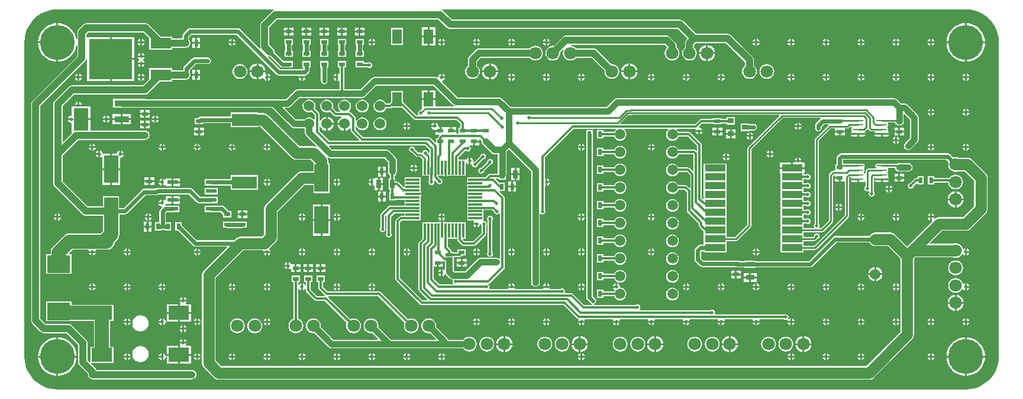
<source format=gtl>
G04*
G04 #@! TF.GenerationSoftware,Altium Limited,CircuitStudio,1.5.2 (30)*
G04*
G04 Layer_Physical_Order=1*
G04 Layer_Color=11767835*
%FSLAX25Y25*%
%MOIN*%
G70*
G01*
G75*
%ADD10R,0.03543X0.02362*%
%ADD11R,0.02756X0.05118*%
%ADD12R,0.02362X0.03543*%
%ADD13R,0.07874X0.15748*%
%ADD14R,0.03937X0.01969*%
%ADD15R,0.11811X0.07874*%
%ADD16R,0.03543X0.03150*%
%ADD17R,0.05512X0.08268*%
%ADD18R,0.07874X0.01378*%
%ADD19R,0.01378X0.07874*%
%ADD20R,0.08465X0.12795*%
%ADD21R,0.08465X0.03740*%
%ADD22R,0.14173X0.07087*%
%ADD23R,0.05984X0.02362*%
%ADD24R,0.12992X0.09843*%
G04:AMPARAMS|DCode=25|XSize=61.02mil|YSize=9.84mil|CornerRadius=2.46mil|HoleSize=0mil|Usage=FLASHONLY|Rotation=180.000|XOffset=0mil|YOffset=0mil|HoleType=Round|Shape=RoundedRectangle|*
%AMROUNDEDRECTD25*
21,1,0.06102,0.00492,0,0,180.0*
21,1,0.05610,0.00984,0,0,180.0*
1,1,0.00492,-0.02805,0.00246*
1,1,0.00492,0.02805,0.00246*
1,1,0.00492,0.02805,-0.00246*
1,1,0.00492,-0.02805,-0.00246*
%
%ADD25ROUNDEDRECTD25*%
%ADD26R,0.06102X0.00984*%
%ADD27R,0.05118X0.02756*%
%ADD28R,0.11811X0.03937*%
%ADD29R,0.24410X0.22835*%
%ADD30R,0.11811X0.06299*%
%ADD31C,0.07874*%
%ADD32C,0.02362*%
%ADD33C,0.03937*%
%ADD34C,0.06299*%
%ADD35C,0.01378*%
%ADD36C,0.00984*%
%ADD37C,0.03543*%
%ADD38C,0.06000*%
%ADD39C,0.05906*%
%ADD40C,0.07087*%
%ADD41C,0.01969*%
%ADD42C,0.19685*%
G36*
X1074185Y551914D02*
X1196016D01*
X1196116Y551414D01*
X1195705Y551244D01*
X1195168Y550832D01*
X1189168Y544832D01*
X1188756Y544295D01*
X1188498Y543671D01*
X1188409Y543000D01*
Y531000D01*
X1188498Y530330D01*
X1188534Y530241D01*
X1188110Y529958D01*
X1177284Y540784D01*
X1176695Y541178D01*
X1176000Y541316D01*
X1149000D01*
X1148305Y541178D01*
X1147716Y540784D01*
X1145216Y538284D01*
X1144822Y537695D01*
X1144684Y537000D01*
Y535587D01*
X1139005D01*
Y536746D01*
X1132414D01*
X1125828Y543332D01*
X1125291Y543744D01*
X1124667Y544002D01*
X1123996Y544091D01*
X1090500D01*
X1089830Y544002D01*
X1089464Y543851D01*
X1089205Y543744D01*
X1088668Y543332D01*
X1086168Y540832D01*
X1085756Y540295D01*
X1085498Y539671D01*
X1085409Y539000D01*
Y535185D01*
X1084909Y535126D01*
X1084529Y536711D01*
X1083876Y538288D01*
X1082984Y539743D01*
X1081876Y541041D01*
X1080578Y542149D01*
X1079123Y543041D01*
X1077546Y543694D01*
X1075886Y544093D01*
X1074685Y544187D01*
Y533350D01*
Y522514D01*
X1075886Y522608D01*
X1077546Y523007D01*
X1079123Y523660D01*
X1080578Y524551D01*
X1081876Y525660D01*
X1082984Y526958D01*
X1083876Y528413D01*
X1084529Y529989D01*
X1084909Y531575D01*
X1085409Y531516D01*
Y525573D01*
X1060168Y500332D01*
X1059756Y499795D01*
X1059498Y499170D01*
X1059409Y498500D01*
Y376500D01*
X1059498Y375830D01*
X1059756Y375205D01*
X1060168Y374668D01*
X1064668Y370168D01*
X1065205Y369756D01*
X1065829Y369498D01*
X1066500Y369409D01*
X1079427D01*
X1085909Y362927D01*
Y353052D01*
X1085998Y352381D01*
X1086256Y351757D01*
X1086668Y351220D01*
X1091409Y346479D01*
Y346000D01*
X1091498Y345329D01*
X1091756Y344705D01*
X1092168Y344168D01*
X1092705Y343756D01*
X1093330Y343498D01*
X1094000Y343409D01*
X1150000D01*
X1150671Y343498D01*
X1151295Y343756D01*
X1151832Y344168D01*
X1152244Y344705D01*
X1152502Y345329D01*
X1152591Y346000D01*
X1152502Y346671D01*
X1152244Y347295D01*
X1151832Y347832D01*
X1151295Y348244D01*
X1150671Y348502D01*
X1150000Y348591D01*
X1096350D01*
X1096244Y348847D01*
X1095832Y349384D01*
X1093068Y352148D01*
X1093275Y352648D01*
X1099049D01*
X1099347Y352609D01*
X1099644Y352648D01*
X1105852D01*
Y361722D01*
X1103923D01*
Y376270D01*
X1105852D01*
Y385344D01*
X1099644D01*
X1099347Y385383D01*
X1082096D01*
Y387135D01*
X1067904D01*
Y376093D01*
X1082096D01*
Y376231D01*
X1094770D01*
Y361722D01*
X1092841D01*
Y353082D01*
X1092341Y352875D01*
X1091091Y354125D01*
Y364000D01*
X1091002Y364670D01*
X1090744Y365295D01*
X1090332Y365832D01*
X1082332Y373832D01*
X1081795Y374244D01*
X1081170Y374502D01*
X1080500Y374591D01*
X1067573D01*
X1064591Y377573D01*
Y497427D01*
X1089832Y522668D01*
X1090244Y523205D01*
X1090502Y523830D01*
X1090513Y523908D01*
X1090528Y524021D01*
X1091028Y523988D01*
Y511583D01*
X1103732D01*
Y524000D01*
Y536417D01*
X1091091D01*
X1091028Y536417D01*
X1090591Y536570D01*
Y537927D01*
X1091573Y538909D01*
X1122923D01*
X1125994Y535838D01*
Y529247D01*
X1139005D01*
Y530405D01*
X1146543D01*
X1147214Y530494D01*
X1147539Y530628D01*
X1148328D01*
Y531128D01*
X1148375Y531164D01*
X1148379Y531168D01*
X1148791Y531705D01*
X1149050Y532330D01*
X1149138Y533000D01*
X1149050Y533671D01*
X1148791Y534295D01*
X1148379Y534832D01*
X1148328Y534871D01*
Y535372D01*
X1148316D01*
Y536248D01*
X1149752Y537684D01*
X1175248D01*
X1197716Y515216D01*
X1198305Y514822D01*
X1199000Y514684D01*
X1209719D01*
X1210060Y514184D01*
X1210057Y514165D01*
X1213904D01*
X1213887Y514251D01*
X1214155Y514814D01*
X1214195Y514822D01*
X1214784Y515216D01*
X1215784Y516216D01*
X1216178Y516805D01*
X1216316Y517500D01*
Y519266D01*
X1216872D01*
Y522828D01*
X1214675D01*
X1214500Y522863D01*
X1214325Y522828D01*
X1212128D01*
Y519266D01*
X1212684D01*
Y518316D01*
X1199752D01*
X1192958Y525110D01*
X1193241Y525534D01*
X1193330Y525498D01*
X1194000Y525409D01*
X1194020Y525412D01*
X1199669Y519763D01*
X1200258Y519370D01*
X1200953Y519231D01*
X1204500D01*
X1204675Y519266D01*
X1206872D01*
Y522828D01*
X1204675D01*
X1204500Y522863D01*
X1201705D01*
X1196588Y527980D01*
X1196591Y528000D01*
X1196502Y528671D01*
X1196244Y529295D01*
X1195832Y529832D01*
X1193591Y532073D01*
Y541927D01*
X1198073Y546409D01*
X1288927D01*
X1293668Y541668D01*
X1294205Y541256D01*
X1294464Y541149D01*
X1294829Y540998D01*
X1295500Y540909D01*
X1423927D01*
X1429336Y535500D01*
X1428511Y534674D01*
X1428099Y534138D01*
X1427840Y533513D01*
X1427752Y532842D01*
Y530514D01*
X1427388Y530235D01*
X1426723Y529369D01*
X1426306Y528361D01*
X1426163Y527280D01*
X1426306Y526198D01*
X1426723Y525190D01*
X1427388Y524325D01*
X1428253Y523660D01*
X1429261Y523243D01*
X1430342Y523101D01*
X1431424Y523243D01*
X1432432Y523660D01*
X1433298Y524325D01*
X1433962Y525190D01*
X1434379Y526198D01*
X1434522Y527280D01*
X1434379Y528361D01*
X1433962Y529369D01*
X1433298Y530235D01*
X1432933Y530514D01*
Y531769D01*
X1434073Y532909D01*
X1450927D01*
X1461488Y522348D01*
Y520227D01*
X1461124Y519947D01*
X1460460Y519082D01*
X1460042Y518074D01*
X1459900Y516992D01*
X1460042Y515910D01*
X1460460Y514903D01*
X1461124Y514037D01*
X1461989Y513373D01*
X1462997Y512956D01*
X1464079Y512813D01*
X1465160Y512956D01*
X1466168Y513373D01*
X1467034Y514037D01*
X1467698Y514903D01*
X1468115Y515910D01*
X1468258Y516992D01*
X1468115Y518074D01*
X1467698Y519082D01*
X1467034Y519947D01*
X1466669Y520227D01*
Y523421D01*
X1466581Y524092D01*
X1466322Y524717D01*
X1465911Y525253D01*
X1453832Y537332D01*
X1453295Y537744D01*
X1452670Y538002D01*
X1452000Y538091D01*
X1434073D01*
X1426832Y545332D01*
X1426295Y545744D01*
X1425671Y546002D01*
X1425000Y546091D01*
X1296573D01*
X1291832Y550832D01*
X1291295Y551244D01*
X1290884Y551414D01*
X1290984Y551914D01*
X1585996D01*
X1586039Y551922D01*
X1588421Y551766D01*
X1590804Y551292D01*
X1593104Y550511D01*
X1595284Y549437D01*
X1597304Y548087D01*
X1599130Y546485D01*
X1600732Y544658D01*
X1602082Y542638D01*
X1603157Y540459D01*
X1603938Y538158D01*
X1604412Y535775D01*
X1604538Y533846D01*
X1604560Y533350D01*
Y533350D01*
X1604560D01*
X1604560Y532858D01*
Y356185D01*
X1604568Y356142D01*
X1604412Y353761D01*
X1603938Y351378D01*
X1603157Y349077D01*
X1602082Y346898D01*
X1600732Y344877D01*
X1599130Y343051D01*
X1597304Y341449D01*
X1595284Y340099D01*
X1593104Y339024D01*
X1590804Y338243D01*
X1588421Y337769D01*
X1586491Y337643D01*
X1585996Y337622D01*
X1585996D01*
Y337622D01*
X1585503Y337621D01*
X1074185D01*
X1074142Y337613D01*
X1071760Y337769D01*
X1069378Y338243D01*
X1067077Y339024D01*
X1064898Y340099D01*
X1062877Y341449D01*
X1061051Y343051D01*
X1059449Y344877D01*
X1058099Y346898D01*
X1057024Y349077D01*
X1056243Y351378D01*
X1055769Y353761D01*
X1055643Y355690D01*
X1055622Y356185D01*
Y356185D01*
X1055622D01*
X1055622Y356678D01*
Y533350D01*
X1055613Y533393D01*
X1055769Y535775D01*
X1056243Y538158D01*
X1057024Y540459D01*
X1058099Y542638D01*
X1059449Y544658D01*
X1061051Y546485D01*
X1062877Y548087D01*
X1064898Y549437D01*
X1067077Y550511D01*
X1069378Y551292D01*
X1071760Y551766D01*
X1074142Y551922D01*
X1074185Y551914D01*
D02*
G37*
%LPC*%
G36*
X1094370Y476219D02*
Y474795D01*
X1095794D01*
X1095739Y475070D01*
X1095301Y475726D01*
X1094644Y476164D01*
X1094370Y476219D01*
D02*
G37*
G36*
X1093370D02*
X1093096Y476164D01*
X1092439Y475726D01*
X1092001Y475070D01*
X1091946Y474795D01*
X1093370D01*
Y476219D01*
D02*
G37*
G36*
X1132740D02*
X1132466Y476164D01*
X1131810Y475726D01*
X1131371Y475070D01*
X1131316Y474795D01*
X1132740D01*
Y476219D01*
D02*
G37*
G36*
X1133740D02*
Y474795D01*
X1135164D01*
X1135109Y475070D01*
X1134671Y475726D01*
X1134014Y476164D01*
X1133740Y476219D01*
D02*
G37*
G36*
X1152425D02*
X1152151Y476164D01*
X1151495Y475726D01*
X1151056Y475070D01*
X1151001Y474795D01*
X1152425D01*
Y476219D01*
D02*
G37*
G36*
X1074685Y367022D02*
Y356685D01*
X1085022D01*
X1084927Y357886D01*
X1084529Y359546D01*
X1083876Y361123D01*
X1082984Y362578D01*
X1081876Y363876D01*
X1080578Y364984D01*
X1079123Y365876D01*
X1077546Y366529D01*
X1075886Y366927D01*
X1074685Y367022D01*
D02*
G37*
G36*
X1565811Y473795D02*
X1564387D01*
X1564442Y473521D01*
X1564880Y472865D01*
X1565537Y472426D01*
X1565811Y472372D01*
Y473795D01*
D02*
G37*
G36*
X1113055Y358109D02*
X1112781Y358054D01*
X1112125Y357616D01*
X1111686Y356959D01*
X1111631Y356685D01*
X1113055D01*
Y358109D01*
D02*
G37*
G36*
X1114055D02*
Y356685D01*
X1115479D01*
X1115424Y356959D01*
X1114986Y357616D01*
X1114329Y358054D01*
X1114055Y358109D01*
D02*
G37*
G36*
X1587920Y473795D02*
X1586496D01*
Y472372D01*
X1586770Y472426D01*
X1587427Y472865D01*
X1587865Y473521D01*
X1587920Y473795D01*
D02*
G37*
G36*
X1585496D02*
X1584072D01*
X1584127Y473521D01*
X1584566Y472865D01*
X1585222Y472426D01*
X1585496Y472372D01*
Y473795D01*
D02*
G37*
G36*
X1568235D02*
X1566811D01*
Y472372D01*
X1567085Y472426D01*
X1567742Y472865D01*
X1568180Y473521D01*
X1568235Y473795D01*
D02*
G37*
G36*
X1565811Y476219D02*
X1565537Y476164D01*
X1564880Y475726D01*
X1564442Y475070D01*
X1564387Y474795D01*
X1565811D01*
Y476219D01*
D02*
G37*
G36*
Y355685D02*
X1564387D01*
X1564442Y355411D01*
X1564880Y354754D01*
X1565537Y354316D01*
X1565811Y354261D01*
Y355685D01*
D02*
G37*
G36*
X1568235D02*
X1566811D01*
Y354261D01*
X1567085Y354316D01*
X1567742Y354754D01*
X1568180Y355411D01*
X1568235Y355685D01*
D02*
G37*
G36*
X1586496Y476219D02*
Y474795D01*
X1587920D01*
X1587865Y475070D01*
X1587427Y475726D01*
X1586770Y476164D01*
X1586496Y476219D01*
D02*
G37*
G36*
X1585496D02*
X1585222Y476164D01*
X1584566Y475726D01*
X1584127Y475070D01*
X1584072Y474795D01*
X1585496D01*
Y476219D01*
D02*
G37*
G36*
X1566811D02*
Y474795D01*
X1568235D01*
X1568180Y475070D01*
X1567742Y475726D01*
X1567085Y476164D01*
X1566811Y476219D01*
D02*
G37*
G36*
X1173110D02*
Y474795D01*
X1174534D01*
X1174479Y475070D01*
X1174041Y475726D01*
X1173384Y476164D01*
X1173110Y476219D01*
D02*
G37*
G36*
X1172110D02*
X1171836Y476164D01*
X1171180Y475726D01*
X1170741Y475070D01*
X1170687Y474795D01*
X1172110D01*
Y476219D01*
D02*
G37*
G36*
X1153425D02*
Y474795D01*
X1154849D01*
X1154794Y475070D01*
X1154356Y475726D01*
X1153699Y476164D01*
X1153425Y476219D01*
D02*
G37*
G36*
X1073685Y367022D02*
X1072484Y366927D01*
X1070824Y366529D01*
X1069247Y365876D01*
X1067792Y364984D01*
X1066494Y363876D01*
X1065386Y362578D01*
X1064494Y361123D01*
X1063841Y359546D01*
X1063443Y357886D01*
X1063348Y356685D01*
X1073685D01*
Y367022D01*
D02*
G37*
G36*
X1192795Y476219D02*
Y474795D01*
X1194219D01*
X1194164Y475070D01*
X1193726Y475726D01*
X1193069Y476164D01*
X1192795Y476219D01*
D02*
G37*
G36*
X1191795D02*
X1191521Y476164D01*
X1190865Y475726D01*
X1190426Y475070D01*
X1190372Y474795D01*
X1191795D01*
Y476219D01*
D02*
G37*
G36*
X1132740Y358109D02*
X1132466Y358054D01*
X1131810Y357616D01*
X1131371Y356959D01*
X1131316Y356685D01*
X1132740D01*
Y358109D01*
D02*
G37*
G36*
X1109118Y472282D02*
X1108844Y472227D01*
X1108188Y471789D01*
X1107749Y471133D01*
X1107660Y470685D01*
X1105000D01*
Y462311D01*
X1109437D01*
Y468187D01*
X1109618Y468335D01*
X1110392Y468489D01*
X1111049Y468928D01*
X1111487Y469584D01*
X1111542Y469858D01*
X1109618D01*
Y470358D01*
X1109118D01*
Y472282D01*
D02*
G37*
G36*
X1098307D02*
Y470358D01*
Y468435D01*
X1098581Y468489D01*
X1099063Y468811D01*
X1099563Y468583D01*
Y462311D01*
X1104000D01*
Y470685D01*
X1099765D01*
X1099676Y471133D01*
X1099238Y471789D01*
X1098581Y472227D01*
X1098307Y472282D01*
D02*
G37*
G36*
X1565811Y358109D02*
X1565537Y358054D01*
X1564880Y357616D01*
X1564442Y356959D01*
X1564387Y356685D01*
X1565811D01*
Y358109D01*
D02*
G37*
G36*
X1110118Y472282D02*
Y470858D01*
X1111542D01*
X1111487Y471133D01*
X1111049Y471789D01*
X1110392Y472227D01*
X1110118Y472282D01*
D02*
G37*
G36*
X1097307D02*
X1097033Y472227D01*
X1096377Y471789D01*
X1095938Y471133D01*
X1095883Y470858D01*
X1097307D01*
Y472282D01*
D02*
G37*
G36*
Y469858D02*
X1095883D01*
X1095938Y469584D01*
X1096377Y468928D01*
X1097033Y468489D01*
X1097307Y468435D01*
Y469858D01*
D02*
G37*
G36*
X1142153Y362122D02*
X1135748D01*
Y357685D01*
X1142153D01*
Y362122D01*
D02*
G37*
G36*
X1146975Y363559D02*
X1143128D01*
X1143182Y363285D01*
X1143621Y362629D01*
X1143630Y362622D01*
X1143479Y362122D01*
X1143153D01*
Y357685D01*
X1149559D01*
Y362122D01*
X1146624D01*
X1146472Y362622D01*
X1146482Y362629D01*
X1146920Y363285D01*
X1146975Y363559D01*
D02*
G37*
G36*
X1138634Y456681D02*
X1135142D01*
Y456236D01*
X1134799Y456094D01*
X1134642Y456060D01*
X1134014Y456479D01*
X1133740Y456534D01*
Y454610D01*
Y452687D01*
X1134014Y452741D01*
X1134642Y453160D01*
X1134799Y453127D01*
X1135142Y452985D01*
Y452319D01*
X1138634D01*
Y454500D01*
Y456681D01*
D02*
G37*
G36*
X1566811Y358109D02*
Y356685D01*
X1568235D01*
X1568180Y356959D01*
X1567742Y357616D01*
X1567085Y358054D01*
X1566811Y358109D01*
D02*
G37*
G36*
X1585496Y367022D02*
X1584295Y366927D01*
X1582635Y366529D01*
X1581058Y365876D01*
X1579603Y364984D01*
X1578306Y363876D01*
X1577197Y362578D01*
X1576305Y361123D01*
X1575652Y359546D01*
X1575254Y357886D01*
X1575159Y356685D01*
X1585496D01*
Y367022D01*
D02*
G37*
G36*
X1586496D02*
Y356685D01*
X1596833D01*
X1596738Y357886D01*
X1596340Y359546D01*
X1595687Y361123D01*
X1594795Y362578D01*
X1593687Y363876D01*
X1592389Y364984D01*
X1590934Y365876D01*
X1589357Y366529D01*
X1587698Y366927D01*
X1586496Y367022D01*
D02*
G37*
G36*
X1174534Y473795D02*
X1173110D01*
Y472372D01*
X1173384Y472426D01*
X1174041Y472865D01*
X1174479Y473521D01*
X1174534Y473795D01*
D02*
G37*
G36*
X1172110D02*
X1170687D01*
X1170741Y473521D01*
X1171180Y472865D01*
X1171836Y472426D01*
X1172110Y472372D01*
Y473795D01*
D02*
G37*
G36*
X1154849D02*
X1153425D01*
Y472372D01*
X1153699Y472426D01*
X1154356Y472865D01*
X1154794Y473521D01*
X1154849Y473795D01*
D02*
G37*
G36*
X1152425Y358109D02*
X1152151Y358054D01*
X1151495Y357616D01*
X1151056Y356959D01*
X1151001Y356685D01*
X1152425D01*
Y358109D01*
D02*
G37*
G36*
X1194219Y473795D02*
X1192795D01*
Y472372D01*
X1193069Y472426D01*
X1193726Y472865D01*
X1194164Y473521D01*
X1194219Y473795D01*
D02*
G37*
G36*
X1191795D02*
X1190372D01*
X1190426Y473521D01*
X1190865Y472865D01*
X1191521Y472426D01*
X1191795Y472372D01*
Y473795D01*
D02*
G37*
G36*
X1095794D02*
X1094370D01*
Y472372D01*
X1094644Y472426D01*
X1095301Y472865D01*
X1095739Y473521D01*
X1095794Y473795D01*
D02*
G37*
G36*
X1093370D02*
X1091946D01*
X1092001Y473521D01*
X1092439Y472865D01*
X1093096Y472426D01*
X1093370Y472372D01*
Y473795D01*
D02*
G37*
G36*
X1153425Y358109D02*
Y356685D01*
X1154849D01*
X1154794Y356959D01*
X1154356Y357616D01*
X1153699Y358054D01*
X1153425Y358109D01*
D02*
G37*
G36*
X1152425Y473795D02*
X1151001D01*
X1151056Y473521D01*
X1151495Y472865D01*
X1152151Y472426D01*
X1152425Y472372D01*
Y473795D01*
D02*
G37*
G36*
X1135164D02*
X1133740D01*
Y472372D01*
X1134014Y472426D01*
X1134671Y472865D01*
X1135109Y473521D01*
X1135164Y473795D01*
D02*
G37*
G36*
X1132740D02*
X1131316D01*
X1131371Y473521D01*
X1131810Y472865D01*
X1132466Y472426D01*
X1132740Y472372D01*
Y473795D01*
D02*
G37*
G36*
X1546126Y477732D02*
X1544702D01*
X1544757Y477458D01*
X1545195Y476802D01*
X1545852Y476363D01*
X1546126Y476309D01*
Y477732D01*
D02*
G37*
G36*
X1101244Y489543D02*
X1099820D01*
X1099875Y489269D01*
X1100313Y488613D01*
X1100970Y488174D01*
X1101244Y488120D01*
Y489543D01*
D02*
G37*
G36*
X1585496Y355685D02*
X1575159D01*
X1575254Y354484D01*
X1575652Y352824D01*
X1576305Y351247D01*
X1577197Y349792D01*
X1578306Y348495D01*
X1579603Y347386D01*
X1581058Y346494D01*
X1582635Y345841D01*
X1584295Y345443D01*
X1585496Y345348D01*
Y355685D01*
D02*
G37*
G36*
X1126272Y489134D02*
X1124000D01*
Y487453D01*
X1126272D01*
Y489134D01*
D02*
G37*
G36*
X1131227Y489543D02*
X1129803D01*
Y488120D01*
X1130077Y488174D01*
X1130734Y488613D01*
X1131172Y489269D01*
X1131227Y489543D01*
D02*
G37*
G36*
X1128803D02*
X1127380D01*
X1127434Y489269D01*
X1127873Y488613D01*
X1128529Y488174D01*
X1128803Y488120D01*
Y489543D01*
D02*
G37*
G36*
X1103668D02*
X1102244D01*
Y488120D01*
X1102518Y488174D01*
X1103175Y488613D01*
X1103613Y489269D01*
X1103668Y489543D01*
D02*
G37*
G36*
X1596833Y355685D02*
X1586496D01*
Y345348D01*
X1587698Y345443D01*
X1589357Y345841D01*
X1590934Y346494D01*
X1592389Y347386D01*
X1593687Y348495D01*
X1594795Y349792D01*
X1595687Y351247D01*
X1596340Y352824D01*
X1596738Y354484D01*
X1596833Y355685D01*
D02*
G37*
G36*
X1133740Y358109D02*
Y356185D01*
Y354261D01*
X1134014Y354316D01*
X1134671Y354754D01*
X1135109Y355411D01*
X1135186Y355798D01*
Y355798D01*
X1135189Y355810D01*
X1135249Y356108D01*
X1135256Y356108D01*
X1135281Y356105D01*
X1135329Y356100D01*
X1135748Y356059D01*
Y352248D01*
X1142153D01*
Y356685D01*
X1135748D01*
Y356311D01*
X1135329Y356270D01*
X1135281Y356265D01*
X1135256Y356262D01*
X1135249Y356262D01*
X1135189Y356560D01*
X1135186Y356572D01*
Y356572D01*
X1135109Y356959D01*
X1134671Y357616D01*
X1134014Y358054D01*
X1133740Y358109D01*
D02*
G37*
G36*
X1149559Y356685D02*
X1143153D01*
Y352248D01*
X1149559D01*
Y356685D01*
D02*
G37*
G36*
X1123000Y489134D02*
X1120728D01*
Y487453D01*
X1123000D01*
Y489134D01*
D02*
G37*
G36*
X1115650Y489500D02*
X1110917D01*
Y487130D01*
X1115650D01*
Y489500D01*
D02*
G37*
G36*
X1109917D02*
X1105185D01*
Y487130D01*
X1109917D01*
Y489500D01*
D02*
G37*
G36*
X1565811Y493480D02*
X1564387D01*
X1564442Y493206D01*
X1564880Y492550D01*
X1565537Y492111D01*
X1565811Y492057D01*
Y493480D01*
D02*
G37*
G36*
X1126272Y492547D02*
X1124000D01*
Y490866D01*
X1126272D01*
Y492547D01*
D02*
G37*
G36*
X1123000D02*
X1120728D01*
Y490866D01*
X1123000D01*
Y492547D01*
D02*
G37*
G36*
X1587920Y493480D02*
X1586496D01*
Y492057D01*
X1586770Y492111D01*
X1587427Y492550D01*
X1587865Y493206D01*
X1587920Y493480D01*
D02*
G37*
G36*
X1585496D02*
X1584072D01*
X1584127Y493206D01*
X1584566Y492550D01*
X1585222Y492111D01*
X1585496Y492057D01*
Y493480D01*
D02*
G37*
G36*
X1568235D02*
X1566811D01*
Y492057D01*
X1567085Y492111D01*
X1567742Y492550D01*
X1568180Y493206D01*
X1568235Y493480D01*
D02*
G37*
G36*
X1101244Y491967D02*
X1100970Y491912D01*
X1100313Y491474D01*
X1099875Y490817D01*
X1099820Y490543D01*
X1101244D01*
Y491967D01*
D02*
G37*
G36*
X1115650Y492870D02*
X1110917D01*
Y490500D01*
X1115650D01*
Y492870D01*
D02*
G37*
G36*
X1109917D02*
X1105185D01*
Y490500D01*
X1109917D01*
Y492870D01*
D02*
G37*
G36*
X1129803Y491967D02*
Y490543D01*
X1131227D01*
X1131172Y490817D01*
X1130734Y491474D01*
X1130077Y491912D01*
X1129803Y491967D01*
D02*
G37*
G36*
X1128803D02*
X1128529Y491912D01*
X1127873Y491474D01*
X1127434Y490817D01*
X1127380Y490543D01*
X1128803D01*
Y491967D01*
D02*
G37*
G36*
X1102244D02*
Y490543D01*
X1103668D01*
X1103613Y490817D01*
X1103175Y491474D01*
X1102518Y491912D01*
X1102244Y491967D01*
D02*
G37*
G36*
X1121000Y362155D02*
X1119816Y361999D01*
X1118712Y361542D01*
X1117764Y360815D01*
X1117037Y359867D01*
X1116580Y358763D01*
X1116424Y357579D01*
X1116580Y356394D01*
X1117037Y355291D01*
X1117764Y354343D01*
X1118712Y353616D01*
X1119816Y353158D01*
X1121000Y353003D01*
X1122184Y353158D01*
X1123288Y353616D01*
X1124236Y354343D01*
X1124963Y355291D01*
X1125420Y356394D01*
X1125576Y357579D01*
X1125420Y358763D01*
X1124963Y359867D01*
X1124236Y360815D01*
X1123288Y361542D01*
X1122184Y361999D01*
X1121000Y362155D01*
D02*
G37*
G36*
X1156772Y482547D02*
X1154500D01*
Y480866D01*
X1156772D01*
Y482547D01*
D02*
G37*
G36*
X1153500D02*
X1151228D01*
Y480866D01*
X1153500D01*
Y482547D01*
D02*
G37*
G36*
X1542718Y481161D02*
X1539193D01*
Y480145D01*
X1541498D01*
X1541984Y480242D01*
X1542396Y480517D01*
X1542672Y480929D01*
X1542718Y481161D01*
D02*
G37*
G36*
X1548000Y482547D02*
X1545728D01*
Y480866D01*
X1548000D01*
Y482547D01*
D02*
G37*
G36*
X1517772D02*
X1515500D01*
Y480866D01*
X1517772D01*
Y482547D01*
D02*
G37*
G36*
X1514500D02*
X1512228D01*
Y480866D01*
X1514500D01*
Y482547D01*
D02*
G37*
G36*
X1547126Y480156D02*
Y478732D01*
X1548550D01*
X1548495Y479006D01*
X1548057Y479663D01*
X1547400Y480101D01*
X1547126Y480156D01*
D02*
G37*
G36*
X1546126D02*
X1545852Y480101D01*
X1545195Y479663D01*
X1544757Y479006D01*
X1544702Y478732D01*
X1546126D01*
Y480156D01*
D02*
G37*
G36*
X1548550Y477732D02*
X1547126D01*
Y476309D01*
X1547400Y476363D01*
X1548057Y476802D01*
X1548495Y477458D01*
X1548550Y477732D01*
D02*
G37*
G36*
X1538193Y481161D02*
X1534668D01*
X1534714Y480929D01*
X1534989Y480517D01*
X1535402Y480242D01*
X1535888Y480145D01*
X1538193D01*
Y481161D01*
D02*
G37*
G36*
X1529332Y481161D02*
X1525807D01*
Y480145D01*
X1528112D01*
X1528598Y480242D01*
X1529011Y480517D01*
X1529286Y480929D01*
X1529332Y481161D01*
D02*
G37*
G36*
X1524807D02*
X1521282D01*
X1521328Y480929D01*
X1521604Y480517D01*
X1522016Y480242D01*
X1522502Y480145D01*
X1524807D01*
Y481161D01*
D02*
G37*
G36*
X1115479Y355685D02*
X1114055D01*
Y354261D01*
X1114329Y354316D01*
X1114986Y354754D01*
X1115424Y355411D01*
X1115479Y355685D01*
D02*
G37*
G36*
X1132740D02*
X1131316D01*
X1131371Y355411D01*
X1131810Y354754D01*
X1132466Y354316D01*
X1132740Y354261D01*
Y355685D01*
D02*
G37*
G36*
X1152425D02*
X1151001D01*
X1151056Y355411D01*
X1151495Y354754D01*
X1152151Y354316D01*
X1152425Y354261D01*
Y355685D01*
D02*
G37*
G36*
X1113055D02*
X1111631D01*
X1111686Y355411D01*
X1112125Y354754D01*
X1112781Y354316D01*
X1113055Y354261D01*
Y355685D01*
D02*
G37*
G36*
X1126272Y486453D02*
X1124000D01*
Y484772D01*
X1126272D01*
Y486453D01*
D02*
G37*
G36*
X1123000D02*
X1120728D01*
Y484772D01*
X1123000D01*
Y486453D01*
D02*
G37*
G36*
X1153500Y485228D02*
X1151228D01*
Y483547D01*
X1153500D01*
Y485228D01*
D02*
G37*
G36*
X1548000D02*
X1545728D01*
Y483547D01*
X1548000D01*
Y485228D01*
D02*
G37*
G36*
X1551272Y482547D02*
X1549000D01*
Y480866D01*
X1551272D01*
Y482547D01*
D02*
G37*
G36*
X1154849Y355685D02*
X1153425D01*
Y354261D01*
X1153699Y354316D01*
X1154356Y354754D01*
X1154794Y355411D01*
X1154849Y355685D01*
D02*
G37*
G36*
X1156772Y485228D02*
X1154500D01*
Y483547D01*
X1156772D01*
Y485228D01*
D02*
G37*
G36*
X1551272D02*
X1549000D01*
Y483547D01*
X1551272D01*
Y485228D01*
D02*
G37*
G36*
X1128772Y457134D02*
X1126500D01*
Y455453D01*
X1128772D01*
Y457134D01*
D02*
G37*
G36*
X1152425Y417164D02*
X1152151Y417109D01*
X1151495Y416671D01*
X1151056Y416014D01*
X1151001Y415740D01*
X1152425D01*
Y417164D01*
D02*
G37*
G36*
X1114055D02*
Y415740D01*
X1115479D01*
X1115424Y416014D01*
X1114986Y416671D01*
X1114329Y417109D01*
X1114055Y417164D01*
D02*
G37*
G36*
X1113055D02*
X1112781Y417109D01*
X1112125Y416671D01*
X1111686Y416014D01*
X1111631Y415740D01*
X1113055D01*
Y417164D01*
D02*
G37*
G36*
X1585496Y377794D02*
X1585222Y377739D01*
X1584566Y377301D01*
X1584127Y376644D01*
X1584072Y376370D01*
X1585496D01*
Y377794D01*
D02*
G37*
G36*
X1586496D02*
Y376370D01*
X1587920D01*
X1587865Y376644D01*
X1587427Y377301D01*
X1586770Y377739D01*
X1586496Y377794D01*
D02*
G37*
G36*
X1153425Y417164D02*
Y415740D01*
X1154849D01*
X1154794Y416014D01*
X1154356Y416671D01*
X1153699Y417109D01*
X1153425Y417164D01*
D02*
G37*
G36*
X1579780Y385972D02*
X1575763D01*
X1575853Y385286D01*
X1576311Y384181D01*
X1577039Y383232D01*
X1577988Y382504D01*
X1579093Y382046D01*
X1579780Y381956D01*
Y385972D01*
D02*
G37*
G36*
Y390989D02*
X1579093Y390899D01*
X1577988Y390441D01*
X1577039Y389713D01*
X1576311Y388764D01*
X1575853Y387659D01*
X1575763Y386972D01*
X1579780D01*
Y390989D01*
D02*
G37*
G36*
X1580779Y390989D02*
Y386972D01*
X1584796D01*
X1584706Y387659D01*
X1584248Y388764D01*
X1583520Y389713D01*
X1582571Y390441D01*
X1581466Y390899D01*
X1580779Y390989D01*
D02*
G37*
G36*
X1142153Y385744D02*
X1135748D01*
Y381307D01*
X1142153D01*
Y385744D01*
D02*
G37*
G36*
X1146975Y387181D02*
X1143128D01*
X1143182Y386907D01*
X1143621Y386250D01*
X1143630Y386244D01*
X1143479Y385744D01*
X1143153D01*
Y381307D01*
X1149559D01*
Y385744D01*
X1146624D01*
X1146472Y386244D01*
X1146482Y386250D01*
X1146920Y386907D01*
X1146975Y387181D01*
D02*
G37*
G36*
X1584796Y385972D02*
X1580779D01*
Y381956D01*
X1581466Y382046D01*
X1582571Y382504D01*
X1583520Y383232D01*
X1584248Y384181D01*
X1584706Y385286D01*
X1584796Y385972D01*
D02*
G37*
G36*
X1566811Y377794D02*
Y376370D01*
X1568235D01*
X1568180Y376644D01*
X1567742Y377301D01*
X1567085Y377739D01*
X1566811Y377794D01*
D02*
G37*
G36*
X1127228Y429000D02*
X1125547D01*
Y426728D01*
X1127228D01*
Y429000D01*
D02*
G37*
G36*
X1124547D02*
X1122866D01*
Y426728D01*
X1124547D01*
Y429000D01*
D02*
G37*
G36*
X1113055Y377794D02*
X1112781Y377739D01*
X1112125Y377301D01*
X1111686Y376644D01*
X1111631Y376370D01*
X1113055D01*
Y377794D01*
D02*
G37*
G36*
X1149559Y380307D02*
X1143153D01*
Y375870D01*
X1149559D01*
Y380307D01*
D02*
G37*
G36*
X1178500Y432363D02*
X1170000D01*
X1169825Y432328D01*
X1167628D01*
Y428766D01*
X1169825D01*
X1170000Y428731D01*
X1178500D01*
X1178675Y428766D01*
X1180872D01*
Y432328D01*
X1178675D01*
X1178500Y432363D01*
D02*
G37*
G36*
X1142153Y380307D02*
X1135748D01*
Y376416D01*
Y376370D01*
X1135748Y376328D01*
X1135564Y375978D01*
X1135468Y375969D01*
X1135466Y375968D01*
X1135190Y376238D01*
X1135168Y376350D01*
Y376350D01*
X1135109Y376644D01*
X1134671Y377301D01*
X1134014Y377739D01*
X1133740Y377794D01*
Y375870D01*
Y373946D01*
X1134014Y374001D01*
X1134671Y374440D01*
X1135109Y375096D01*
X1135186Y375483D01*
Y375483D01*
X1135192Y375511D01*
X1135242Y375681D01*
X1135491Y375903D01*
X1135516Y375906D01*
X1135705Y375877D01*
X1135748Y375870D01*
X1135748D01*
X1135775D01*
X1135962Y375870D01*
X1136193Y375870D01*
X1136193Y375870D01*
X1136196Y375870D01*
X1142153D01*
Y380307D01*
D02*
G37*
G36*
X1586496Y417164D02*
Y415740D01*
X1587920D01*
X1587865Y416014D01*
X1587427Y416671D01*
X1586770Y417109D01*
X1586496Y417164D01*
D02*
G37*
G36*
X1153425Y377794D02*
Y376370D01*
X1154849D01*
X1154794Y376644D01*
X1154356Y377301D01*
X1153699Y377739D01*
X1153425Y377794D01*
D02*
G37*
G36*
X1565811D02*
X1565537Y377739D01*
X1564880Y377301D01*
X1564442Y376644D01*
X1564387Y376370D01*
X1565811D01*
Y377794D01*
D02*
G37*
G36*
X1114055D02*
Y376370D01*
X1115479D01*
X1115424Y376644D01*
X1114986Y377301D01*
X1114329Y377739D01*
X1114055Y377794D01*
D02*
G37*
G36*
X1132740D02*
X1132466Y377739D01*
X1131810Y377301D01*
X1131371Y376644D01*
X1131316Y376370D01*
X1132740D01*
Y377794D01*
D02*
G37*
G36*
X1152425D02*
X1152151Y377739D01*
X1151495Y377301D01*
X1151056Y376644D01*
X1151001Y376370D01*
X1152425D01*
Y377794D01*
D02*
G37*
G36*
X1587920Y395055D02*
X1586496D01*
Y393632D01*
X1586770Y393686D01*
X1587427Y394125D01*
X1587865Y394781D01*
X1587920Y395055D01*
D02*
G37*
G36*
X1093370Y397479D02*
X1093096Y397424D01*
X1092439Y396986D01*
X1092001Y396329D01*
X1091946Y396055D01*
X1093370D01*
Y397479D01*
D02*
G37*
G36*
X1094370D02*
Y396055D01*
X1095794D01*
X1095739Y396329D01*
X1095301Y396986D01*
X1094644Y397424D01*
X1094370Y397479D01*
D02*
G37*
G36*
X1132740Y395055D02*
X1131316D01*
X1131371Y394781D01*
X1131810Y394125D01*
X1132466Y393686D01*
X1132740Y393632D01*
Y395055D01*
D02*
G37*
G36*
X1135164D02*
X1133740D01*
Y393632D01*
X1134014Y393686D01*
X1134671Y394125D01*
X1135109Y394781D01*
X1135164Y395055D01*
D02*
G37*
G36*
X1580280Y400494D02*
X1579198Y400352D01*
X1578190Y399934D01*
X1577324Y399270D01*
X1576660Y398405D01*
X1576243Y397397D01*
X1576101Y396315D01*
X1576243Y395233D01*
X1576660Y394225D01*
X1577324Y393360D01*
X1578190Y392696D01*
X1579198Y392278D01*
X1580280Y392136D01*
X1581361Y392278D01*
X1582369Y392696D01*
X1583235Y393360D01*
X1583899Y394225D01*
X1583925Y394289D01*
X1584423Y394338D01*
X1584566Y394125D01*
X1585222Y393686D01*
X1585496Y393632D01*
Y395555D01*
Y397479D01*
X1585222Y397424D01*
X1584850Y397176D01*
X1584316Y397397D01*
X1583899Y398405D01*
X1583235Y399270D01*
X1582369Y399934D01*
X1581361Y400352D01*
X1580280Y400494D01*
D02*
G37*
G36*
X1132740Y397479D02*
X1132466Y397424D01*
X1131810Y396986D01*
X1131371Y396329D01*
X1131316Y396055D01*
X1132740D01*
Y397479D01*
D02*
G37*
G36*
X1133740D02*
Y396055D01*
X1135164D01*
X1135109Y396329D01*
X1134671Y396986D01*
X1134014Y397424D01*
X1133740Y397479D01*
D02*
G37*
G36*
X1586496D02*
Y396055D01*
X1587920D01*
X1587865Y396329D01*
X1587427Y396986D01*
X1586770Y397424D01*
X1586496Y397479D01*
D02*
G37*
G36*
X1113055D02*
X1112781Y397424D01*
X1112125Y396986D01*
X1111686Y396329D01*
X1111631Y396055D01*
X1113055D01*
Y397479D01*
D02*
G37*
G36*
X1114055D02*
Y396055D01*
X1115479D01*
X1115424Y396329D01*
X1114986Y396986D01*
X1114329Y397424D01*
X1114055Y397479D01*
D02*
G37*
G36*
X1580280Y410336D02*
X1579198Y410194D01*
X1578190Y409777D01*
X1577324Y409113D01*
X1576660Y408247D01*
X1576243Y407239D01*
X1576101Y406157D01*
X1576243Y405076D01*
X1576660Y404068D01*
X1577324Y403202D01*
X1578190Y402538D01*
X1579198Y402121D01*
X1580280Y401978D01*
X1581361Y402121D01*
X1582369Y402538D01*
X1583235Y403202D01*
X1583899Y404068D01*
X1584316Y405076D01*
X1584459Y406157D01*
X1584316Y407239D01*
X1583899Y408247D01*
X1583235Y409113D01*
X1582369Y409777D01*
X1581361Y410194D01*
X1580280Y410336D01*
D02*
G37*
G36*
X1115479Y395055D02*
X1114055D01*
Y393632D01*
X1114329Y393686D01*
X1114986Y394125D01*
X1115424Y394781D01*
X1115479Y395055D01*
D02*
G37*
G36*
X1095794D02*
X1094370D01*
Y393632D01*
X1094644Y393686D01*
X1095301Y394125D01*
X1095739Y394781D01*
X1095794Y395055D01*
D02*
G37*
G36*
X1113055D02*
X1111631D01*
X1111686Y394781D01*
X1112125Y394125D01*
X1112781Y393686D01*
X1113055Y393632D01*
Y395055D01*
D02*
G37*
G36*
X1154849Y414740D02*
X1153425D01*
Y413316D01*
X1153699Y413371D01*
X1154356Y413810D01*
X1154794Y414466D01*
X1154849Y414740D01*
D02*
G37*
G36*
X1144551Y389605D02*
X1144277Y389550D01*
X1143621Y389112D01*
X1143182Y388455D01*
X1143128Y388181D01*
X1144551D01*
Y389605D01*
D02*
G37*
G36*
X1145551D02*
Y388181D01*
X1146975D01*
X1146920Y388455D01*
X1146482Y389112D01*
X1145825Y389550D01*
X1145551Y389605D01*
D02*
G37*
G36*
X1093370Y395055D02*
X1091946D01*
X1092001Y394781D01*
X1092439Y394125D01*
X1093096Y393686D01*
X1093370Y393632D01*
Y395055D01*
D02*
G37*
G36*
X1095794Y414740D02*
X1094370D01*
Y413316D01*
X1094644Y413371D01*
X1095301Y413810D01*
X1095739Y414466D01*
X1095794Y414740D01*
D02*
G37*
G36*
X1093370D02*
X1091946D01*
X1092001Y414466D01*
X1092439Y413810D01*
X1093096Y413371D01*
X1093370Y413316D01*
Y414740D01*
D02*
G37*
G36*
X1587920D02*
X1586496D01*
Y413316D01*
X1586770Y413371D01*
X1587427Y413810D01*
X1587865Y414466D01*
X1587920Y414740D01*
D02*
G37*
G36*
X1152425D02*
X1151001D01*
X1151056Y414466D01*
X1151495Y413810D01*
X1152151Y413371D01*
X1152425Y413316D01*
Y414740D01*
D02*
G37*
G36*
X1115479D02*
X1114055D01*
Y413316D01*
X1114329Y413371D01*
X1114986Y413810D01*
X1115424Y414466D01*
X1115479Y414740D01*
D02*
G37*
G36*
X1113055D02*
X1111631D01*
X1111686Y414466D01*
X1112125Y413810D01*
X1112781Y413371D01*
X1113055Y413316D01*
Y414740D01*
D02*
G37*
G36*
X1145551Y365983D02*
Y364559D01*
X1146975D01*
X1146920Y364833D01*
X1146482Y365490D01*
X1145825Y365928D01*
X1145551Y365983D01*
D02*
G37*
G36*
X1143126Y446681D02*
X1139634D01*
Y445000D01*
X1143126D01*
Y446681D01*
D02*
G37*
G36*
X1138634D02*
X1135142D01*
Y444425D01*
X1134799Y444283D01*
X1134642Y444249D01*
X1134014Y444668D01*
X1133740Y444723D01*
Y442799D01*
X1133240D01*
Y442299D01*
X1131316D01*
X1131371Y442025D01*
X1131810Y441369D01*
X1132466Y440930D01*
X1133041Y440816D01*
X1133236Y440304D01*
X1132216Y439284D01*
X1131822Y438695D01*
X1131684Y438000D01*
Y431872D01*
X1129172D01*
Y429675D01*
X1129137Y429500D01*
X1129172Y429325D01*
Y427128D01*
X1132734D01*
Y427684D01*
X1134766D01*
Y427128D01*
X1138328D01*
Y429325D01*
X1138363Y429500D01*
X1138328Y429675D01*
Y431872D01*
X1135316D01*
Y437248D01*
X1135752Y437684D01*
X1139134D01*
X1139309Y437719D01*
X1142726D01*
Y441281D01*
X1139309D01*
X1139134Y441316D01*
X1135237D01*
X1134958Y441799D01*
X1135109Y442025D01*
X1135168Y442319D01*
X1138634D01*
Y444500D01*
Y446681D01*
D02*
G37*
G36*
X1187187Y458427D02*
X1171813D01*
Y456316D01*
X1160866D01*
X1160691Y456281D01*
X1157274D01*
Y452719D01*
X1160691D01*
X1160866Y452684D01*
X1171813D01*
Y450140D01*
X1187187D01*
Y458427D01*
D02*
G37*
G36*
X1164458Y451281D02*
X1157274D01*
Y447719D01*
X1164458D01*
Y451281D01*
D02*
G37*
G36*
X1144551Y365983D02*
X1144277Y365928D01*
X1143621Y365490D01*
X1143182Y364833D01*
X1143128Y364559D01*
X1144551D01*
Y365983D01*
D02*
G37*
G36*
X1146975Y371433D02*
X1145551D01*
Y370009D01*
X1145825Y370064D01*
X1146482Y370502D01*
X1146920Y371159D01*
X1146975Y371433D01*
D02*
G37*
G36*
X1121000Y379478D02*
X1119816Y379322D01*
X1118712Y378865D01*
X1117764Y378137D01*
X1117037Y377190D01*
X1116580Y376086D01*
X1116424Y374902D01*
X1116580Y373717D01*
X1117037Y372614D01*
X1117764Y371666D01*
X1118712Y370938D01*
X1119816Y370481D01*
X1121000Y370325D01*
X1122184Y370481D01*
X1123288Y370938D01*
X1124236Y371666D01*
X1124963Y372614D01*
X1125420Y373717D01*
X1125576Y374902D01*
X1125420Y376086D01*
X1124963Y377190D01*
X1124236Y378137D01*
X1123288Y378865D01*
X1122184Y379322D01*
X1121000Y379478D01*
D02*
G37*
G36*
X1144551Y373857D02*
X1144277Y373802D01*
X1143621Y373364D01*
X1143182Y372707D01*
X1143128Y372433D01*
X1144551D01*
Y373857D01*
D02*
G37*
G36*
X1132740Y444723D02*
X1132466Y444668D01*
X1131810Y444230D01*
X1131371Y443573D01*
X1131316Y443299D01*
X1132740D01*
Y444723D01*
D02*
G37*
G36*
X1144551Y371433D02*
X1143128D01*
X1143182Y371159D01*
X1143621Y370502D01*
X1144277Y370064D01*
X1144551Y370009D01*
Y371433D01*
D02*
G37*
G36*
X1143126Y444000D02*
X1139634D01*
Y442319D01*
X1143126D01*
Y444000D01*
D02*
G37*
G36*
Y454000D02*
X1139634D01*
Y452319D01*
X1143126D01*
Y454000D01*
D02*
G37*
G36*
X1132740Y456534D02*
X1132466Y456479D01*
X1131810Y456041D01*
X1131371Y455384D01*
X1131316Y455110D01*
X1132740D01*
Y456534D01*
D02*
G37*
G36*
X1143126Y456681D02*
X1139634D01*
Y455000D01*
X1143126D01*
Y456681D01*
D02*
G37*
G36*
X1109437Y461311D02*
X1105000D01*
Y452937D01*
X1109437D01*
Y461311D01*
D02*
G37*
G36*
X1125500Y457134D02*
X1123228D01*
Y455453D01*
X1125500D01*
Y457134D01*
D02*
G37*
G36*
X1192795Y456534D02*
Y455110D01*
X1194219D01*
X1194164Y455384D01*
X1193726Y456041D01*
X1193069Y456479D01*
X1192795Y456534D01*
D02*
G37*
G36*
X1191795D02*
X1191521Y456479D01*
X1190865Y456041D01*
X1190426Y455384D01*
X1190372Y455110D01*
X1191795D01*
Y456534D01*
D02*
G37*
G36*
X1194219Y454110D02*
X1192795D01*
Y452687D01*
X1193069Y452741D01*
X1193726Y453180D01*
X1194164Y453836D01*
X1194219Y454110D01*
D02*
G37*
G36*
X1191795D02*
X1190372D01*
X1190426Y453836D01*
X1190865Y453180D01*
X1191521Y452741D01*
X1191795Y452687D01*
Y454110D01*
D02*
G37*
G36*
X1132740D02*
X1131316D01*
X1131371Y453836D01*
X1131810Y453180D01*
X1132466Y452741D01*
X1132740Y452687D01*
Y454110D01*
D02*
G37*
G36*
X1104000Y461311D02*
X1099563D01*
Y452937D01*
X1104000D01*
Y461311D01*
D02*
G37*
G36*
X1128772Y454453D02*
X1126500D01*
Y452772D01*
X1128772D01*
Y454453D01*
D02*
G37*
G36*
X1125500D02*
X1123228D01*
Y452772D01*
X1125500D01*
Y454453D01*
D02*
G37*
G36*
X1124866Y434425D02*
X1123442D01*
X1123497Y434151D01*
X1123936Y433495D01*
X1124592Y433056D01*
X1124866Y433002D01*
Y434425D01*
D02*
G37*
G36*
X1076109D02*
X1074685D01*
Y433002D01*
X1074959Y433056D01*
X1075616Y433495D01*
X1076054Y434151D01*
X1076109Y434425D01*
D02*
G37*
G36*
X1073685D02*
X1072261D01*
X1072316Y434151D01*
X1072754Y433495D01*
X1073411Y433056D01*
X1073685Y433002D01*
Y434425D01*
D02*
G37*
G36*
X1181272Y435953D02*
X1179000D01*
Y434272D01*
X1181272D01*
Y435953D01*
D02*
G37*
G36*
X1178000D02*
X1175728D01*
Y434272D01*
X1178000D01*
Y435953D01*
D02*
G37*
G36*
X1127290Y434425D02*
X1125866D01*
Y433002D01*
X1126140Y433056D01*
X1126797Y433495D01*
X1127235Y434151D01*
X1127290Y434425D01*
D02*
G37*
G36*
X1587920Y375370D02*
X1586496D01*
Y373946D01*
X1586770Y374001D01*
X1587427Y374440D01*
X1587865Y375096D01*
X1587920Y375370D01*
D02*
G37*
G36*
X1127228Y432272D02*
X1125547D01*
Y430000D01*
X1127228D01*
Y432272D01*
D02*
G37*
G36*
X1124547D02*
X1122866D01*
Y430000D01*
X1124547D01*
Y432272D01*
D02*
G37*
G36*
X1565811Y375370D02*
X1564387D01*
X1564442Y375096D01*
X1564880Y374440D01*
X1565537Y374001D01*
X1565811Y373946D01*
Y375370D01*
D02*
G37*
G36*
X1568235D02*
X1566811D01*
Y373946D01*
X1567085Y374001D01*
X1567742Y374440D01*
X1568180Y375096D01*
X1568235Y375370D01*
D02*
G37*
G36*
X1585496D02*
X1584072D01*
X1584127Y375096D01*
X1584566Y374440D01*
X1585222Y374001D01*
X1585496Y373946D01*
Y375370D01*
D02*
G37*
G36*
X1166953Y441316D02*
X1160866D01*
X1160691Y441281D01*
X1157274D01*
Y437719D01*
X1160691D01*
X1160866Y437684D01*
X1166201D01*
X1167628Y436256D01*
Y434672D01*
X1169825D01*
X1170000Y434637D01*
X1170175Y434672D01*
X1172372D01*
Y438234D01*
X1170787D01*
X1168237Y440784D01*
X1167648Y441178D01*
X1166953Y441316D01*
D02*
G37*
G36*
X1132740Y375370D02*
X1131316D01*
X1131371Y375096D01*
X1131810Y374440D01*
X1132466Y374001D01*
X1132740Y373946D01*
Y375370D01*
D02*
G37*
G36*
X1181272Y438634D02*
X1179000D01*
Y436953D01*
X1181272D01*
Y438634D01*
D02*
G37*
G36*
X1178000D02*
X1175728D01*
Y436953D01*
X1178000D01*
Y438634D01*
D02*
G37*
G36*
X1145551Y373857D02*
Y372433D01*
X1146975D01*
X1146920Y372707D01*
X1146482Y373364D01*
X1145825Y373802D01*
X1145551Y373857D01*
D02*
G37*
G36*
X1113055Y375370D02*
X1111631D01*
X1111686Y375096D01*
X1112125Y374440D01*
X1112781Y374001D01*
X1113055Y373946D01*
Y375370D01*
D02*
G37*
G36*
X1115479D02*
X1114055D01*
Y373946D01*
X1114329Y374001D01*
X1114986Y374440D01*
X1115424Y375096D01*
X1115479Y375370D01*
D02*
G37*
G36*
X1124866Y436849D02*
X1124592Y436794D01*
X1123936Y436356D01*
X1123497Y435699D01*
X1123442Y435425D01*
X1124866D01*
Y436849D01*
D02*
G37*
G36*
X1074685D02*
Y435425D01*
X1076109D01*
X1076054Y435699D01*
X1075616Y436356D01*
X1074959Y436794D01*
X1074685Y436849D01*
D02*
G37*
G36*
X1073685D02*
X1073411Y436794D01*
X1072754Y436356D01*
X1072316Y435699D01*
X1072261Y435425D01*
X1073685D01*
Y436849D01*
D02*
G37*
G36*
X1152425Y375370D02*
X1151001D01*
X1151056Y375096D01*
X1151495Y374440D01*
X1152151Y374001D01*
X1152425Y373946D01*
Y375370D01*
D02*
G37*
G36*
X1154849D02*
X1153425D01*
Y373946D01*
X1153699Y374001D01*
X1154356Y374440D01*
X1154794Y375096D01*
X1154849Y375370D01*
D02*
G37*
G36*
X1125866Y436849D02*
Y435425D01*
X1127290D01*
X1127235Y435699D01*
X1126797Y436356D01*
X1126140Y436794D01*
X1125866Y436849D01*
D02*
G37*
G36*
X1123000Y495228D02*
X1120728D01*
Y493547D01*
X1123000D01*
Y495228D01*
D02*
G37*
G36*
X1351699Y532850D02*
X1350276D01*
Y531427D01*
X1350550Y531481D01*
X1351206Y531920D01*
X1351645Y532576D01*
X1351699Y532850D01*
D02*
G37*
G36*
X1318421Y521509D02*
Y517492D01*
X1322438D01*
X1322348Y518178D01*
X1321890Y519283D01*
X1321162Y520232D01*
X1320212Y520961D01*
X1319107Y521419D01*
X1318421Y521509D01*
D02*
G37*
G36*
X1317421D02*
X1316735Y521419D01*
X1315630Y520961D01*
X1314681Y520232D01*
X1313953Y519283D01*
X1313495Y518178D01*
X1313405Y517492D01*
X1317421D01*
Y521509D01*
D02*
G37*
G36*
X1329591Y532850D02*
X1328167D01*
X1328221Y532576D01*
X1328660Y531920D01*
X1329316Y531481D01*
X1329591Y531427D01*
Y532850D01*
D02*
G37*
G36*
X1332014D02*
X1330591D01*
Y531427D01*
X1330865Y531481D01*
X1331521Y531920D01*
X1331960Y532576D01*
X1332014Y532850D01*
D02*
G37*
G36*
X1349276D02*
X1347852D01*
X1347906Y532576D01*
X1348345Y531920D01*
X1349001Y531481D01*
X1349276Y531427D01*
Y532850D01*
D02*
G37*
G36*
X1527441Y535274D02*
Y533850D01*
X1528865D01*
X1528810Y534125D01*
X1528372Y534781D01*
X1527715Y535219D01*
X1527441Y535274D01*
D02*
G37*
G36*
X1565811Y532850D02*
X1564387D01*
X1564442Y532576D01*
X1564880Y531920D01*
X1565537Y531481D01*
X1565811Y531427D01*
Y532850D01*
D02*
G37*
G36*
X1568235D02*
X1566811D01*
Y531427D01*
X1567085Y531481D01*
X1567742Y531920D01*
X1568180Y532576D01*
X1568235Y532850D01*
D02*
G37*
G36*
X1467386D02*
X1465962D01*
X1466017Y532576D01*
X1466455Y531920D01*
X1467112Y531481D01*
X1467386Y531427D01*
Y532850D01*
D02*
G37*
G36*
X1546126D02*
X1544702D01*
X1544757Y532576D01*
X1545195Y531920D01*
X1545852Y531481D01*
X1546126Y531427D01*
Y532850D01*
D02*
G37*
G36*
X1548550D02*
X1547126D01*
Y531427D01*
X1547400Y531481D01*
X1548057Y531920D01*
X1548495Y532576D01*
X1548550Y532850D01*
D02*
G37*
G36*
X1123353Y524976D02*
X1119506D01*
X1119560Y524702D01*
X1119999Y524046D01*
X1120354Y523809D01*
Y523207D01*
X1119999Y522970D01*
X1119560Y522314D01*
X1119506Y522039D01*
X1123353D01*
X1123298Y522314D01*
X1122860Y522970D01*
X1122505Y523207D01*
Y523809D01*
X1122860Y524046D01*
X1123298Y524702D01*
X1123353Y524976D01*
D02*
G37*
G36*
Y521039D02*
X1121929D01*
Y519616D01*
X1122203Y519670D01*
X1122860Y520109D01*
X1123298Y520765D01*
X1123353Y521039D01*
D02*
G37*
G36*
X1120929D02*
X1119506D01*
X1119560Y520765D01*
X1119999Y520109D01*
X1120655Y519670D01*
X1120929Y519616D01*
Y521039D01*
D02*
G37*
G36*
X1292644Y532850D02*
X1291220D01*
Y531427D01*
X1291495Y531481D01*
X1292151Y531920D01*
X1292590Y532576D01*
X1292644Y532850D01*
D02*
G37*
G36*
X1585496D02*
X1575159D01*
X1575254Y531649D01*
X1575652Y529989D01*
X1576305Y528413D01*
X1577197Y526958D01*
X1578306Y525660D01*
X1579603Y524551D01*
X1581058Y523660D01*
X1582635Y523007D01*
X1584295Y522608D01*
X1585496Y522514D01*
Y532850D01*
D02*
G37*
G36*
X1073685D02*
X1063348D01*
X1063443Y531649D01*
X1063841Y529989D01*
X1064494Y528413D01*
X1065386Y526958D01*
X1066494Y525660D01*
X1067792Y524551D01*
X1069247Y523660D01*
X1070824Y523007D01*
X1072484Y522608D01*
X1073685Y522514D01*
Y532850D01*
D02*
G37*
G36*
X1395921Y521509D02*
X1395235Y521419D01*
X1394130Y520961D01*
X1393181Y520232D01*
X1392453Y519283D01*
X1391995Y518178D01*
X1391905Y517492D01*
X1395921D01*
Y521509D01*
D02*
G37*
G36*
X1309906Y532850D02*
X1308482D01*
X1308536Y532576D01*
X1308975Y531920D01*
X1309631Y531481D01*
X1309906Y531427D01*
Y532850D01*
D02*
G37*
G36*
X1312329D02*
X1310905D01*
Y531427D01*
X1311180Y531481D01*
X1311836Y531920D01*
X1312275Y532576D01*
X1312329Y532850D01*
D02*
G37*
G36*
X1246872Y522828D02*
X1242128D01*
Y519266D01*
X1244643D01*
X1245047Y519186D01*
X1249115D01*
X1249382Y519008D01*
X1250000Y518885D01*
X1250618Y519008D01*
X1251142Y519358D01*
X1251492Y519882D01*
X1251615Y520500D01*
X1251492Y521118D01*
X1251142Y521642D01*
X1250618Y521992D01*
X1250000Y522115D01*
X1249382Y521992D01*
X1249115Y521814D01*
X1246872D01*
Y522828D01*
D02*
G37*
G36*
X1159000Y524816D02*
X1151500D01*
X1150805Y524678D01*
X1150216Y524284D01*
X1145716Y519784D01*
X1145322Y519195D01*
X1145184Y518500D01*
Y517591D01*
X1139005D01*
Y518753D01*
X1125994D01*
Y512658D01*
X1122427Y509091D01*
X1082500D01*
X1081829Y509002D01*
X1081205Y508744D01*
X1080668Y508332D01*
X1072668Y500332D01*
X1072256Y499795D01*
X1071998Y499170D01*
X1071909Y498500D01*
Y470500D01*
Y454000D01*
X1071998Y453330D01*
X1072256Y452705D01*
X1072668Y452168D01*
X1088479Y436357D01*
X1089016Y435945D01*
X1089641Y435687D01*
X1090311Y435598D01*
X1099924D01*
Y426896D01*
X1098764Y425736D01*
X1098642Y425576D01*
X1081000D01*
X1079816Y425420D01*
X1078712Y424963D01*
X1077764Y424236D01*
X1071764Y418236D01*
X1071037Y417288D01*
X1070580Y416184D01*
X1070424Y415000D01*
Y413907D01*
X1067904D01*
Y402865D01*
X1082096D01*
Y413907D01*
X1081032D01*
X1080841Y414369D01*
X1082895Y416424D01*
X1091719D01*
X1091983Y415924D01*
X1091946Y415740D01*
X1095794D01*
X1095757Y415924D01*
X1096021Y416424D01*
X1102000D01*
X1103184Y416580D01*
X1104288Y417037D01*
X1105236Y417764D01*
X1105963Y418712D01*
X1106420Y419816D01*
X1106516Y420544D01*
X1107736Y421764D01*
X1108463Y422712D01*
X1108920Y423816D01*
X1109076Y425000D01*
Y436373D01*
X1112189D01*
X1112884Y436511D01*
X1113473Y436905D01*
X1123800Y447231D01*
X1125810D01*
X1126047Y447184D01*
X1130000D01*
X1130695Y447322D01*
X1131236Y447684D01*
X1148248D01*
X1152716Y443216D01*
X1153305Y442822D01*
X1154000Y442684D01*
X1160866D01*
X1161042Y442719D01*
X1164458D01*
Y446281D01*
X1161042D01*
X1160866Y446316D01*
X1154752D01*
X1150284Y450784D01*
X1149695Y451178D01*
X1149000Y451316D01*
X1130500D01*
X1129805Y451178D01*
X1129264Y450816D01*
X1128372D01*
Y450828D01*
X1126175D01*
X1126000Y450863D01*
X1123047D01*
X1122352Y450725D01*
X1121763Y450331D01*
X1111437Y440005D01*
X1109037D01*
Y446663D01*
X1099963D01*
Y440780D01*
X1091384D01*
X1077091Y455073D01*
Y469427D01*
X1086018Y478354D01*
X1123398D01*
X1124068Y478442D01*
X1124693Y478701D01*
X1125229Y479113D01*
X1125332Y479215D01*
X1125371Y479266D01*
X1125872D01*
Y480061D01*
X1126002Y480377D01*
X1126091Y481047D01*
X1126002Y481718D01*
X1125872Y482033D01*
Y482828D01*
X1125371D01*
X1125332Y482879D01*
X1124795Y483291D01*
X1124170Y483550D01*
X1123500Y483638D01*
X1122830Y483550D01*
X1122795Y483535D01*
X1092815D01*
Y489500D01*
X1087583D01*
Y490500D01*
X1092815D01*
Y497398D01*
X1088310D01*
X1088294Y497417D01*
X1083698D01*
X1083682Y497398D01*
X1082350D01*
Y492306D01*
X1082059Y492066D01*
X1081285Y491912D01*
X1080628Y491474D01*
X1080190Y490817D01*
X1080135Y490543D01*
X1082059D01*
Y489543D01*
X1080135D01*
X1080190Y489269D01*
X1080628Y488613D01*
X1081285Y488174D01*
X1082059Y488020D01*
X1082350Y487781D01*
Y482602D01*
X1082350Y482602D01*
X1082350D01*
X1082499Y482163D01*
X1077553Y477216D01*
X1077091Y477408D01*
Y497427D01*
X1083573Y503909D01*
X1123500D01*
X1124170Y503998D01*
X1124795Y504256D01*
X1125332Y504668D01*
X1131918Y511254D01*
X1139005D01*
Y512409D01*
X1146547D01*
X1147218Y512498D01*
X1147533Y512628D01*
X1148328D01*
Y513129D01*
X1148379Y513168D01*
X1148791Y513705D01*
X1149050Y514329D01*
X1149138Y515000D01*
X1149050Y515670D01*
X1148816Y516235D01*
Y517748D01*
X1152252Y521184D01*
X1159000D01*
X1159695Y521322D01*
X1160284Y521716D01*
X1160678Y522305D01*
X1160816Y523000D01*
X1160678Y523695D01*
X1160284Y524284D01*
X1159695Y524678D01*
X1159000Y524816D01*
D02*
G37*
G36*
X1396921Y521509D02*
Y517492D01*
X1400938D01*
X1400848Y518178D01*
X1400390Y519283D01*
X1399662Y520232D01*
X1398713Y520961D01*
X1397607Y521419D01*
X1396921Y521509D01*
D02*
G37*
G36*
X1526441Y535274D02*
X1526167Y535219D01*
X1525510Y534781D01*
X1525072Y534125D01*
X1525017Y533850D01*
X1526441D01*
Y535274D01*
D02*
G37*
G36*
X1586496Y515589D02*
Y514165D01*
X1587920D01*
X1587865Y514440D01*
X1587427Y515096D01*
X1586770Y515534D01*
X1586496Y515589D01*
D02*
G37*
G36*
X1585496D02*
X1585222Y515534D01*
X1584566Y515096D01*
X1584127Y514440D01*
X1584072Y514165D01*
X1585496D01*
Y515589D01*
D02*
G37*
G36*
X1566811D02*
Y514165D01*
X1568235D01*
X1568180Y514440D01*
X1567742Y515096D01*
X1567085Y515534D01*
X1566811Y515589D01*
D02*
G37*
G36*
X1151953Y517772D02*
X1150272D01*
Y515500D01*
X1151953D01*
Y517772D01*
D02*
G37*
G36*
X1487071Y535274D02*
X1486797Y535219D01*
X1486140Y534781D01*
X1485702Y534125D01*
X1485647Y533850D01*
X1487071D01*
Y535274D01*
D02*
G37*
G36*
X1236872Y522828D02*
X1232128D01*
Y519266D01*
X1233186D01*
Y515637D01*
X1232686Y515370D01*
X1232440Y515534D01*
X1232165Y515589D01*
Y513665D01*
Y511742D01*
X1232440Y511796D01*
X1232686Y511961D01*
X1233186Y511693D01*
Y506918D01*
X1209500D01*
X1208575Y506734D01*
X1207790Y506210D01*
X1202951Y501371D01*
X1123912D01*
X1123398Y501473D01*
X1115250D01*
Y501525D01*
X1105585D01*
Y496585D01*
X1115250D01*
Y496637D01*
X1122985D01*
X1123500Y496535D01*
X1195046D01*
X1205790Y485790D01*
X1206575Y485266D01*
X1207500Y485082D01*
X1213318D01*
X1213433Y484932D01*
X1213582Y484818D01*
Y482500D01*
X1213766Y481575D01*
X1214290Y480790D01*
X1220174Y474906D01*
X1219891Y474482D01*
X1219479Y474653D01*
X1218500Y474782D01*
X1210567D01*
X1192958Y492391D01*
X1192174Y492992D01*
X1191262Y493370D01*
X1190283Y493499D01*
X1187187D01*
Y493860D01*
X1171813D01*
Y491533D01*
X1154764D01*
X1154069Y491394D01*
X1153480Y491001D01*
X1153213Y490734D01*
X1151628D01*
Y487172D01*
X1153825D01*
X1154000Y487137D01*
X1154175Y487172D01*
X1156372D01*
Y487901D01*
X1171813D01*
Y485573D01*
X1187187D01*
Y485935D01*
X1188717D01*
X1206326Y468326D01*
X1207109Y467725D01*
X1208021Y467347D01*
X1209000Y467218D01*
X1216934D01*
X1218381Y465770D01*
X1218463Y465285D01*
X1218463D01*
X1218463Y465285D01*
Y460593D01*
X1211811D01*
X1210832Y460464D01*
X1209920Y460086D01*
X1209137Y459485D01*
X1191826Y442174D01*
X1191225Y441391D01*
X1190847Y440479D01*
X1190718Y439500D01*
Y425067D01*
X1189433Y423782D01*
X1177370D01*
X1176391Y423653D01*
X1175479Y423275D01*
X1174696Y422674D01*
X1173838Y421816D01*
X1152705D01*
X1144234Y430287D01*
Y431872D01*
X1140672D01*
Y429675D01*
X1140637Y429500D01*
X1140672Y429325D01*
Y427128D01*
X1142256D01*
X1150669Y418716D01*
X1151258Y418322D01*
X1151953Y418184D01*
X1169552D01*
X1169744Y417722D01*
X1156826Y404804D01*
X1156225Y404021D01*
X1155847Y403109D01*
X1155718Y402130D01*
Y352500D01*
X1155847Y351521D01*
X1156225Y350609D01*
X1156826Y349826D01*
X1162326Y344326D01*
X1163109Y343725D01*
X1164021Y343347D01*
X1165000Y343218D01*
X1531500D01*
X1532479Y343347D01*
X1533391Y343725D01*
X1534174Y344326D01*
X1555674Y365826D01*
X1556275Y366609D01*
X1556653Y367521D01*
X1556782Y368500D01*
Y411434D01*
X1557567Y412218D01*
X1578583D01*
X1579198Y411963D01*
X1580280Y411821D01*
X1581361Y411963D01*
X1582369Y412381D01*
X1583235Y413045D01*
X1583899Y413910D01*
X1583925Y413974D01*
X1584423Y414023D01*
X1584566Y413810D01*
X1585222Y413371D01*
X1585496Y413316D01*
Y415240D01*
Y417164D01*
X1585222Y417109D01*
X1584850Y416860D01*
X1584316Y417082D01*
X1583899Y418089D01*
X1583235Y418955D01*
X1582369Y419619D01*
X1581361Y420037D01*
X1580280Y420179D01*
X1579198Y420037D01*
X1578583Y419782D01*
X1565784D01*
X1565592Y420244D01*
X1572567Y427218D01*
X1586000D01*
X1586979Y427347D01*
X1587891Y427725D01*
X1588674Y428326D01*
X1597174Y436826D01*
X1597775Y437609D01*
X1598153Y438521D01*
X1598282Y439500D01*
Y457000D01*
X1598153Y457979D01*
X1597775Y458891D01*
X1597174Y459674D01*
X1589674Y467174D01*
X1588891Y467775D01*
X1587979Y468153D01*
X1587000Y468282D01*
X1581976D01*
X1581361Y468537D01*
X1580280Y468679D01*
X1579198Y468537D01*
X1578924Y468423D01*
X1577064Y470284D01*
X1576474Y470678D01*
X1575780Y470816D01*
X1516000D01*
X1515305Y470678D01*
X1514716Y470284D01*
X1513716Y469284D01*
X1513322Y468695D01*
X1513184Y468000D01*
Y464734D01*
X1512628D01*
Y461172D01*
X1512152Y461114D01*
X1511500D01*
X1511074Y461029D01*
X1510713Y460787D01*
X1509213Y459287D01*
X1508971Y458926D01*
X1508887Y458500D01*
Y432961D01*
X1504539Y428614D01*
X1503580D01*
X1503313Y429113D01*
X1503492Y429382D01*
X1503615Y430000D01*
X1503492Y430618D01*
X1503142Y431142D01*
X1503113Y431161D01*
Y478039D01*
X1509961Y484887D01*
X1512228D01*
Y483547D01*
X1515000D01*
X1517772D01*
Y484887D01*
X1519500D01*
X1519926Y484971D01*
X1520287Y485213D01*
X1520741Y485666D01*
X1521874D01*
X1522026Y485166D01*
X1521892Y485077D01*
X1521705Y484797D01*
X1521639Y484467D01*
Y483974D01*
X1521705Y483644D01*
X1521796Y483508D01*
X1521757Y482994D01*
X1521716Y482881D01*
X1521604Y482806D01*
X1521328Y482394D01*
X1521282Y482161D01*
X1529332D01*
X1529286Y482394D01*
X1529100Y482673D01*
X1529133Y483046D01*
X1529240Y483254D01*
X1529508Y483433D01*
X1530509Y484434D01*
X1530548Y484446D01*
X1531125Y484343D01*
X1531213Y484213D01*
X1531992Y483433D01*
X1532353Y483192D01*
X1532780Y483107D01*
X1534609D01*
X1534857Y482607D01*
X1534714Y482394D01*
X1534668Y482162D01*
X1538693D01*
X1542718D01*
X1542672Y482394D01*
X1542396Y482806D01*
X1542284Y482881D01*
X1542243Y482994D01*
X1542204Y483508D01*
X1542295Y483644D01*
X1542361Y483974D01*
Y484467D01*
X1542295Y484797D01*
X1542108Y485077D01*
X1541871Y485235D01*
X1541846Y485500D01*
X1541871Y485765D01*
X1542108Y485923D01*
X1542295Y486203D01*
X1542361Y486533D01*
Y487026D01*
X1542295Y487356D01*
X1542108Y487636D01*
X1541974Y487725D01*
X1542126Y488225D01*
X1546006D01*
X1546128Y488042D01*
Y487172D01*
X1546897D01*
X1547575Y486719D01*
X1548500Y486535D01*
X1549425Y486719D01*
X1550103Y487172D01*
X1550872D01*
Y488719D01*
X1550918Y488953D01*
Y493009D01*
X1551380Y493200D01*
X1554582Y489998D01*
Y479502D01*
X1551790Y476710D01*
X1551266Y475925D01*
X1551082Y475000D01*
X1551266Y474075D01*
X1551790Y473290D01*
X1552575Y472766D01*
X1553500Y472582D01*
X1554425Y472766D01*
X1555210Y473290D01*
X1558710Y476790D01*
X1559234Y477575D01*
X1559418Y478500D01*
Y491000D01*
X1559234Y491925D01*
X1558710Y492710D01*
X1553210Y498210D01*
X1552425Y498734D01*
X1551500Y498918D01*
X1549502D01*
X1547210Y501210D01*
X1546425Y501734D01*
X1545500Y501918D01*
X1389500D01*
X1388575Y501734D01*
X1387790Y501210D01*
X1383498Y496918D01*
X1329502D01*
X1324710Y501710D01*
X1323925Y502234D01*
X1323000Y502418D01*
X1299502D01*
X1290755Y511164D01*
X1290941Y511686D01*
X1291495Y511796D01*
X1292151Y512235D01*
X1292590Y512891D01*
X1292644Y513165D01*
X1290720D01*
Y513665D01*
X1290221D01*
Y515589D01*
X1289946Y515534D01*
X1289290Y515096D01*
X1288851Y514440D01*
X1288724Y513801D01*
X1288370Y513583D01*
X1288212Y513543D01*
X1287925Y513734D01*
X1287000Y513918D01*
X1253000D01*
X1252075Y513734D01*
X1251290Y513210D01*
X1244998Y506918D01*
X1235814D01*
Y519266D01*
X1236872D01*
Y522828D01*
D02*
G37*
G36*
X1527441Y515589D02*
Y514165D01*
X1528865D01*
X1528810Y514440D01*
X1528372Y515096D01*
X1527715Y515534D01*
X1527441Y515589D01*
D02*
G37*
G36*
X1526441D02*
X1526167Y515534D01*
X1525510Y515096D01*
X1525072Y514440D01*
X1525017Y514165D01*
X1526441D01*
Y515589D01*
D02*
G37*
G36*
X1507756D02*
Y514165D01*
X1509180D01*
X1509125Y514440D01*
X1508687Y515096D01*
X1508030Y515534D01*
X1507756Y515589D01*
D02*
G37*
G36*
X1565811D02*
X1565537Y515534D01*
X1564880Y515096D01*
X1564442Y514440D01*
X1564387Y514165D01*
X1565811D01*
Y515589D01*
D02*
G37*
G36*
X1547126D02*
Y514165D01*
X1548550D01*
X1548495Y514440D01*
X1548057Y515096D01*
X1547400Y515534D01*
X1547126Y515589D01*
D02*
G37*
G36*
X1546126D02*
X1545852Y515534D01*
X1545195Y515096D01*
X1544757Y514440D01*
X1544702Y514165D01*
X1546126D01*
Y515589D01*
D02*
G37*
G36*
X1204000Y541634D02*
X1201728D01*
Y539953D01*
X1204000D01*
Y541634D01*
D02*
G37*
G36*
X1187421Y521509D02*
Y517492D01*
X1191438D01*
X1191348Y518178D01*
X1190890Y519283D01*
X1190162Y520232D01*
X1189213Y520961D01*
X1188107Y521419D01*
X1187421Y521509D01*
D02*
G37*
G36*
X1214000Y541634D02*
X1211728D01*
Y539953D01*
X1214000D01*
Y541634D01*
D02*
G37*
G36*
X1507756Y535274D02*
Y533850D01*
X1509180D01*
X1509125Y534125D01*
X1508687Y534781D01*
X1508030Y535219D01*
X1507756Y535274D01*
D02*
G37*
G36*
X1506756D02*
X1506482Y535219D01*
X1505825Y534781D01*
X1505387Y534125D01*
X1505332Y533850D01*
X1506756D01*
Y535274D01*
D02*
G37*
G36*
X1488071D02*
Y533850D01*
X1489495D01*
X1489440Y534125D01*
X1489001Y534781D01*
X1488345Y535219D01*
X1488071Y535274D01*
D02*
G37*
G36*
X1186421Y521509D02*
X1185735Y521419D01*
X1184630Y520961D01*
X1183681Y520232D01*
X1182953Y519283D01*
X1182495Y518178D01*
X1182405Y517492D01*
X1186421D01*
Y521509D01*
D02*
G37*
G36*
X1154634Y517772D02*
X1152953D01*
Y515500D01*
X1154634D01*
Y517772D01*
D02*
G37*
G36*
X1207272Y541634D02*
X1205000D01*
Y539953D01*
X1207272D01*
Y541634D01*
D02*
G37*
G36*
X1224000D02*
X1221728D01*
Y539953D01*
X1224000D01*
Y541634D01*
D02*
G37*
G36*
X1234000D02*
X1231728D01*
Y539953D01*
X1234000D01*
Y541634D01*
D02*
G37*
G36*
X1244000D02*
X1241728D01*
Y539953D01*
X1244000D01*
Y541634D01*
D02*
G37*
G36*
X1290221Y532850D02*
X1288797D01*
X1288851Y532576D01*
X1289290Y531920D01*
X1289946Y531481D01*
X1290221Y531427D01*
Y532850D01*
D02*
G37*
G36*
X1121929Y527400D02*
Y525976D01*
X1123353D01*
X1123298Y526251D01*
X1122860Y526907D01*
X1122203Y527346D01*
X1121929Y527400D01*
D02*
G37*
G36*
X1282858Y541850D02*
X1279602D01*
Y537217D01*
X1282858D01*
Y541850D01*
D02*
G37*
G36*
X1287114D02*
X1283858D01*
Y537217D01*
X1287114D01*
Y541850D01*
D02*
G37*
G36*
X1172110Y532850D02*
X1170687D01*
X1170741Y532576D01*
X1171180Y531920D01*
X1171836Y531481D01*
X1172110Y531427D01*
Y532850D01*
D02*
G37*
G36*
X1174534D02*
X1173110D01*
Y531427D01*
X1173384Y531481D01*
X1174041Y531920D01*
X1174479Y532576D01*
X1174534Y532850D01*
D02*
G37*
G36*
X1586496Y544187D02*
Y533850D01*
X1596833D01*
X1596738Y535052D01*
X1596340Y536711D01*
X1595687Y538288D01*
X1594795Y539743D01*
X1593687Y541041D01*
X1592389Y542149D01*
X1590934Y543041D01*
X1589357Y543694D01*
X1587698Y544093D01*
X1586496Y544187D01*
D02*
G37*
G36*
X1244500Y535363D02*
X1244325Y535328D01*
X1242128D01*
Y531766D01*
X1242684D01*
Y528734D01*
X1242128D01*
Y525172D01*
X1244325D01*
X1244500Y525137D01*
X1244675Y525172D01*
X1246872D01*
Y528734D01*
X1246316D01*
Y531766D01*
X1246872D01*
Y535328D01*
X1244675D01*
X1244500Y535363D01*
D02*
G37*
G36*
X1234500D02*
X1234325Y535328D01*
X1232128D01*
Y531766D01*
X1232684D01*
Y528734D01*
X1232128D01*
Y525172D01*
X1234325D01*
X1234500Y525137D01*
X1234675Y525172D01*
X1236872D01*
Y528734D01*
X1236316D01*
Y531766D01*
X1236872D01*
Y535328D01*
X1234675D01*
X1234500Y535363D01*
D02*
G37*
G36*
X1224500D02*
X1224325Y535328D01*
X1222128D01*
Y531766D01*
X1222684D01*
Y528734D01*
X1222128D01*
Y525172D01*
X1224325D01*
X1224500Y525137D01*
X1224675Y525172D01*
X1226872D01*
Y528734D01*
X1226316D01*
Y531766D01*
X1226872D01*
Y535328D01*
X1224675D01*
X1224500Y535363D01*
D02*
G37*
G36*
X1120929Y527400D02*
X1120655Y527346D01*
X1119999Y526907D01*
X1119560Y526251D01*
X1119506Y525976D01*
X1120929D01*
Y527400D01*
D02*
G37*
G36*
X1204000Y538953D02*
X1201728D01*
Y537272D01*
X1204000D01*
Y538953D01*
D02*
G37*
G36*
X1207272D02*
X1205000D01*
Y537272D01*
X1207272D01*
Y538953D01*
D02*
G37*
G36*
X1120929Y532850D02*
X1119506D01*
X1119560Y532576D01*
X1119999Y531920D01*
X1120655Y531481D01*
X1120929Y531427D01*
Y532850D01*
D02*
G37*
G36*
X1154634Y532500D02*
X1152953D01*
Y530228D01*
X1154634D01*
Y532500D01*
D02*
G37*
G36*
X1565811Y535274D02*
X1565537Y535219D01*
X1564880Y534781D01*
X1564442Y534125D01*
X1564387Y533850D01*
X1565811D01*
Y535274D01*
D02*
G37*
G36*
X1123353Y532850D02*
X1121929D01*
Y531427D01*
X1122203Y531481D01*
X1122860Y531920D01*
X1123298Y532576D01*
X1123353Y532850D01*
D02*
G37*
G36*
X1546126Y535274D02*
X1545852Y535219D01*
X1545195Y534781D01*
X1544757Y534125D01*
X1544702Y533850D01*
X1546126D01*
Y535274D01*
D02*
G37*
G36*
X1547126D02*
Y533850D01*
X1548550D01*
X1548495Y534125D01*
X1548057Y534781D01*
X1547400Y535219D01*
X1547126Y535274D01*
D02*
G37*
G36*
X1439685Y531796D02*
X1438999Y531706D01*
X1437894Y531248D01*
X1436945Y530520D01*
X1436217Y529571D01*
X1435759Y528466D01*
X1435668Y527779D01*
X1439685D01*
Y531796D01*
D02*
G37*
G36*
X1566811Y535274D02*
Y533850D01*
X1568235D01*
X1568180Y534125D01*
X1567742Y534781D01*
X1567085Y535219D01*
X1566811Y535274D01*
D02*
G37*
G36*
X1585496Y544187D02*
X1584295Y544093D01*
X1582635Y543694D01*
X1581058Y543041D01*
X1579603Y542149D01*
X1578306Y541041D01*
X1577197Y539743D01*
X1576305Y538288D01*
X1575652Y536711D01*
X1575254Y535052D01*
X1575159Y533850D01*
X1585496D01*
Y544187D01*
D02*
G37*
G36*
X1151953Y532500D02*
X1150272D01*
Y530228D01*
X1151953D01*
Y532500D01*
D02*
G37*
G36*
X1440685Y531796D02*
Y527779D01*
X1444702D01*
X1444611Y528466D01*
X1444154Y529571D01*
X1443425Y530520D01*
X1442476Y531248D01*
X1441371Y531706D01*
X1440685Y531796D01*
D02*
G37*
G36*
X1330591Y535274D02*
Y533850D01*
X1332014D01*
X1331960Y534125D01*
X1331521Y534781D01*
X1330865Y535219D01*
X1330591Y535274D01*
D02*
G37*
G36*
X1214000Y538953D02*
X1211728D01*
Y537272D01*
X1214000D01*
Y538953D01*
D02*
G37*
G36*
X1506756Y532850D02*
X1505332D01*
X1505387Y532576D01*
X1505825Y531920D01*
X1506482Y531481D01*
X1506756Y531427D01*
Y532850D01*
D02*
G37*
G36*
X1343500Y531459D02*
X1342418Y531316D01*
X1341411Y530899D01*
X1340545Y530235D01*
X1340265Y529870D01*
X1311779D01*
X1311109Y529782D01*
X1310484Y529523D01*
X1309948Y529111D01*
X1306247Y525411D01*
X1305835Y524874D01*
X1305576Y524249D01*
X1305488Y523579D01*
Y520227D01*
X1305124Y519947D01*
X1304460Y519082D01*
X1304042Y518074D01*
X1303900Y516992D01*
X1304042Y515910D01*
X1304460Y514903D01*
X1305124Y514037D01*
X1305989Y513373D01*
X1306997Y512956D01*
X1308079Y512813D01*
X1309160Y512956D01*
X1310168Y513373D01*
X1311034Y514037D01*
X1311698Y514903D01*
X1312115Y515910D01*
X1312258Y516992D01*
X1312115Y518074D01*
X1311698Y519082D01*
X1311034Y519947D01*
X1310669Y520227D01*
Y522506D01*
X1312853Y524689D01*
X1340265D01*
X1340545Y524325D01*
X1341411Y523660D01*
X1342418Y523243D01*
X1343500Y523101D01*
X1344582Y523243D01*
X1345590Y523660D01*
X1346455Y524325D01*
X1347119Y525190D01*
X1347537Y526198D01*
X1347679Y527280D01*
X1347537Y528361D01*
X1347119Y529369D01*
X1346455Y530235D01*
X1345590Y530899D01*
X1344582Y531316D01*
X1343500Y531459D01*
D02*
G37*
G36*
X1444702Y526780D02*
X1440685D01*
Y522763D01*
X1441371Y522853D01*
X1442476Y523311D01*
X1443425Y524039D01*
X1444154Y524988D01*
X1444611Y526093D01*
X1444702Y526780D01*
D02*
G37*
G36*
X1469810Y532850D02*
X1468386D01*
Y531427D01*
X1468660Y531481D01*
X1469316Y531920D01*
X1469755Y532576D01*
X1469810Y532850D01*
D02*
G37*
G36*
X1487071D02*
X1485647D01*
X1485702Y532576D01*
X1486140Y531920D01*
X1486797Y531481D01*
X1487071Y531427D01*
Y532850D01*
D02*
G37*
G36*
X1489495D02*
X1488071D01*
Y531427D01*
X1488345Y531481D01*
X1489001Y531920D01*
X1489440Y532576D01*
X1489495Y532850D01*
D02*
G37*
G36*
X1253274D02*
X1251850D01*
Y531427D01*
X1252125Y531481D01*
X1252781Y531920D01*
X1253220Y532576D01*
X1253274Y532850D01*
D02*
G37*
G36*
X1526441D02*
X1525017D01*
X1525072Y532576D01*
X1525510Y531920D01*
X1526167Y531481D01*
X1526441Y531427D01*
Y532850D01*
D02*
G37*
G36*
X1528865D02*
X1527441D01*
Y531427D01*
X1527715Y531481D01*
X1528372Y531920D01*
X1528810Y532576D01*
X1528865Y532850D01*
D02*
G37*
G36*
X1439685Y526780D02*
X1435668D01*
X1435759Y526093D01*
X1436217Y524988D01*
X1436945Y524039D01*
X1437894Y523311D01*
X1438999Y522853D01*
X1439685Y522763D01*
Y526780D01*
D02*
G37*
G36*
X1596833Y532850D02*
X1586496D01*
Y522514D01*
X1587698Y522608D01*
X1589357Y523007D01*
X1590934Y523660D01*
X1592389Y524551D01*
X1593687Y525660D01*
X1594795Y526958D01*
X1595687Y528413D01*
X1596340Y529989D01*
X1596738Y531649D01*
X1596833Y532850D01*
D02*
G37*
G36*
X1509180D02*
X1507756D01*
Y531427D01*
X1508030Y531481D01*
X1508687Y531920D01*
X1509125Y532576D01*
X1509180Y532850D01*
D02*
G37*
G36*
X1214500Y535363D02*
X1214325Y535328D01*
X1212128D01*
Y531766D01*
X1212684D01*
Y528734D01*
X1212128D01*
Y525172D01*
X1214325D01*
X1214500Y525137D01*
X1214675Y525172D01*
X1216872D01*
Y528734D01*
X1216316D01*
Y531766D01*
X1216872D01*
Y535328D01*
X1214675D01*
X1214500Y535363D01*
D02*
G37*
G36*
X1204500D02*
X1204325Y535328D01*
X1202128D01*
Y531766D01*
X1202684D01*
Y528734D01*
X1202128D01*
Y525172D01*
X1204325D01*
X1204500Y525137D01*
X1204675Y525172D01*
X1206872D01*
Y528734D01*
X1206316D01*
Y531766D01*
X1206872D01*
Y535328D01*
X1204675D01*
X1204500Y535363D01*
D02*
G37*
G36*
X1234000Y538953D02*
X1231728D01*
Y537272D01*
X1234000D01*
Y538953D01*
D02*
G37*
G36*
X1217272D02*
X1215000D01*
Y537272D01*
X1217272D01*
Y538953D01*
D02*
G37*
G36*
X1224000D02*
X1221728D01*
Y537272D01*
X1224000D01*
Y538953D01*
D02*
G37*
G36*
X1227272D02*
X1225000D01*
Y537272D01*
X1227272D01*
Y538953D01*
D02*
G37*
G36*
X1244000D02*
X1241728D01*
Y537272D01*
X1244000D01*
Y538953D01*
D02*
G37*
G36*
X1247272D02*
X1245000D01*
Y537272D01*
X1247272D01*
Y538953D01*
D02*
G37*
G36*
X1250850Y532850D02*
X1249427D01*
X1249481Y532576D01*
X1249920Y531920D01*
X1250576Y531481D01*
X1250850Y531427D01*
Y532850D01*
D02*
G37*
G36*
X1104732Y536417D02*
Y524500D01*
X1117437D01*
Y536417D01*
X1104732D01*
D02*
G37*
G36*
X1417500Y537091D02*
X1360563D01*
X1359892Y537002D01*
X1359268Y536744D01*
X1358731Y536332D01*
X1353798Y531399D01*
X1353343Y531459D01*
X1352261Y531316D01*
X1351253Y530899D01*
X1350387Y530235D01*
X1349723Y529369D01*
X1349306Y528361D01*
X1349164Y527280D01*
X1349306Y526198D01*
X1349723Y525190D01*
X1350387Y524325D01*
X1351253Y523660D01*
X1352261Y523243D01*
X1353343Y523101D01*
X1354424Y523243D01*
X1355432Y523660D01*
X1356298Y524325D01*
X1356962Y525190D01*
X1357379Y526198D01*
X1357522Y527280D01*
X1357462Y527735D01*
X1358974Y529248D01*
X1359398Y528964D01*
X1359148Y528361D01*
X1359006Y527280D01*
X1359148Y526198D01*
X1359566Y525190D01*
X1360230Y524325D01*
X1361096Y523660D01*
X1362103Y523243D01*
X1363185Y523101D01*
X1364267Y523243D01*
X1365275Y523660D01*
X1366140Y524325D01*
X1366420Y524689D01*
X1375218D01*
X1382460Y517448D01*
X1382400Y516992D01*
X1382542Y515910D01*
X1382960Y514903D01*
X1383624Y514037D01*
X1384489Y513373D01*
X1385497Y512956D01*
X1386579Y512813D01*
X1387660Y512956D01*
X1388668Y513373D01*
X1389534Y514037D01*
X1390198Y514903D01*
X1390615Y515910D01*
X1390758Y516992D01*
X1390615Y518074D01*
X1390198Y519082D01*
X1389534Y519947D01*
X1388668Y520611D01*
X1387660Y521029D01*
X1386579Y521171D01*
X1386123Y521111D01*
X1378123Y529111D01*
X1377587Y529523D01*
X1376962Y529782D01*
X1376291Y529870D01*
X1366420D01*
X1366140Y530235D01*
X1365275Y530899D01*
X1364267Y531316D01*
X1363559Y531409D01*
X1363592Y531909D01*
X1416427D01*
X1417592Y530744D01*
X1417559Y530245D01*
X1417545Y530235D01*
X1416881Y529369D01*
X1416463Y528361D01*
X1416321Y527280D01*
X1416463Y526198D01*
X1416881Y525190D01*
X1417545Y524325D01*
X1418410Y523660D01*
X1419418Y523243D01*
X1420500Y523101D01*
X1421582Y523243D01*
X1422589Y523660D01*
X1423455Y524325D01*
X1424119Y525190D01*
X1424537Y526198D01*
X1424679Y527280D01*
X1424537Y528361D01*
X1424119Y529369D01*
X1423455Y530235D01*
X1423091Y530514D01*
Y531500D01*
X1423002Y532170D01*
X1422744Y532795D01*
X1422332Y533332D01*
X1419332Y536332D01*
X1418795Y536744D01*
X1418171Y537002D01*
X1417500Y537091D01*
D02*
G37*
G36*
X1237272Y538953D02*
X1235000D01*
Y537272D01*
X1237272D01*
Y538953D01*
D02*
G37*
G36*
X1506756Y515589D02*
X1506482Y515534D01*
X1505825Y515096D01*
X1505387Y514440D01*
X1505332Y514165D01*
X1506756D01*
Y515589D01*
D02*
G37*
G36*
X1309906Y535274D02*
X1309631Y535219D01*
X1308975Y534781D01*
X1308536Y534125D01*
X1308482Y533850D01*
X1309906D01*
Y535274D01*
D02*
G37*
G36*
X1447701Y513165D02*
X1446277D01*
X1446332Y512891D01*
X1446770Y512235D01*
X1447427Y511796D01*
X1447701Y511742D01*
Y513165D01*
D02*
G37*
G36*
X1430439D02*
X1429016D01*
Y511742D01*
X1429290Y511796D01*
X1429946Y512235D01*
X1430385Y512891D01*
X1430439Y513165D01*
D02*
G37*
G36*
X1290221Y535274D02*
X1289946Y535219D01*
X1289290Y534781D01*
X1288851Y534125D01*
X1288797Y533850D01*
X1290221D01*
Y535274D01*
D02*
G37*
G36*
X1291220D02*
Y533850D01*
X1292644D01*
X1292590Y534125D01*
X1292151Y534781D01*
X1291495Y535219D01*
X1291220Y535274D01*
D02*
G37*
G36*
X1467386D02*
X1467112Y535219D01*
X1466455Y534781D01*
X1466017Y534125D01*
X1465962Y533850D01*
X1467386D01*
Y535274D01*
D02*
G37*
G36*
X1371384Y513165D02*
X1369961D01*
Y511742D01*
X1370235Y511796D01*
X1370891Y512235D01*
X1371330Y512891D01*
X1371384Y513165D01*
D02*
G37*
G36*
X1368961D02*
X1367537D01*
X1367591Y512891D01*
X1368030Y512235D01*
X1368686Y511796D01*
X1368961Y511742D01*
Y513165D01*
D02*
G37*
G36*
X1351699D02*
X1350276D01*
Y511742D01*
X1350550Y511796D01*
X1351206Y512235D01*
X1351645Y512891D01*
X1351699Y513165D01*
D02*
G37*
G36*
X1428016D02*
X1426592D01*
X1426647Y512891D01*
X1427085Y512235D01*
X1427742Y511796D01*
X1428016Y511742D01*
Y513165D01*
D02*
G37*
G36*
X1410754D02*
X1409331D01*
Y511742D01*
X1409605Y511796D01*
X1410261Y512235D01*
X1410700Y512891D01*
X1410754Y513165D01*
D02*
G37*
G36*
X1408331D02*
X1406907D01*
X1406962Y512891D01*
X1407400Y512235D01*
X1408057Y511796D01*
X1408331Y511742D01*
Y513165D01*
D02*
G37*
G36*
X1468386Y535274D02*
Y533850D01*
X1469810D01*
X1469755Y534125D01*
X1469316Y534781D01*
X1468660Y535219D01*
X1468386Y535274D01*
D02*
G37*
G36*
X1172110D02*
X1171836Y535219D01*
X1171180Y534781D01*
X1170741Y534125D01*
X1170687Y533850D01*
X1172110D01*
Y535274D01*
D02*
G37*
G36*
X1173110D02*
Y533850D01*
X1174534D01*
X1174479Y534125D01*
X1174041Y534781D01*
X1173384Y535219D01*
X1173110Y535274D01*
D02*
G37*
G36*
X1247272Y541634D02*
X1245000D01*
Y539953D01*
X1247272D01*
Y541634D01*
D02*
G37*
G36*
X1120929Y535274D02*
X1120655Y535219D01*
X1119999Y534781D01*
X1119560Y534125D01*
X1119506Y533850D01*
X1120929D01*
Y535274D01*
D02*
G37*
G36*
X1121929D02*
Y533850D01*
X1123353D01*
X1123298Y534125D01*
X1122860Y534781D01*
X1122203Y535219D01*
X1121929Y535274D01*
D02*
G37*
G36*
X1489495Y513165D02*
X1488071D01*
Y511742D01*
X1488345Y511796D01*
X1489001Y512235D01*
X1489440Y512891D01*
X1489495Y513165D01*
D02*
G37*
G36*
X1487071D02*
X1485647D01*
X1485702Y512891D01*
X1486140Y512235D01*
X1486797Y511796D01*
X1487071Y511742D01*
Y513165D01*
D02*
G37*
G36*
X1450124D02*
X1448701D01*
Y511742D01*
X1448975Y511796D01*
X1449631Y512235D01*
X1450070Y512891D01*
X1450124Y513165D01*
D02*
G37*
G36*
X1250850Y535274D02*
X1250576Y535219D01*
X1249920Y534781D01*
X1249481Y534125D01*
X1249427Y533850D01*
X1250850D01*
Y535274D01*
D02*
G37*
G36*
X1251850D02*
Y533850D01*
X1253274D01*
X1253220Y534125D01*
X1252781Y534781D01*
X1252125Y535219D01*
X1251850Y535274D01*
D02*
G37*
G36*
X1506756Y513165D02*
X1505332D01*
X1505387Y512891D01*
X1505825Y512235D01*
X1506482Y511796D01*
X1506756Y511742D01*
Y513165D01*
D02*
G37*
G36*
X1349276D02*
X1347852D01*
X1347906Y512891D01*
X1348345Y512235D01*
X1349001Y511796D01*
X1349276Y511742D01*
Y513165D01*
D02*
G37*
G36*
X1086496Y499841D02*
Y498417D01*
X1087920D01*
X1087865Y498692D01*
X1087427Y499348D01*
X1086770Y499786D01*
X1086496Y499841D01*
D02*
G37*
G36*
X1085496D02*
X1085222Y499786D01*
X1084566Y499348D01*
X1084127Y498692D01*
X1084072Y498417D01*
X1085496D01*
Y499841D01*
D02*
G37*
G36*
X1349276Y535274D02*
X1349001Y535219D01*
X1348345Y534781D01*
X1347906Y534125D01*
X1347852Y533850D01*
X1349276D01*
Y535274D01*
D02*
G37*
G36*
X1117437Y523500D02*
X1104732D01*
Y511583D01*
X1117437D01*
Y523500D01*
D02*
G37*
G36*
X1224500Y522863D02*
X1224325Y522828D01*
X1222128D01*
Y519266D01*
X1222684D01*
Y511500D01*
X1222822Y510805D01*
X1223216Y510216D01*
X1223805Y509822D01*
X1224500Y509684D01*
X1225195Y509822D01*
X1225784Y510216D01*
X1226178Y510805D01*
X1226316Y511500D01*
Y519266D01*
X1226872D01*
Y522828D01*
X1224675D01*
X1224500Y522863D01*
D02*
G37*
G36*
X1073685Y355685D02*
X1063348D01*
X1063443Y354484D01*
X1063841Y352824D01*
X1064494Y351247D01*
X1065386Y349792D01*
X1066494Y348495D01*
X1067792Y347386D01*
X1069247Y346494D01*
X1070824Y345841D01*
X1072484Y345443D01*
X1073685Y345348D01*
Y355685D01*
D02*
G37*
G36*
X1565811Y495904D02*
X1565537Y495849D01*
X1564880Y495411D01*
X1564442Y494755D01*
X1564387Y494480D01*
X1565811D01*
Y495904D01*
D02*
G37*
G36*
X1085022Y355685D02*
X1074685D01*
Y345348D01*
X1075886Y345443D01*
X1077546Y345841D01*
X1079123Y346494D01*
X1080578Y347386D01*
X1081876Y348495D01*
X1082984Y349792D01*
X1083876Y351247D01*
X1084529Y352824D01*
X1084927Y354484D01*
X1085022Y355685D01*
D02*
G37*
G36*
X1126272Y495228D02*
X1124000D01*
Y493547D01*
X1126272D01*
Y495228D01*
D02*
G37*
G36*
X1586496Y495904D02*
Y494480D01*
X1587920D01*
X1587865Y494755D01*
X1587427Y495411D01*
X1586770Y495849D01*
X1586496Y495904D01*
D02*
G37*
G36*
X1585496D02*
X1585222Y495849D01*
X1584566Y495411D01*
X1584127Y494755D01*
X1584072Y494480D01*
X1585496D01*
Y495904D01*
D02*
G37*
G36*
X1566811D02*
Y494480D01*
X1568235D01*
X1568180Y494755D01*
X1567742Y495411D01*
X1567085Y495849D01*
X1566811Y495904D01*
D02*
G37*
G36*
X1231165Y513165D02*
X1229742D01*
X1229796Y512891D01*
X1230235Y512235D01*
X1230891Y511796D01*
X1231165Y511742D01*
Y513165D01*
D02*
G37*
G36*
X1213904D02*
X1212480D01*
Y511742D01*
X1212755Y511796D01*
X1213411Y512235D01*
X1213849Y512891D01*
X1213904Y513165D01*
D02*
G37*
G36*
X1211480D02*
X1210057D01*
X1210111Y512891D01*
X1210550Y512235D01*
X1211206Y511796D01*
X1211480Y511742D01*
Y513165D01*
D02*
G37*
G36*
X1332014D02*
X1330591D01*
Y511742D01*
X1330865Y511796D01*
X1331521Y512235D01*
X1331960Y512891D01*
X1332014Y513165D01*
D02*
G37*
G36*
X1329591D02*
X1328167D01*
X1328221Y512891D01*
X1328660Y512235D01*
X1329316Y511796D01*
X1329591Y511742D01*
Y513165D01*
D02*
G37*
G36*
X1350276Y535274D02*
Y533850D01*
X1351699D01*
X1351645Y534125D01*
X1351206Y534781D01*
X1350550Y535219D01*
X1350276Y535274D01*
D02*
G37*
G36*
X1120929Y513165D02*
X1119506D01*
X1119560Y512891D01*
X1119999Y512235D01*
X1120655Y511796D01*
X1120929Y511742D01*
Y513165D01*
D02*
G37*
G36*
X1087920D02*
X1086496D01*
Y511742D01*
X1086770Y511796D01*
X1087427Y512235D01*
X1087865Y512891D01*
X1087920Y513165D01*
D02*
G37*
G36*
X1085496D02*
X1084072D01*
X1084127Y512891D01*
X1084566Y512235D01*
X1085222Y511796D01*
X1085496Y511742D01*
Y513165D01*
D02*
G37*
G36*
X1194219D02*
X1192795D01*
Y511742D01*
X1193069Y511796D01*
X1193726Y512235D01*
X1194164Y512891D01*
X1194219Y513165D01*
D02*
G37*
G36*
X1191438Y516492D02*
X1187421D01*
Y512475D01*
X1188107Y512566D01*
X1189213Y513024D01*
X1189800Y513475D01*
X1190351Y513267D01*
X1190426Y512891D01*
X1190865Y512235D01*
X1191521Y511796D01*
X1191795Y511742D01*
Y513665D01*
Y515592D01*
X1191696Y515639D01*
X1191372Y515990D01*
X1191438Y516492D01*
D02*
G37*
G36*
X1123353Y513165D02*
X1121929D01*
Y511742D01*
X1122203Y511796D01*
X1122860Y512235D01*
X1123298Y512891D01*
X1123353Y513165D01*
D02*
G37*
G36*
X1073685Y544187D02*
X1072484Y544093D01*
X1070824Y543694D01*
X1069247Y543041D01*
X1067792Y542149D01*
X1066494Y541041D01*
X1065386Y539743D01*
X1064494Y538288D01*
X1063841Y536711D01*
X1063443Y535052D01*
X1063348Y533850D01*
X1073685D01*
Y544187D01*
D02*
G37*
G36*
X1231165Y515589D02*
X1230891Y515534D01*
X1230235Y515096D01*
X1229796Y514440D01*
X1229742Y514165D01*
X1231165D01*
Y515589D01*
D02*
G37*
G36*
X1192795D02*
Y514165D01*
X1194219D01*
X1194164Y514440D01*
X1193726Y515096D01*
X1193069Y515534D01*
X1192795Y515589D01*
D02*
G37*
G36*
X1121929D02*
Y514165D01*
X1123353D01*
X1123298Y514440D01*
X1122860Y515096D01*
X1122203Y515534D01*
X1121929Y515589D01*
D02*
G37*
G36*
X1330591D02*
Y514165D01*
X1332014D01*
X1331960Y514440D01*
X1331521Y515096D01*
X1330865Y515534D01*
X1330591Y515589D01*
D02*
G37*
G36*
X1329591D02*
X1329316Y515534D01*
X1328660Y515096D01*
X1328221Y514440D01*
X1328167Y514165D01*
X1329591D01*
Y515589D01*
D02*
G37*
G36*
X1291220D02*
Y514165D01*
X1292644D01*
X1292590Y514440D01*
X1292151Y515096D01*
X1291495Y515534D01*
X1291220Y515589D01*
D02*
G37*
G36*
X1217272Y541634D02*
X1215000D01*
Y539953D01*
X1217272D01*
Y541634D01*
D02*
G37*
G36*
X1473921Y521171D02*
X1472840Y521029D01*
X1471832Y520611D01*
X1470966Y519947D01*
X1470302Y519082D01*
X1469885Y518074D01*
X1469742Y516992D01*
X1469885Y515910D01*
X1470302Y514903D01*
X1470966Y514037D01*
X1471832Y513373D01*
X1472840Y512956D01*
X1473921Y512813D01*
X1475003Y512956D01*
X1476011Y513373D01*
X1476876Y514037D01*
X1477540Y514903D01*
X1477958Y515910D01*
X1478100Y516992D01*
X1477958Y518074D01*
X1477540Y519082D01*
X1476876Y519947D01*
X1476011Y520611D01*
X1475003Y521029D01*
X1473921Y521171D01*
D02*
G37*
G36*
X1177079D02*
X1175997Y521029D01*
X1174989Y520611D01*
X1174124Y519947D01*
X1173460Y519082D01*
X1173042Y518074D01*
X1172900Y516992D01*
X1173042Y515910D01*
X1173460Y514903D01*
X1174124Y514037D01*
X1174989Y513373D01*
X1175997Y512956D01*
X1177079Y512813D01*
X1178160Y512956D01*
X1179168Y513373D01*
X1180034Y514037D01*
X1180698Y514903D01*
X1181115Y515910D01*
X1181258Y516992D01*
X1181115Y518074D01*
X1180698Y519082D01*
X1180034Y519947D01*
X1179168Y520611D01*
X1178160Y521029D01*
X1177079Y521171D01*
D02*
G37*
G36*
X1120929Y515589D02*
X1120655Y515534D01*
X1119999Y515096D01*
X1119560Y514440D01*
X1119506Y514165D01*
X1120929D01*
Y515589D01*
D02*
G37*
G36*
X1086496D02*
Y514165D01*
X1087920D01*
X1087865Y514440D01*
X1087427Y515096D01*
X1086770Y515534D01*
X1086496Y515589D01*
D02*
G37*
G36*
X1085496D02*
X1085222Y515534D01*
X1084566Y515096D01*
X1084127Y514440D01*
X1084072Y514165D01*
X1085496D01*
Y515589D01*
D02*
G37*
G36*
X1447701D02*
X1447427Y515534D01*
X1446770Y515096D01*
X1446332Y514440D01*
X1446277Y514165D01*
X1447701D01*
Y515589D01*
D02*
G37*
G36*
X1429016D02*
Y514165D01*
X1430439D01*
X1430385Y514440D01*
X1429946Y515096D01*
X1429290Y515534D01*
X1429016Y515589D01*
D02*
G37*
G36*
X1428016D02*
X1427742Y515534D01*
X1427085Y515096D01*
X1426647Y514440D01*
X1426592Y514165D01*
X1428016D01*
Y515589D01*
D02*
G37*
G36*
X1488071D02*
Y514165D01*
X1489495D01*
X1489440Y514440D01*
X1489001Y515096D01*
X1488345Y515534D01*
X1488071Y515589D01*
D02*
G37*
G36*
X1487071D02*
X1486797Y515534D01*
X1486140Y515096D01*
X1485702Y514440D01*
X1485647Y514165D01*
X1487071D01*
Y515589D01*
D02*
G37*
G36*
X1448701D02*
Y514165D01*
X1450124D01*
X1450070Y514440D01*
X1449631Y515096D01*
X1448975Y515534D01*
X1448701Y515589D01*
D02*
G37*
G36*
X1368961D02*
X1368686Y515534D01*
X1368030Y515096D01*
X1367591Y514440D01*
X1367537Y514165D01*
X1368961D01*
Y515589D01*
D02*
G37*
G36*
X1350276D02*
Y514165D01*
X1351699D01*
X1351645Y514440D01*
X1351206Y515096D01*
X1350550Y515534D01*
X1350276Y515589D01*
D02*
G37*
G36*
X1349276D02*
X1349001Y515534D01*
X1348345Y515096D01*
X1347906Y514440D01*
X1347852Y514165D01*
X1349276D01*
Y515589D01*
D02*
G37*
G36*
X1409331D02*
Y514165D01*
X1410754D01*
X1410700Y514440D01*
X1410261Y515096D01*
X1409605Y515534D01*
X1409331Y515589D01*
D02*
G37*
G36*
X1408331D02*
X1408057Y515534D01*
X1407400Y515096D01*
X1406962Y514440D01*
X1406907Y514165D01*
X1408331D01*
Y515589D01*
D02*
G37*
G36*
X1369961D02*
Y514165D01*
X1371384D01*
X1371330Y514440D01*
X1370891Y515096D01*
X1370235Y515534D01*
X1369961Y515589D01*
D02*
G37*
G36*
X1400938Y516492D02*
X1396921D01*
Y512475D01*
X1397607Y512566D01*
X1398713Y513024D01*
X1399662Y513752D01*
X1400390Y514701D01*
X1400848Y515806D01*
X1400938Y516492D01*
D02*
G37*
G36*
X1548550Y513165D02*
X1547126D01*
Y511742D01*
X1547400Y511796D01*
X1548057Y512235D01*
X1548495Y512891D01*
X1548550Y513165D01*
D02*
G37*
G36*
X1287114Y536216D02*
X1283858D01*
Y531583D01*
X1287114D01*
Y536216D01*
D02*
G37*
G36*
X1268998Y541450D02*
X1262286D01*
Y531983D01*
X1268998D01*
Y541450D01*
D02*
G37*
G36*
X1585496Y513165D02*
X1584072D01*
X1584127Y512891D01*
X1584566Y512235D01*
X1585222Y511796D01*
X1585496Y511742D01*
Y513165D01*
D02*
G37*
G36*
X1568235D02*
X1566811D01*
Y511742D01*
X1567085Y511796D01*
X1567742Y512235D01*
X1568180Y512891D01*
X1568235Y513165D01*
D02*
G37*
G36*
X1565811D02*
X1564387D01*
X1564442Y512891D01*
X1564880Y512235D01*
X1565537Y511796D01*
X1565811Y511742D01*
Y513165D01*
D02*
G37*
G36*
X1509180D02*
X1507756D01*
Y511742D01*
X1508030Y511796D01*
X1508687Y512235D01*
X1509125Y512891D01*
X1509180Y513165D01*
D02*
G37*
G36*
X1151953Y535772D02*
X1150272D01*
Y533500D01*
X1151953D01*
Y535772D01*
D02*
G37*
G36*
X1154634D02*
X1152953D01*
Y533500D01*
X1154634D01*
Y535772D01*
D02*
G37*
G36*
X1546126Y513165D02*
X1544702D01*
X1544757Y512891D01*
X1545195Y512235D01*
X1545852Y511796D01*
X1546126Y511742D01*
Y513165D01*
D02*
G37*
G36*
X1528865D02*
X1527441D01*
Y511742D01*
X1527715Y511796D01*
X1528372Y512235D01*
X1528810Y512891D01*
X1528865Y513165D01*
D02*
G37*
G36*
X1526441D02*
X1525017D01*
X1525072Y512891D01*
X1525510Y512235D01*
X1526167Y511796D01*
X1526441Y511742D01*
Y513165D01*
D02*
G37*
G36*
X1317421Y516492D02*
X1313405D01*
X1313495Y515806D01*
X1313953Y514701D01*
X1314681Y513752D01*
X1315630Y513024D01*
X1316735Y512566D01*
X1317421Y512475D01*
Y516492D01*
D02*
G37*
G36*
X1237272Y541634D02*
X1235000D01*
Y539953D01*
X1237272D01*
Y541634D01*
D02*
G37*
G36*
X1329591Y535274D02*
X1329316Y535219D01*
X1328660Y534781D01*
X1328221Y534125D01*
X1328167Y533850D01*
X1329591D01*
Y535274D01*
D02*
G37*
G36*
X1395921Y516492D02*
X1391905D01*
X1391995Y515806D01*
X1392453Y514701D01*
X1393181Y513752D01*
X1394130Y513024D01*
X1395235Y512566D01*
X1395921Y512475D01*
Y516492D01*
D02*
G37*
G36*
X1227272Y541634D02*
X1225000D01*
Y539953D01*
X1227272D01*
Y541634D01*
D02*
G37*
G36*
X1322438Y516492D02*
X1318421D01*
Y512475D01*
X1319107Y512566D01*
X1320212Y513024D01*
X1321162Y513752D01*
X1321890Y514701D01*
X1322348Y515806D01*
X1322438Y516492D01*
D02*
G37*
G36*
X1282858Y536216D02*
X1279602D01*
Y531583D01*
X1282858D01*
Y536216D01*
D02*
G37*
G36*
X1151953Y514500D02*
X1150272D01*
Y512228D01*
X1151953D01*
Y514500D01*
D02*
G37*
G36*
X1587920Y513165D02*
X1586496D01*
Y511742D01*
X1586770Y511796D01*
X1587427Y512235D01*
X1587865Y512891D01*
X1587920Y513165D01*
D02*
G37*
G36*
X1186421Y516492D02*
X1182405D01*
X1182495Y515806D01*
X1182953Y514701D01*
X1183681Y513752D01*
X1184630Y513024D01*
X1185735Y512566D01*
X1186421Y512475D01*
Y516492D01*
D02*
G37*
G36*
X1154634Y514500D02*
X1152953D01*
Y512228D01*
X1154634D01*
Y514500D01*
D02*
G37*
G36*
X1310905Y535274D02*
Y533850D01*
X1312329D01*
X1312275Y534125D01*
X1311836Y534781D01*
X1311180Y535219D01*
X1310905Y535274D01*
D02*
G37*
%LPD*%
G36*
X1418428Y484186D02*
X1418230Y484034D01*
X1417661Y483292D01*
X1417303Y482428D01*
X1417180Y481500D01*
X1417303Y480573D01*
X1417661Y479708D01*
X1418230Y478966D01*
X1418972Y478397D01*
X1419836Y478039D01*
X1420764Y477917D01*
X1421691Y478039D01*
X1422556Y478397D01*
X1423298Y478966D01*
X1423867Y479708D01*
X1424065Y480186D01*
X1429456D01*
X1434686Y474956D01*
Y472348D01*
X1434224Y472157D01*
X1433951Y472429D01*
X1433525Y472714D01*
X1433022Y472814D01*
X1424065D01*
X1423867Y473292D01*
X1423298Y474034D01*
X1422556Y474603D01*
X1421691Y474961D01*
X1420764Y475083D01*
X1419836Y474961D01*
X1418972Y474603D01*
X1418230Y474034D01*
X1417661Y473292D01*
X1417303Y472428D01*
X1417180Y471500D01*
X1417303Y470573D01*
X1417661Y469708D01*
X1418230Y468966D01*
X1418972Y468397D01*
X1419836Y468039D01*
X1420764Y467917D01*
X1421691Y468039D01*
X1422556Y468397D01*
X1423298Y468966D01*
X1423867Y469708D01*
X1424065Y470186D01*
X1432478D01*
X1432708Y469956D01*
Y460848D01*
X1432246Y460657D01*
X1430473Y462429D01*
X1430047Y462714D01*
X1429544Y462814D01*
X1424065D01*
X1423867Y463292D01*
X1423298Y464034D01*
X1422556Y464603D01*
X1421691Y464961D01*
X1420764Y465083D01*
X1419836Y464961D01*
X1418972Y464603D01*
X1418230Y464034D01*
X1417661Y463292D01*
X1417303Y462428D01*
X1417180Y461500D01*
X1417303Y460572D01*
X1417661Y459708D01*
X1418230Y458966D01*
X1418972Y458397D01*
X1419836Y458039D01*
X1420764Y457917D01*
X1421691Y458039D01*
X1422556Y458397D01*
X1423298Y458966D01*
X1423867Y459708D01*
X1424065Y460186D01*
X1429000D01*
X1430730Y458456D01*
Y451348D01*
X1430268Y451157D01*
X1428995Y452429D01*
X1428569Y452714D01*
X1428066Y452814D01*
X1424065D01*
X1423867Y453292D01*
X1423298Y454034D01*
X1422556Y454603D01*
X1421691Y454961D01*
X1420764Y455083D01*
X1419836Y454961D01*
X1418972Y454603D01*
X1418230Y454034D01*
X1417661Y453292D01*
X1417303Y452427D01*
X1417180Y451500D01*
X1417303Y450572D01*
X1417661Y449708D01*
X1418230Y448966D01*
X1418972Y448397D01*
X1419836Y448039D01*
X1420764Y447917D01*
X1421691Y448039D01*
X1422556Y448397D01*
X1423298Y448966D01*
X1423867Y449708D01*
X1424065Y450186D01*
X1427522D01*
X1428752Y448956D01*
Y438434D01*
X1428852Y437931D01*
X1429137Y437505D01*
X1435686Y430956D01*
Y430000D01*
X1435786Y429497D01*
X1436071Y429071D01*
X1438341Y426800D01*
Y424931D01*
Y419932D01*
Y419316D01*
X1436500D01*
X1435805Y419178D01*
X1435216Y418784D01*
X1433716Y417284D01*
X1433322Y416695D01*
X1433184Y416000D01*
Y411000D01*
X1433322Y410305D01*
X1433716Y409716D01*
X1436263Y407169D01*
X1436852Y406775D01*
X1437547Y406637D01*
X1455906D01*
X1456018Y406562D01*
X1456713Y406424D01*
X1461341D01*
Y406262D01*
X1467659D01*
Y406424D01*
X1498240D01*
X1498935Y406562D01*
X1499524Y406956D01*
X1513095Y420527D01*
X1531694D01*
X1531725Y420451D01*
X1532326Y419668D01*
X1533109Y419067D01*
X1534021Y418689D01*
X1535000Y418561D01*
X1542091D01*
X1549218Y411434D01*
Y370066D01*
X1529933Y350782D01*
X1166566D01*
X1163282Y354066D01*
Y400563D01*
X1178937Y416218D01*
X1190007D01*
X1190351Y415740D01*
X1194219D01*
X1194164Y416014D01*
X1193726Y416671D01*
X1193599Y416756D01*
X1193583Y417255D01*
X1193674Y417326D01*
X1197174Y420826D01*
X1197775Y421609D01*
X1198153Y422521D01*
X1198282Y423500D01*
Y437933D01*
X1213378Y453029D01*
X1218463D01*
Y448337D01*
X1227537D01*
Y465285D01*
X1226782D01*
Y466500D01*
X1226653Y467479D01*
X1226385Y468125D01*
X1226789Y468457D01*
X1227075Y468266D01*
X1228000Y468082D01*
X1258498D01*
X1260582Y465998D01*
Y460738D01*
X1260535Y460500D01*
X1260719Y459575D01*
X1261172Y458897D01*
Y458128D01*
X1261639D01*
Y456659D01*
X1260762D01*
Y450341D01*
X1261639D01*
Y448872D01*
X1261172D01*
Y444128D01*
X1264734D01*
Y444670D01*
X1269746D01*
Y442727D01*
Y441393D01*
X1261579D01*
X1261076Y441293D01*
X1260649Y441008D01*
X1256571Y436929D01*
X1256286Y436503D01*
X1256186Y436000D01*
Y428885D01*
X1256008Y428618D01*
X1255885Y428000D01*
X1256008Y427382D01*
X1256358Y426858D01*
X1256882Y426508D01*
X1257500Y426385D01*
X1258118Y426508D01*
X1258642Y426858D01*
X1258992Y427382D01*
X1259115Y428000D01*
X1258992Y428618D01*
X1258814Y428885D01*
Y435456D01*
X1259255Y435896D01*
X1259716Y435650D01*
X1259686Y435500D01*
Y425885D01*
X1259508Y425618D01*
X1259385Y425000D01*
X1259508Y424382D01*
X1259858Y423858D01*
X1260382Y423508D01*
X1261000Y423385D01*
X1261618Y423508D01*
X1262142Y423858D01*
X1262492Y424382D01*
X1262615Y425000D01*
X1262492Y425618D01*
X1262314Y425885D01*
Y434956D01*
X1264155Y436796D01*
X1269746D01*
Y435487D01*
X1267673D01*
X1267170Y435387D01*
X1266744Y435103D01*
X1265071Y433429D01*
X1264786Y433003D01*
X1264686Y432500D01*
Y400000D01*
X1264786Y399497D01*
X1265071Y399071D01*
X1278571Y385571D01*
X1278997Y385286D01*
X1279500Y385186D01*
X1359456D01*
X1366844Y377798D01*
X1367270Y377513D01*
X1367535Y377460D01*
X1367772Y376988D01*
X1367771Y376913D01*
X1367591Y376644D01*
X1367537Y376370D01*
X1371384D01*
X1371330Y376644D01*
X1371150Y376913D01*
X1371418Y377413D01*
X1387189D01*
X1387456Y376913D01*
X1387276Y376644D01*
X1387222Y376370D01*
X1391069D01*
X1391015Y376644D01*
X1390835Y376913D01*
X1391103Y377413D01*
X1406874D01*
X1407141Y376913D01*
X1406962Y376644D01*
X1406907Y376370D01*
X1410754D01*
X1410700Y376644D01*
X1410521Y376913D01*
X1410788Y377413D01*
X1426559D01*
X1426826Y376913D01*
X1426647Y376644D01*
X1426592Y376370D01*
X1430439D01*
X1430385Y376644D01*
X1430206Y376913D01*
X1430473Y377413D01*
X1446244D01*
X1446511Y376913D01*
X1446332Y376644D01*
X1446277Y376370D01*
X1450124D01*
X1450070Y376644D01*
X1449891Y376913D01*
X1450158Y377413D01*
X1465929D01*
X1466196Y376913D01*
X1466017Y376644D01*
X1465962Y376370D01*
X1469810D01*
X1469755Y376644D01*
X1469576Y376913D01*
X1469843Y377413D01*
X1483321D01*
X1483358Y377358D01*
X1483882Y377008D01*
X1484500Y376885D01*
X1485118Y377008D01*
X1485525Y377279D01*
X1485885Y376919D01*
X1485702Y376644D01*
X1485647Y376370D01*
X1487071D01*
Y377794D01*
X1486797Y377739D01*
X1486258Y377379D01*
X1485897Y377740D01*
X1485992Y377882D01*
X1486115Y378500D01*
X1485992Y379118D01*
X1485642Y379642D01*
X1485118Y379992D01*
X1484500Y380115D01*
X1484126Y380041D01*
X1444820D01*
X1444524Y380541D01*
X1444615Y381000D01*
X1444492Y381618D01*
X1444142Y382142D01*
X1443618Y382492D01*
X1443000Y382615D01*
X1442382Y382492D01*
X1442115Y382314D01*
X1402229D01*
X1402077Y382814D01*
X1402142Y382858D01*
X1402492Y383382D01*
X1402615Y384000D01*
X1402492Y384618D01*
X1402142Y385142D01*
X1401618Y385492D01*
X1401000Y385615D01*
X1400382Y385492D01*
X1400115Y385314D01*
X1376704D01*
X1376655Y385814D01*
X1376695Y385822D01*
X1377284Y386216D01*
X1377678Y386805D01*
X1377816Y387500D01*
X1377678Y388195D01*
X1377284Y388784D01*
X1375863Y390205D01*
Y391500D01*
Y401500D01*
Y411500D01*
Y421500D01*
Y431500D01*
Y441500D01*
Y451500D01*
Y461500D01*
Y471500D01*
Y481500D01*
X1375828Y481675D01*
Y483872D01*
X1372266D01*
Y481675D01*
X1372231Y481500D01*
Y471500D01*
Y461500D01*
Y451500D01*
Y441500D01*
Y431500D01*
Y421500D01*
Y411500D01*
Y401500D01*
Y391500D01*
Y389453D01*
X1372266Y389277D01*
Y389128D01*
X1372296D01*
X1372369Y388758D01*
X1372763Y388169D01*
X1374716Y386216D01*
X1375305Y385822D01*
X1375345Y385814D01*
X1375296Y385314D01*
X1371044D01*
X1364703Y391656D01*
X1364276Y391941D01*
X1363773Y392041D01*
X1360320D01*
X1360024Y392541D01*
X1360115Y393000D01*
X1359992Y393618D01*
X1359642Y394142D01*
X1359118Y394492D01*
X1358500Y394615D01*
X1357882Y394492D01*
X1357615Y394314D01*
X1351863D01*
X1351655Y394705D01*
X1351651Y394814D01*
X1351699Y395055D01*
X1347852D01*
X1347900Y394814D01*
X1347897Y394705D01*
X1347688Y394314D01*
X1332178D01*
X1331970Y394705D01*
X1331966Y394814D01*
X1332014Y395055D01*
X1328167D01*
X1328215Y394814D01*
X1328211Y394705D01*
X1328003Y394314D01*
X1317714D01*
X1317447Y394814D01*
X1317492Y394882D01*
X1317615Y395500D01*
X1317492Y396118D01*
X1317142Y396642D01*
X1317048Y396705D01*
X1317176Y397221D01*
X1317503Y397286D01*
X1317929Y397571D01*
X1325929Y405571D01*
X1326214Y405997D01*
X1326314Y406500D01*
Y445500D01*
X1326214Y446003D01*
X1325929Y446429D01*
X1323230Y449128D01*
X1323437Y449628D01*
X1326328D01*
Y454372D01*
X1322987D01*
X1321135Y456224D01*
X1321326Y456686D01*
X1322782D01*
Y455841D01*
X1326738D01*
Y457691D01*
X1326994Y458075D01*
X1327178Y459000D01*
Y471758D01*
X1328500Y473080D01*
X1341082Y460498D01*
Y398000D01*
X1341266Y397075D01*
X1341790Y396290D01*
X1342575Y395766D01*
X1343500Y395582D01*
X1344425Y395766D01*
X1345210Y396290D01*
X1345734Y397075D01*
X1345918Y398000D01*
Y436616D01*
X1346159Y436749D01*
X1346418Y436818D01*
X1346882Y436508D01*
X1347500Y436385D01*
X1348118Y436508D01*
X1348642Y436858D01*
X1348992Y437382D01*
X1349115Y438000D01*
X1348992Y438618D01*
X1348814Y438885D01*
Y452311D01*
X1349276Y452650D01*
Y454610D01*
Y456570D01*
X1348814Y456910D01*
Y468456D01*
X1365044Y484686D01*
X1388731D01*
X1388900Y484186D01*
X1388702Y484034D01*
X1388133Y483292D01*
X1387935Y482814D01*
X1381734D01*
Y483872D01*
X1378172D01*
Y479128D01*
X1381734D01*
Y480186D01*
X1387935D01*
X1388133Y479708D01*
X1388702Y478966D01*
X1389445Y478397D01*
X1390309Y478039D01*
X1391236Y477917D01*
X1392164Y478039D01*
X1393028Y478397D01*
X1393770Y478966D01*
X1394339Y479708D01*
X1394697Y480573D01*
X1394820Y481500D01*
X1394697Y482428D01*
X1394339Y483292D01*
X1393770Y484034D01*
X1393572Y484186D01*
X1393742Y484686D01*
X1418258D01*
X1418428Y484186D01*
D02*
G37*
G36*
X1504369Y490386D02*
X1504216Y490284D01*
X1501716Y487784D01*
X1501322Y487195D01*
X1501184Y486500D01*
Y485000D01*
X1501322Y484305D01*
X1501716Y483716D01*
X1502305Y483322D01*
X1503000Y483184D01*
X1503695Y483322D01*
X1504284Y483716D01*
X1504678Y484305D01*
X1504816Y485000D01*
Y485748D01*
X1506252Y487184D01*
X1508422D01*
X1508490Y487091D01*
X1508609Y486684D01*
X1501213Y479287D01*
X1500971Y478926D01*
X1500887Y478500D01*
Y431161D01*
X1500858Y431142D01*
X1500508Y430618D01*
X1500385Y430000D01*
X1500508Y429382D01*
X1500687Y429113D01*
X1500420Y428614D01*
X1494659D01*
Y429931D01*
Y431186D01*
X1496115D01*
X1496382Y431008D01*
X1497000Y430885D01*
X1497618Y431008D01*
X1498142Y431358D01*
X1498492Y431882D01*
X1498615Y432500D01*
X1498492Y433118D01*
X1498142Y433642D01*
X1497618Y433992D01*
X1497000Y434115D01*
X1496382Y433992D01*
X1496115Y433814D01*
X1494659D01*
Y434932D01*
Y436186D01*
X1496115D01*
X1496382Y436008D01*
X1497000Y435885D01*
X1497618Y436008D01*
X1498142Y436358D01*
X1498492Y436882D01*
X1498615Y437500D01*
X1498492Y438118D01*
X1498142Y438642D01*
X1497618Y438992D01*
X1497000Y439115D01*
X1496382Y438992D01*
X1496115Y438814D01*
X1494659D01*
Y439931D01*
Y441186D01*
X1496115D01*
X1496382Y441008D01*
X1497000Y440885D01*
X1497618Y441008D01*
X1498142Y441358D01*
X1498492Y441882D01*
X1498615Y442500D01*
X1498492Y443118D01*
X1498142Y443642D01*
X1497618Y443992D01*
X1497000Y444115D01*
X1496382Y443992D01*
X1496115Y443814D01*
X1494659D01*
Y444932D01*
Y446186D01*
X1496115D01*
X1496382Y446008D01*
X1497000Y445885D01*
X1497618Y446008D01*
X1498142Y446358D01*
X1498492Y446882D01*
X1498615Y447500D01*
X1498492Y448118D01*
X1498142Y448642D01*
X1497618Y448992D01*
X1497000Y449115D01*
X1496382Y448992D01*
X1496115Y448814D01*
X1494659D01*
Y449931D01*
Y451186D01*
X1496115D01*
X1496382Y451008D01*
X1497000Y450885D01*
X1497618Y451008D01*
X1498142Y451358D01*
X1498492Y451882D01*
X1498615Y452500D01*
X1498492Y453118D01*
X1498142Y453642D01*
X1497618Y453992D01*
X1497000Y454115D01*
X1496382Y453992D01*
X1496115Y453814D01*
X1494659D01*
Y454931D01*
Y456186D01*
X1496115D01*
X1496382Y456008D01*
X1497000Y455885D01*
X1497618Y456008D01*
X1498142Y456358D01*
X1498492Y456882D01*
X1498615Y457500D01*
X1498492Y458118D01*
X1498142Y458642D01*
X1497618Y458992D01*
X1497000Y459115D01*
X1496382Y458992D01*
X1496115Y458814D01*
X1494659D01*
Y459531D01*
X1495059D01*
Y462000D01*
X1481248D01*
Y459531D01*
X1481648D01*
Y454931D01*
Y449931D01*
Y444932D01*
Y439931D01*
Y434932D01*
Y429931D01*
Y424931D01*
Y419932D01*
Y414931D01*
X1494659D01*
Y416387D01*
X1501000D01*
X1501426Y416471D01*
X1501787Y416713D01*
X1519787Y434713D01*
X1519787Y434713D01*
X1520029Y435074D01*
X1520113Y435500D01*
Y457039D01*
X1520682Y457607D01*
X1521223D01*
X1521471Y457107D01*
X1521328Y456894D01*
X1521282Y456661D01*
X1525307D01*
Y456161D01*
X1525807D01*
Y454645D01*
X1528112D01*
X1528598Y454742D01*
X1528887Y454934D01*
X1529305Y454778D01*
X1529387Y454713D01*
Y452161D01*
X1529358Y452142D01*
X1529008Y451618D01*
X1528885Y451000D01*
X1529008Y450382D01*
X1529358Y449858D01*
X1529882Y449508D01*
X1530500Y449385D01*
X1531118Y449508D01*
X1531142Y449523D01*
X1531273Y449515D01*
X1531684Y449301D01*
X1531743Y448970D01*
X1531508Y448618D01*
X1531385Y448000D01*
X1531508Y447382D01*
X1531858Y446858D01*
X1532382Y446508D01*
X1533000Y446385D01*
X1533618Y446508D01*
X1534142Y446858D01*
X1534492Y447382D01*
X1534615Y448000D01*
X1534492Y448618D01*
X1534142Y449142D01*
X1534114Y449161D01*
Y457074D01*
X1534614Y457530D01*
X1534648Y457527D01*
X1534857Y457107D01*
X1534714Y456894D01*
X1534668Y456662D01*
X1538693D01*
X1542718D01*
X1542672Y456894D01*
X1542396Y457306D01*
X1542284Y457381D01*
X1542243Y457493D01*
X1542204Y458008D01*
X1542295Y458144D01*
X1542361Y458474D01*
Y458966D01*
X1542295Y459297D01*
X1542108Y459577D01*
X1541871Y459735D01*
X1541846Y460000D01*
X1541871Y460265D01*
X1542108Y460424D01*
X1542295Y460703D01*
X1542361Y461033D01*
Y461526D01*
X1542295Y461856D01*
X1542108Y462136D01*
X1541974Y462225D01*
X1542126Y462725D01*
X1546127D01*
X1546128Y462719D01*
Y461172D01*
X1546897D01*
X1547575Y460719D01*
X1548500Y460535D01*
X1553453D01*
X1554378Y460719D01*
X1555163Y461243D01*
X1555210Y461290D01*
X1555734Y462075D01*
X1555918Y463000D01*
X1555734Y463925D01*
X1555210Y464710D01*
X1554425Y465234D01*
X1553500Y465418D01*
X1553263Y465371D01*
X1548500D01*
X1547575Y465187D01*
X1547223Y464952D01*
X1538693D01*
X1538669Y464947D01*
X1535888D01*
X1535558Y464882D01*
X1535278Y464695D01*
X1535091Y464415D01*
X1535025Y464085D01*
Y463592D01*
X1535091Y463262D01*
X1535278Y462983D01*
X1535412Y462893D01*
X1535260Y462393D01*
X1531279D01*
X1530853Y462308D01*
X1530492Y462067D01*
X1529713Y461287D01*
X1529471Y460926D01*
X1529387Y460500D01*
Y459622D01*
X1528923Y459326D01*
X1528887Y459331D01*
X1528722Y459577D01*
X1528485Y459735D01*
X1528460Y460000D01*
X1528485Y460265D01*
X1528722Y460424D01*
X1528909Y460703D01*
X1528975Y461033D01*
Y461526D01*
X1528909Y461856D01*
X1528722Y462136D01*
X1528556Y462247D01*
X1528679Y462746D01*
X1528958D01*
Y464931D01*
X1525415D01*
X1525307Y464952D01*
X1516816D01*
Y467184D01*
X1575027D01*
X1576356Y465855D01*
X1576243Y465582D01*
X1576101Y464500D01*
X1576243Y463418D01*
X1576660Y462410D01*
X1577324Y461545D01*
X1578190Y460881D01*
X1579198Y460463D01*
X1580280Y460321D01*
X1581361Y460463D01*
X1581976Y460718D01*
X1585433D01*
X1590718Y455434D01*
Y441067D01*
X1584433Y434782D01*
X1571000D01*
X1570021Y434653D01*
X1569109Y434275D01*
X1568598Y433883D01*
X1568293Y434079D01*
X1568190Y434200D01*
X1568235Y434425D01*
X1566811D01*
Y433002D01*
X1566979Y433035D01*
X1567246Y432688D01*
X1567274Y432623D01*
X1553326Y418674D01*
X1553000Y418349D01*
X1546332Y425017D01*
X1545549Y425618D01*
X1544636Y425996D01*
X1543657Y426124D01*
X1535000D01*
X1534021Y425996D01*
X1533109Y425618D01*
X1532326Y425017D01*
X1531725Y424233D01*
X1531694Y424158D01*
X1512342D01*
X1511648Y424020D01*
X1511058Y423627D01*
X1497488Y410056D01*
X1467659D01*
Y410218D01*
X1461341D01*
Y410056D01*
X1458872D01*
Y410234D01*
X1456675D01*
X1456500Y410269D01*
X1438299D01*
X1436816Y411752D01*
Y415248D01*
X1437252Y415684D01*
X1438341D01*
Y414931D01*
X1451352D01*
Y419932D01*
Y421386D01*
X1456500D01*
X1456926Y421471D01*
X1457287Y421713D01*
X1464787Y429213D01*
X1465029Y429574D01*
X1465114Y430000D01*
Y473039D01*
X1482961Y490886D01*
X1504217D01*
X1504369Y490386D01*
D02*
G37*
G36*
X1292134Y410005D02*
X1292432D01*
Y409735D01*
X1292582D01*
Y405046D01*
X1292082Y404906D01*
X1291495Y405298D01*
X1291220Y405353D01*
Y403429D01*
Y401506D01*
X1291495Y401560D01*
X1292151Y401999D01*
X1292517Y402547D01*
X1292917Y402615D01*
X1293087Y402594D01*
X1293290Y402290D01*
X1295290Y400290D01*
X1296075Y399766D01*
X1296749Y399632D01*
X1297000Y399133D01*
X1297001Y399082D01*
X1296885Y398500D01*
X1297008Y397882D01*
X1297358Y397358D01*
X1297423Y397314D01*
X1297271Y396814D01*
X1289544D01*
X1286314Y400044D01*
Y406866D01*
X1288000D01*
Y409047D01*
X1288500D01*
Y409547D01*
X1291272D01*
Y409789D01*
X1291772Y410077D01*
X1292134Y410005D01*
D02*
G37*
G36*
X1313128Y478060D02*
Y477781D01*
X1313082Y477547D01*
X1313128Y477314D01*
Y475766D01*
X1313861D01*
X1318577Y471050D01*
X1319362Y470526D01*
X1320287Y470342D01*
X1322342D01*
Y459314D01*
X1318000D01*
X1317497Y459214D01*
X1317071Y458929D01*
X1315282Y457141D01*
X1309717D01*
X1309590Y457116D01*
X1305180D01*
Y455547D01*
X1304780D01*
Y454358D01*
X1309717D01*
Y453358D01*
X1304780D01*
Y452169D01*
X1305180D01*
Y450601D01*
Y448632D01*
Y446664D01*
Y444695D01*
Y442727D01*
Y440758D01*
Y438790D01*
Y436821D01*
Y434853D01*
Y432884D01*
X1308772D01*
X1308912Y432563D01*
X1308952Y432384D01*
X1308536Y431762D01*
X1308482Y431488D01*
X1310406D01*
Y430988D01*
X1310905D01*
Y429065D01*
X1311180Y429119D01*
X1311836Y429558D01*
X1312275Y430214D01*
X1312403Y430859D01*
X1312913D01*
X1313008Y430382D01*
X1313186Y430115D01*
Y426044D01*
X1308456Y421314D01*
X1303544D01*
X1302612Y422247D01*
X1302819Y422747D01*
X1304116D01*
Y431820D01*
X1292705D01*
Y432221D01*
X1291516D01*
Y427283D01*
X1290516D01*
Y432221D01*
X1289327D01*
Y431820D01*
X1279884D01*
Y427410D01*
X1279859Y427283D01*
Y422718D01*
X1278071Y420929D01*
X1277786Y420503D01*
X1277686Y420000D01*
Y394000D01*
X1277786Y393497D01*
X1278071Y393071D01*
X1282865Y388276D01*
X1282674Y387814D01*
X1280044D01*
X1267314Y400544D01*
Y431956D01*
X1268218Y432859D01*
X1274284D01*
X1274410Y432884D01*
X1278821D01*
Y434853D01*
Y436821D01*
Y438790D01*
Y440758D01*
Y442727D01*
Y444695D01*
Y446264D01*
X1279220D01*
Y447453D01*
X1274284D01*
Y448453D01*
X1279220D01*
Y449642D01*
X1278821D01*
Y450601D01*
Y452569D01*
Y454538D01*
Y457116D01*
X1269746D01*
Y454538D01*
Y452569D01*
Y451819D01*
X1269246Y451612D01*
X1266429Y454429D01*
X1266003Y454714D01*
X1265500Y454814D01*
X1264718D01*
Y456659D01*
X1264267D01*
Y458128D01*
X1264734D01*
Y458873D01*
X1265234Y459622D01*
X1265418Y460547D01*
Y467000D01*
X1265234Y467925D01*
X1264710Y468710D01*
X1261210Y472210D01*
X1260425Y472734D01*
X1259500Y472918D01*
X1229002D01*
X1227234Y474686D01*
X1227441Y475186D01*
X1281456D01*
X1283796Y472845D01*
Y471270D01*
X1283767Y471232D01*
X1283296Y471004D01*
X1283086Y471146D01*
X1282992Y471618D01*
X1282642Y472142D01*
X1282118Y472492D01*
X1281500Y472615D01*
X1280882Y472492D01*
X1280358Y472142D01*
X1280008Y471618D01*
X1279941Y471286D01*
X1279428Y471030D01*
X1279420Y471030D01*
X1279000Y471113D01*
X1277461D01*
X1275609Y472966D01*
X1275615Y473000D01*
X1275492Y473618D01*
X1275142Y474142D01*
X1274618Y474492D01*
X1274000Y474615D01*
X1273382Y474492D01*
X1272858Y474142D01*
X1272508Y473618D01*
X1272385Y473000D01*
X1272508Y472382D01*
X1272858Y471858D01*
X1273382Y471508D01*
X1274000Y471385D01*
X1274034Y471391D01*
X1276213Y469213D01*
X1276574Y468971D01*
X1277000Y468887D01*
X1278539D01*
X1279734Y467691D01*
X1279884Y467254D01*
X1279884Y467253D01*
X1279884D01*
X1279884Y467253D01*
Y458180D01*
X1283686D01*
Y455385D01*
X1283508Y455118D01*
X1283385Y454500D01*
X1283508Y453882D01*
X1283858Y453358D01*
X1284382Y453008D01*
X1285000Y452885D01*
X1285618Y453008D01*
X1286142Y453358D01*
X1286492Y453882D01*
X1286615Y454500D01*
X1286492Y455118D01*
X1286430Y455212D01*
X1286485Y455450D01*
X1287034Y455607D01*
X1287945Y454696D01*
X1288008Y454382D01*
X1288358Y453858D01*
X1288882Y453508D01*
X1289500Y453385D01*
X1290118Y453508D01*
X1290642Y453858D01*
X1290992Y454382D01*
X1291115Y455000D01*
X1290992Y455618D01*
X1290642Y456142D01*
X1290118Y456492D01*
X1289804Y456555D01*
X1288679Y457680D01*
X1288886Y458180D01*
X1291295D01*
Y457780D01*
X1292484D01*
Y462717D01*
X1293484D01*
Y457780D01*
X1294673D01*
Y458180D01*
X1304116D01*
Y465438D01*
X1304579Y465629D01*
X1304616Y465623D01*
X1305038Y464991D01*
X1305694Y464552D01*
X1305968Y464498D01*
Y466421D01*
Y468345D01*
X1305694Y468290D01*
X1305038Y467852D01*
X1304616Y467220D01*
X1304527Y467204D01*
X1304116Y467254D01*
Y467254D01*
X1304116Y467253D01*
X1300204D01*
Y468345D01*
X1304044Y472186D01*
X1304615D01*
X1304882Y472008D01*
X1305500Y471885D01*
X1306118Y472008D01*
X1306642Y472358D01*
X1306992Y472882D01*
X1307115Y473500D01*
X1306992Y474118D01*
X1306642Y474642D01*
X1306307Y474866D01*
X1306459Y475366D01*
X1308500D01*
Y477547D01*
X1309000D01*
Y478047D01*
X1311772D01*
Y478710D01*
X1312272Y478917D01*
X1313128Y478060D01*
D02*
G37*
G36*
X1480934Y492009D02*
X1463213Y474287D01*
X1462971Y473926D01*
X1462887Y473500D01*
Y430461D01*
X1456039Y423614D01*
X1451352D01*
Y424931D01*
Y429931D01*
Y434932D01*
Y439931D01*
Y444932D01*
Y449931D01*
Y454931D01*
Y459932D01*
Y465068D01*
X1438341D01*
Y459932D01*
Y454931D01*
Y449931D01*
Y445225D01*
X1437841Y445018D01*
X1437314Y445544D01*
Y475500D01*
X1437214Y476003D01*
X1436929Y476429D01*
X1430929Y482429D01*
X1430503Y482714D01*
X1430000Y482814D01*
X1424065D01*
X1423867Y483292D01*
X1423298Y484034D01*
X1423100Y484186D01*
X1423269Y484686D01*
X1433507D01*
X1433774Y484186D01*
X1433733Y484125D01*
X1433679Y483850D01*
X1437526D01*
X1437471Y484125D01*
X1437033Y484781D01*
X1436377Y485219D01*
X1435883Y485318D01*
X1435719Y485860D01*
X1437544Y487686D01*
X1443628D01*
Y487172D01*
X1448372D01*
Y487639D01*
X1451191D01*
Y487065D01*
X1455935D01*
Y491415D01*
X1451191D01*
Y490267D01*
X1448372D01*
Y490734D01*
X1443628D01*
Y490314D01*
X1437000D01*
X1436497Y490214D01*
X1436071Y489929D01*
X1433456Y487314D01*
X1391542D01*
X1391351Y487776D01*
X1395961Y492386D01*
X1398000D01*
X1398423Y492471D01*
X1480743D01*
X1480934Y492009D01*
D02*
G37*
G36*
X1296790Y498290D02*
X1297575Y497766D01*
X1298052Y497671D01*
X1298003Y497171D01*
X1287114D01*
Y500783D01*
X1279602D01*
Y496150D01*
X1279602Y496150D01*
X1279602D01*
X1279599Y495674D01*
X1279034Y495109D01*
X1279000Y495115D01*
X1278382Y494992D01*
X1277858Y494642D01*
X1277508Y494118D01*
X1277385Y493500D01*
X1277508Y492882D01*
X1277553Y492814D01*
X1277286Y492314D01*
X1276470D01*
X1268998Y499786D01*
Y506017D01*
X1262286D01*
Y499786D01*
X1261314Y498814D01*
X1259352D01*
X1259145Y499316D01*
X1258568Y500068D01*
X1257815Y500645D01*
X1256940Y501007D01*
X1256000Y501131D01*
X1255060Y501007D01*
X1254185Y500645D01*
X1253432Y500068D01*
X1252855Y499316D01*
X1252493Y498440D01*
X1252369Y497500D01*
X1252493Y496560D01*
X1252855Y495684D01*
X1253432Y494932D01*
X1254185Y494355D01*
X1255060Y493993D01*
X1256000Y493869D01*
X1256940Y493993D01*
X1257815Y494355D01*
X1258568Y494932D01*
X1259145Y495684D01*
X1259352Y496186D01*
X1261858D01*
X1262361Y496286D01*
X1262756Y496550D01*
X1268517D01*
X1274996Y490071D01*
X1275422Y489786D01*
X1275925Y489686D01*
X1298956D01*
X1301186Y487456D01*
Y485234D01*
X1300128D01*
Y481814D01*
X1298772D01*
Y482953D01*
X1296000D01*
Y483453D01*
X1295500D01*
Y485634D01*
X1293228D01*
Y485634D01*
X1292772D01*
Y485634D01*
X1290500D01*
Y483453D01*
X1290000D01*
Y482953D01*
X1287228D01*
Y481272D01*
X1289260D01*
X1289451Y480810D01*
X1289071Y480429D01*
X1288786Y480003D01*
X1288686Y479500D01*
Y479328D01*
X1287628D01*
Y476884D01*
X1287166Y476692D01*
X1284429Y479429D01*
X1284003Y479714D01*
X1283500Y479814D01*
X1246544D01*
X1242314Y484044D01*
Y485684D01*
X1242814Y485784D01*
X1242855Y485684D01*
X1243433Y484932D01*
X1244184Y484355D01*
X1245060Y483993D01*
X1246000Y483869D01*
X1246940Y483993D01*
X1247816Y484355D01*
X1248567Y484932D01*
X1249145Y485684D01*
X1249507Y486560D01*
X1249631Y487500D01*
X1249507Y488440D01*
X1249145Y489316D01*
X1248567Y490068D01*
X1247816Y490645D01*
X1246940Y491007D01*
X1246000Y491131D01*
X1245060Y491007D01*
X1244184Y490645D01*
X1243433Y490068D01*
X1242855Y489316D01*
X1242814Y489216D01*
X1242314Y489316D01*
Y490500D01*
X1242214Y491003D01*
X1241929Y491429D01*
X1239429Y493929D01*
X1239003Y494214D01*
X1238566Y494301D01*
X1238470Y494486D01*
X1238414Y494814D01*
X1238568Y494932D01*
X1239145Y495684D01*
X1239507Y496560D01*
X1239631Y497500D01*
X1239507Y498440D01*
X1239145Y499316D01*
X1238568Y500068D01*
X1237815Y500645D01*
X1236940Y501007D01*
X1236000Y501131D01*
X1235060Y501007D01*
X1234184Y500645D01*
X1233432Y500068D01*
X1232855Y499316D01*
X1232493Y498440D01*
X1232369Y497500D01*
X1232493Y496560D01*
X1232855Y495684D01*
X1233432Y494932D01*
X1233587Y494814D01*
X1233417Y494314D01*
X1231544D01*
X1229446Y496412D01*
X1229507Y496560D01*
X1229631Y497500D01*
X1229507Y498440D01*
X1229145Y499316D01*
X1228568Y500068D01*
X1227816Y500645D01*
X1226940Y501007D01*
X1226000Y501131D01*
X1225060Y501007D01*
X1224185Y500645D01*
X1223433Y500068D01*
X1222855Y499316D01*
X1222493Y498440D01*
X1222369Y497500D01*
X1222493Y496560D01*
X1222855Y495684D01*
X1223433Y494932D01*
X1224185Y494355D01*
X1225060Y493993D01*
X1226000Y493869D01*
X1226940Y493993D01*
X1227795Y494347D01*
X1230071Y492071D01*
X1230497Y491786D01*
X1231000Y491686D01*
X1234346D01*
X1234446Y491186D01*
X1233983Y490994D01*
X1233147Y490353D01*
X1232506Y489517D01*
X1232103Y488544D01*
X1232031Y488000D01*
X1236000D01*
Y487500D01*
X1236500D01*
Y483531D01*
X1237044Y483603D01*
X1238017Y484006D01*
X1238853Y484647D01*
X1239186Y485081D01*
X1239686Y484911D01*
Y483500D01*
X1239786Y482997D01*
X1240071Y482571D01*
X1244365Y478276D01*
X1244174Y477814D01*
X1227544D01*
X1221814Y483544D01*
Y485846D01*
X1222314Y485946D01*
X1222506Y485483D01*
X1223147Y484647D01*
X1223983Y484006D01*
X1224956Y483603D01*
X1225500Y483531D01*
Y487500D01*
Y491469D01*
X1224956Y491397D01*
X1223983Y490994D01*
X1223147Y490353D01*
X1222506Y489517D01*
X1222314Y489054D01*
X1221814Y489154D01*
Y493000D01*
X1221714Y493503D01*
X1221429Y493929D01*
X1219300Y496059D01*
X1219507Y496560D01*
X1219631Y497500D01*
X1219507Y498440D01*
X1219145Y499316D01*
X1218567Y500068D01*
X1217815Y500645D01*
X1216940Y501007D01*
X1216000Y501131D01*
X1215060Y501007D01*
X1214184Y500645D01*
X1213433Y500068D01*
X1212855Y499316D01*
X1212493Y498440D01*
X1212369Y497500D01*
X1212493Y496560D01*
X1212855Y495684D01*
X1213433Y494932D01*
X1214184Y494355D01*
X1215060Y493993D01*
X1216000Y493869D01*
X1216940Y493993D01*
X1217441Y494200D01*
X1219186Y492456D01*
Y490083D01*
X1218686Y489914D01*
X1218567Y490068D01*
X1217815Y490645D01*
X1216940Y491007D01*
X1216000Y491131D01*
X1215060Y491007D01*
X1214184Y490645D01*
X1213433Y490068D01*
X1213318Y489918D01*
X1208502D01*
X1202347Y496073D01*
X1202538Y496535D01*
X1203953D01*
X1204878Y496719D01*
X1205663Y497243D01*
X1210502Y502082D01*
X1246000D01*
X1246925Y502266D01*
X1247710Y502790D01*
X1254002Y509082D01*
X1285998D01*
X1296790Y498290D01*
D02*
G37*
G36*
X1320445Y437696D02*
X1320508Y437382D01*
X1320858Y436858D01*
X1321382Y436508D01*
X1322000Y436385D01*
X1322618Y436508D01*
X1323142Y436858D01*
X1323186Y436923D01*
X1323686Y436771D01*
Y411354D01*
X1323427Y411276D01*
X1323186Y411226D01*
X1322425Y411734D01*
X1321500Y411918D01*
X1318217D01*
X1318172Y412378D01*
X1318170Y412401D01*
X1318168Y412416D01*
X1318168Y412418D01*
X1318240Y412432D01*
X1318307Y412446D01*
X1318419Y412468D01*
X1318618Y412508D01*
X1318748Y412594D01*
X1319142Y412858D01*
X1319492Y413382D01*
X1319615Y414000D01*
X1319492Y414618D01*
X1319314Y414885D01*
Y433115D01*
X1319492Y433382D01*
X1319615Y434000D01*
X1319492Y434618D01*
X1319142Y435142D01*
X1318618Y435492D01*
X1318000Y435615D01*
X1317382Y435492D01*
X1316858Y435142D01*
X1316508Y434618D01*
X1316385Y434000D01*
X1316508Y433382D01*
X1316686Y433115D01*
Y414885D01*
X1316508Y414618D01*
X1316385Y414000D01*
X1316508Y413382D01*
X1316858Y412858D01*
X1317252Y412594D01*
X1317382Y412508D01*
X1317581Y412468D01*
X1317694Y412446D01*
D01*
X1317744Y412436D01*
X1317832Y412418D01*
X1317832Y412416D01*
X1317830Y412401D01*
X1317828Y412378D01*
X1317783Y411918D01*
X1312500D01*
X1311575Y411734D01*
X1310790Y411210D01*
X1303998Y404418D01*
X1298002D01*
X1297418Y405002D01*
Y409735D01*
X1297569D01*
Y412097D01*
Y412367D01*
X1300728D01*
X1301231Y412467D01*
X1301658Y412752D01*
X1302077Y413172D01*
X1304372D01*
Y416734D01*
X1299628D01*
Y414995D01*
X1297569D01*
Y415265D01*
X1296314D01*
Y415500D01*
X1296214Y416003D01*
X1295929Y416429D01*
X1294298Y418060D01*
Y422747D01*
X1299544D01*
Y422142D01*
X1299644Y421639D01*
X1299929Y421212D01*
X1302071Y419071D01*
X1302497Y418786D01*
X1303000Y418686D01*
X1309000D01*
X1309503Y418786D01*
X1309929Y419071D01*
X1315429Y424571D01*
X1315714Y424997D01*
X1315814Y425500D01*
Y430115D01*
X1315992Y430382D01*
X1316115Y431000D01*
X1315992Y431618D01*
X1315642Y432142D01*
X1315118Y432492D01*
X1314631Y432589D01*
X1314430Y432747D01*
X1314254Y433076D01*
Y434853D01*
Y436821D01*
Y438764D01*
X1319377D01*
X1320445Y437696D01*
D02*
G37*
G36*
X1512228Y458447D02*
Y457547D01*
X1515000D01*
Y457047D01*
X1515500D01*
Y454866D01*
X1517772D01*
X1517887Y454414D01*
Y435961D01*
X1500539Y418613D01*
X1494659D01*
Y419932D01*
Y421386D01*
X1500500D01*
X1500926Y421471D01*
X1501287Y421713D01*
X1501966Y422391D01*
X1502000Y422385D01*
X1502618Y422508D01*
X1503142Y422858D01*
X1503492Y423382D01*
X1503615Y424000D01*
X1503492Y424618D01*
X1503142Y425142D01*
X1502618Y425492D01*
X1502000Y425615D01*
X1501382Y425492D01*
X1500858Y425142D01*
X1500508Y424618D01*
X1500385Y424000D01*
X1500391Y423966D01*
X1500039Y423614D01*
X1494659D01*
Y424931D01*
Y426386D01*
X1505000D01*
X1505426Y426471D01*
X1505787Y426713D01*
X1510787Y431713D01*
X1511029Y432074D01*
X1511043Y432145D01*
X1511113Y432500D01*
X1511113Y432500D01*
Y458039D01*
X1511728Y458654D01*
X1512228Y458447D01*
D02*
G37*
%LPC*%
G36*
X1310905Y377794D02*
Y376370D01*
X1312329D01*
X1312275Y376644D01*
X1311836Y377301D01*
X1311180Y377739D01*
X1310905Y377794D01*
D02*
G37*
G36*
X1309906D02*
X1309631Y377739D01*
X1308975Y377301D01*
X1308536Y376644D01*
X1308482Y376370D01*
X1309906D01*
Y377794D01*
D02*
G37*
G36*
X1191795D02*
X1191521Y377739D01*
X1190865Y377301D01*
X1190426Y376644D01*
X1190372Y376370D01*
X1191795D01*
Y377794D01*
D02*
G37*
G36*
X1192795D02*
Y376370D01*
X1194219D01*
X1194164Y376644D01*
X1193726Y377301D01*
X1193069Y377739D01*
X1192795Y377794D01*
D02*
G37*
G36*
X1329591D02*
X1329316Y377739D01*
X1328660Y377301D01*
X1328221Y376644D01*
X1328167Y376370D01*
X1329591D01*
Y377794D01*
D02*
G37*
G36*
X1526441D02*
X1526167Y377739D01*
X1525510Y377301D01*
X1525072Y376644D01*
X1525017Y376370D01*
X1526441D01*
Y377794D01*
D02*
G37*
G36*
X1507756D02*
Y376370D01*
X1509180D01*
X1509125Y376644D01*
X1508687Y377301D01*
X1508030Y377739D01*
X1507756Y377794D01*
D02*
G37*
G36*
X1527441D02*
Y376370D01*
X1528865D01*
X1528810Y376644D01*
X1528372Y377301D01*
X1527715Y377739D01*
X1527441Y377794D01*
D02*
G37*
G36*
X1547126D02*
Y376370D01*
X1548550D01*
X1548495Y376644D01*
X1548057Y377301D01*
X1547400Y377739D01*
X1547126Y377794D01*
D02*
G37*
G36*
X1546126D02*
X1545852Y377739D01*
X1545195Y377301D01*
X1544757Y376644D01*
X1544702Y376370D01*
X1546126D01*
Y377794D01*
D02*
G37*
G36*
X1349276D02*
X1349001Y377739D01*
X1348345Y377301D01*
X1347906Y376644D01*
X1347852Y376370D01*
X1349276D01*
Y377794D01*
D02*
G37*
G36*
X1330591D02*
Y376370D01*
X1332014D01*
X1331960Y376644D01*
X1331521Y377301D01*
X1330865Y377739D01*
X1330591Y377794D01*
D02*
G37*
G36*
X1350276D02*
Y376370D01*
X1351699D01*
X1351645Y376644D01*
X1351206Y377301D01*
X1350550Y377739D01*
X1350276Y377794D01*
D02*
G37*
G36*
X1506756D02*
X1506482Y377739D01*
X1505825Y377301D01*
X1505387Y376644D01*
X1505332Y376370D01*
X1506756D01*
Y377794D01*
D02*
G37*
G36*
X1488071D02*
Y376370D01*
X1489495D01*
X1489440Y376644D01*
X1489001Y377301D01*
X1488345Y377739D01*
X1488071Y377794D01*
D02*
G37*
G36*
X1191795Y397479D02*
X1191521Y397424D01*
X1190865Y396986D01*
X1190426Y396329D01*
X1190372Y396055D01*
X1191795D01*
Y397479D01*
D02*
G37*
G36*
X1173110D02*
Y396055D01*
X1174534D01*
X1174479Y396329D01*
X1174041Y396986D01*
X1173384Y397424D01*
X1173110Y397479D01*
D02*
G37*
G36*
X1192795D02*
Y396055D01*
X1194219D01*
X1194164Y396329D01*
X1193726Y396986D01*
X1193069Y397424D01*
X1192795Y397479D01*
D02*
G37*
G36*
X1232165D02*
Y396055D01*
X1233589D01*
X1233535Y396329D01*
X1233096Y396986D01*
X1232440Y397424D01*
X1232165Y397479D01*
D02*
G37*
G36*
X1231165D02*
X1230891Y397424D01*
X1230235Y396986D01*
X1229796Y396329D01*
X1229742Y396055D01*
X1231165D01*
Y397479D01*
D02*
G37*
G36*
X1172110D02*
X1171836Y397424D01*
X1171180Y396986D01*
X1170741Y396329D01*
X1170687Y396055D01*
X1172110D01*
Y397479D01*
D02*
G37*
G36*
X1526441Y395055D02*
X1525017D01*
X1525072Y394781D01*
X1525510Y394125D01*
X1526167Y393686D01*
X1526441Y393632D01*
Y395055D01*
D02*
G37*
G36*
X1509180D02*
X1507756D01*
Y393632D01*
X1508030Y393686D01*
X1508687Y394125D01*
X1509125Y394781D01*
X1509180Y395055D01*
D02*
G37*
G36*
X1528865D02*
X1527441D01*
Y393632D01*
X1527715Y393686D01*
X1528372Y394125D01*
X1528810Y394781D01*
X1528865Y395055D01*
D02*
G37*
G36*
X1548550D02*
X1547126D01*
Y393632D01*
X1547400Y393686D01*
X1548057Y394125D01*
X1548495Y394781D01*
X1548550Y395055D01*
D02*
G37*
G36*
X1546126D02*
X1544702D01*
X1544757Y394781D01*
X1545195Y394125D01*
X1545852Y393686D01*
X1546126Y393632D01*
Y395055D01*
D02*
G37*
G36*
X1250850Y397479D02*
X1250576Y397424D01*
X1249920Y396986D01*
X1249481Y396329D01*
X1249427Y396055D01*
X1250850D01*
Y397479D01*
D02*
G37*
G36*
X1388646D02*
X1388371Y397424D01*
X1387715Y396986D01*
X1387276Y396329D01*
X1387222Y396055D01*
X1388646D01*
Y397479D01*
D02*
G37*
G36*
X1369961D02*
Y396055D01*
X1371384D01*
X1371330Y396329D01*
X1370891Y396986D01*
X1370235Y397424D01*
X1369961Y397479D01*
D02*
G37*
G36*
X1428016D02*
X1427742Y397424D01*
X1427085Y396986D01*
X1426647Y396329D01*
X1426592Y396055D01*
X1428016D01*
Y397479D01*
D02*
G37*
G36*
X1447701D02*
X1447427Y397424D01*
X1446770Y396986D01*
X1446332Y396329D01*
X1446277Y396055D01*
X1447701D01*
Y397479D01*
D02*
G37*
G36*
X1429016D02*
Y396055D01*
X1430439D01*
X1430385Y396329D01*
X1429946Y396986D01*
X1429290Y397424D01*
X1429016Y397479D01*
D02*
G37*
G36*
X1368961D02*
X1368686Y397424D01*
X1368030Y396986D01*
X1367591Y396329D01*
X1367537Y396055D01*
X1368961D01*
Y397479D01*
D02*
G37*
G36*
X1329591D02*
X1329316Y397424D01*
X1328660Y396986D01*
X1328221Y396329D01*
X1328167Y396055D01*
X1329591D01*
Y397479D01*
D02*
G37*
G36*
X1251850D02*
Y396055D01*
X1253274D01*
X1253220Y396329D01*
X1252781Y396986D01*
X1252125Y397424D01*
X1251850Y397479D01*
D02*
G37*
G36*
X1330591D02*
Y396055D01*
X1332014D01*
X1331960Y396329D01*
X1331521Y396986D01*
X1330865Y397424D01*
X1330591Y397479D01*
D02*
G37*
G36*
X1350276D02*
Y396055D01*
X1351699D01*
X1351645Y396329D01*
X1351206Y396986D01*
X1350550Y397424D01*
X1350276Y397479D01*
D02*
G37*
G36*
X1349276D02*
X1349001Y397424D01*
X1348345Y396986D01*
X1347906Y396329D01*
X1347852Y396055D01*
X1349276D01*
Y397479D01*
D02*
G37*
G36*
X1210872Y401828D02*
X1206128D01*
Y398266D01*
X1207186D01*
Y377415D01*
X1206489Y377127D01*
X1205624Y376463D01*
X1204960Y375597D01*
X1204542Y374589D01*
X1204400Y373508D01*
X1204542Y372426D01*
X1204960Y371418D01*
X1205624Y370553D01*
X1206489Y369889D01*
X1207497Y369471D01*
X1208579Y369329D01*
X1209660Y369471D01*
X1210668Y369889D01*
X1211534Y370553D01*
X1212198Y371418D01*
X1212615Y372426D01*
X1212758Y373508D01*
X1212615Y374589D01*
X1212198Y375597D01*
X1211534Y376463D01*
X1210668Y377127D01*
X1209814Y377481D01*
Y394325D01*
X1210314Y394477D01*
X1210550Y394125D01*
X1211206Y393686D01*
X1211480Y393632D01*
Y395555D01*
Y397479D01*
X1211206Y397424D01*
X1210550Y396986D01*
X1210314Y396633D01*
X1209814Y396785D01*
Y398266D01*
X1210872D01*
Y401828D01*
D02*
G37*
G36*
X1194219Y395055D02*
X1192795D01*
Y393632D01*
X1193069Y393686D01*
X1193726Y394125D01*
X1194164Y394781D01*
X1194219Y395055D01*
D02*
G37*
G36*
X1231165D02*
X1229742D01*
X1229796Y394781D01*
X1230235Y394125D01*
X1230891Y393686D01*
X1231165Y393632D01*
Y395055D01*
D02*
G37*
G36*
X1250850D02*
X1249427D01*
X1249481Y394781D01*
X1249920Y394125D01*
X1250576Y393686D01*
X1250850Y393632D01*
Y395055D01*
D02*
G37*
G36*
X1233589D02*
X1232165D01*
Y393632D01*
X1232440Y393686D01*
X1233096Y394125D01*
X1233535Y394781D01*
X1233589Y395055D01*
D02*
G37*
G36*
X1191795D02*
X1190372D01*
X1190426Y394781D01*
X1190865Y394125D01*
X1191521Y393686D01*
X1191795Y393632D01*
Y395055D01*
D02*
G37*
G36*
X1224872Y401828D02*
X1220128D01*
Y398266D01*
X1221186D01*
Y395000D01*
X1221286Y394497D01*
X1221571Y394071D01*
X1224827Y390814D01*
X1224620Y390314D01*
X1220544D01*
X1216814Y394044D01*
Y398266D01*
X1217872D01*
Y401828D01*
X1213128D01*
Y398266D01*
X1214186D01*
Y396726D01*
X1213686Y396574D01*
X1213411Y396986D01*
X1212755Y397424D01*
X1212480Y397479D01*
Y395555D01*
Y393632D01*
X1212755Y393686D01*
X1213411Y394125D01*
X1213686Y394536D01*
X1214186Y394384D01*
Y393500D01*
X1214286Y392997D01*
X1214571Y392571D01*
X1219071Y388071D01*
X1219497Y387786D01*
X1220000Y387686D01*
X1225042D01*
X1237363Y375365D01*
X1237042Y374589D01*
X1236900Y373508D01*
X1237042Y372426D01*
X1237460Y371418D01*
X1238124Y370553D01*
X1238989Y369889D01*
X1239997Y369471D01*
X1241079Y369329D01*
X1242160Y369471D01*
X1243168Y369889D01*
X1244034Y370553D01*
X1244698Y371418D01*
X1245115Y372426D01*
X1245258Y373508D01*
X1245115Y374589D01*
X1244698Y375597D01*
X1244034Y376463D01*
X1243168Y377127D01*
X1242160Y377544D01*
X1241079Y377687D01*
X1239997Y377544D01*
X1239222Y377223D01*
X1226759Y389686D01*
X1226966Y390186D01*
X1255042D01*
X1269863Y375365D01*
X1269542Y374589D01*
X1269400Y373508D01*
X1269542Y372426D01*
X1269960Y371418D01*
X1270624Y370553D01*
X1271489Y369889D01*
X1272497Y369471D01*
X1273579Y369329D01*
X1274660Y369471D01*
X1275668Y369889D01*
X1276534Y370553D01*
X1277198Y371418D01*
X1277615Y372426D01*
X1277758Y373508D01*
X1277615Y374589D01*
X1277198Y375597D01*
X1276534Y376463D01*
X1275668Y377127D01*
X1274660Y377544D01*
X1273579Y377687D01*
X1272497Y377544D01*
X1271722Y377223D01*
X1256516Y392429D01*
X1256089Y392714D01*
X1255587Y392814D01*
X1226544D01*
X1223814Y395544D01*
Y398266D01*
X1224872D01*
Y401828D01*
D02*
G37*
G36*
X1420764Y395083D02*
X1419836Y394961D01*
X1418972Y394603D01*
X1418230Y394034D01*
X1417661Y393292D01*
X1417303Y392427D01*
X1417180Y391500D01*
X1417303Y390573D01*
X1417661Y389708D01*
X1418230Y388966D01*
X1418972Y388397D01*
X1419836Y388039D01*
X1420764Y387917D01*
X1421691Y388039D01*
X1422556Y388397D01*
X1423298Y388966D01*
X1423867Y389708D01*
X1424225Y390573D01*
X1424347Y391500D01*
X1424225Y392427D01*
X1423867Y393292D01*
X1423298Y394034D01*
X1422556Y394603D01*
X1421691Y394961D01*
X1420764Y395083D01*
D02*
G37*
G36*
X1389646Y397479D02*
Y395555D01*
X1389146D01*
Y395055D01*
X1387222D01*
X1387276Y394781D01*
X1387715Y394125D01*
X1387997Y393936D01*
X1388133Y393292D01*
X1387935Y392814D01*
X1381734D01*
Y393872D01*
X1378172D01*
Y389128D01*
X1381734D01*
Y390186D01*
X1387935D01*
X1388133Y389708D01*
X1388702Y388966D01*
X1389445Y388397D01*
X1390309Y388039D01*
X1391236Y387917D01*
X1392164Y388039D01*
X1393028Y388397D01*
X1393770Y388966D01*
X1394339Y389708D01*
X1394697Y390573D01*
X1394820Y391500D01*
X1394697Y392427D01*
X1394339Y393292D01*
X1393770Y394034D01*
X1393028Y394603D01*
X1392164Y394961D01*
X1391576Y395039D01*
X1391166Y395543D01*
X1391169Y395555D01*
X1391015Y396329D01*
X1390576Y396986D01*
X1389920Y397424D01*
X1389646Y397479D01*
D02*
G37*
G36*
X1174534Y395055D02*
X1173110D01*
Y393632D01*
X1173384Y393686D01*
X1174041Y394125D01*
X1174479Y394781D01*
X1174534Y395055D01*
D02*
G37*
G36*
X1172110D02*
X1170687D01*
X1170741Y394781D01*
X1171180Y394125D01*
X1171836Y393686D01*
X1172110Y393632D01*
Y395055D01*
D02*
G37*
G36*
X1253274D02*
X1251850D01*
Y393632D01*
X1252125Y393686D01*
X1252781Y394125D01*
X1253220Y394781D01*
X1253274Y395055D01*
D02*
G37*
G36*
X1469810D02*
X1468386D01*
Y393632D01*
X1468660Y393686D01*
X1469316Y394125D01*
X1469755Y394781D01*
X1469810Y395055D01*
D02*
G37*
G36*
X1467386D02*
X1465962D01*
X1466017Y394781D01*
X1466455Y394125D01*
X1467112Y393686D01*
X1467386Y393632D01*
Y395055D01*
D02*
G37*
G36*
X1487071D02*
X1485647D01*
X1485702Y394781D01*
X1486140Y394125D01*
X1486797Y393686D01*
X1487071Y393632D01*
Y395055D01*
D02*
G37*
G36*
X1506756D02*
X1505332D01*
X1505387Y394781D01*
X1505825Y394125D01*
X1506482Y393686D01*
X1506756Y393632D01*
Y395055D01*
D02*
G37*
G36*
X1489495D02*
X1488071D01*
Y393632D01*
X1488345Y393686D01*
X1489001Y394125D01*
X1489440Y394781D01*
X1489495Y395055D01*
D02*
G37*
G36*
X1450124D02*
X1448701D01*
Y393632D01*
X1448975Y393686D01*
X1449631Y394125D01*
X1450070Y394781D01*
X1450124Y395055D01*
D02*
G37*
G36*
X1371384D02*
X1369961D01*
Y393632D01*
X1370235Y393686D01*
X1370891Y394125D01*
X1371330Y394781D01*
X1371384Y395055D01*
D02*
G37*
G36*
X1368961D02*
X1367537D01*
X1367591Y394781D01*
X1368030Y394125D01*
X1368686Y393686D01*
X1368961Y393632D01*
Y395055D01*
D02*
G37*
G36*
X1428016D02*
X1426592D01*
X1426647Y394781D01*
X1427085Y394125D01*
X1427742Y393686D01*
X1428016Y393632D01*
Y395055D01*
D02*
G37*
G36*
X1447701D02*
X1446277D01*
X1446332Y394781D01*
X1446770Y394125D01*
X1447427Y393686D01*
X1447701Y393632D01*
Y395055D01*
D02*
G37*
G36*
X1430439D02*
X1429016D01*
Y393632D01*
X1429290Y393686D01*
X1429946Y394125D01*
X1430385Y394781D01*
X1430439Y395055D01*
D02*
G37*
G36*
X1291220Y358109D02*
Y356685D01*
X1292644D01*
X1292590Y356959D01*
X1292151Y357616D01*
X1291495Y358054D01*
X1291220Y358109D01*
D02*
G37*
G36*
X1290221D02*
X1289946Y358054D01*
X1289290Y357616D01*
X1288851Y356959D01*
X1288797Y356685D01*
X1290221D01*
Y358109D01*
D02*
G37*
G36*
X1271535D02*
Y356685D01*
X1272959D01*
X1272905Y356959D01*
X1272466Y357616D01*
X1271810Y358054D01*
X1271535Y358109D01*
D02*
G37*
G36*
X1487071D02*
X1486797Y358054D01*
X1486140Y357616D01*
X1485702Y356959D01*
X1485647Y356685D01*
X1487071D01*
Y358109D01*
D02*
G37*
G36*
X1369961D02*
Y356685D01*
X1371384D01*
X1371330Y356959D01*
X1370891Y357616D01*
X1370235Y358054D01*
X1369961Y358109D01*
D02*
G37*
G36*
X1368961D02*
X1368686Y358054D01*
X1368030Y357616D01*
X1367591Y356959D01*
X1367537Y356685D01*
X1368961D01*
Y358109D01*
D02*
G37*
G36*
X1270535D02*
X1270261Y358054D01*
X1269605Y357616D01*
X1269166Y356959D01*
X1269112Y356685D01*
X1270535D01*
Y358109D01*
D02*
G37*
G36*
X1231165D02*
X1230891Y358054D01*
X1230235Y357616D01*
X1229796Y356959D01*
X1229742Y356685D01*
X1231165D01*
Y358109D01*
D02*
G37*
G36*
X1212480D02*
Y356685D01*
X1213904D01*
X1213849Y356959D01*
X1213411Y357616D01*
X1212755Y358054D01*
X1212480Y358109D01*
D02*
G37*
G36*
X1211480D02*
X1211206Y358054D01*
X1210550Y357616D01*
X1210111Y356959D01*
X1210057Y356685D01*
X1211480D01*
Y358109D01*
D02*
G37*
G36*
X1251850D02*
Y356685D01*
X1253274D01*
X1253220Y356959D01*
X1252781Y357616D01*
X1252125Y358054D01*
X1251850Y358109D01*
D02*
G37*
G36*
X1250850D02*
X1250576Y358054D01*
X1249920Y357616D01*
X1249481Y356959D01*
X1249427Y356685D01*
X1250850D01*
Y358109D01*
D02*
G37*
G36*
X1232165D02*
Y356685D01*
X1233589D01*
X1233535Y356959D01*
X1233096Y357616D01*
X1232440Y358054D01*
X1232165Y358109D01*
D02*
G37*
G36*
X1494000Y362720D02*
X1489983D01*
X1490074Y362034D01*
X1490531Y360929D01*
X1491260Y359980D01*
X1492209Y359252D01*
X1493314Y358794D01*
X1494000Y358704D01*
Y362720D01*
D02*
G37*
G36*
X1452500D02*
X1448483D01*
X1448574Y362034D01*
X1449031Y360929D01*
X1449760Y359980D01*
X1450709Y359252D01*
X1451814Y358794D01*
X1452500Y358704D01*
Y362720D01*
D02*
G37*
G36*
X1410500D02*
X1406483D01*
X1406574Y362034D01*
X1407031Y360929D01*
X1407760Y359980D01*
X1408709Y359252D01*
X1409814Y358794D01*
X1410500Y358704D01*
Y362720D01*
D02*
G37*
G36*
X1415517D02*
X1411500D01*
Y358704D01*
X1412186Y358794D01*
X1413291Y359252D01*
X1414240Y359980D01*
X1414969Y360929D01*
X1415426Y362034D01*
X1415517Y362720D01*
D02*
G37*
G36*
X1373017D02*
X1369000D01*
Y358704D01*
X1369686Y358794D01*
X1370791Y359252D01*
X1371740Y359980D01*
X1372469Y360929D01*
X1372926Y362034D01*
X1373017Y362720D01*
D02*
G37*
G36*
X1330517D02*
X1326500D01*
Y358704D01*
X1327186Y358794D01*
X1328291Y359252D01*
X1329240Y359980D01*
X1329969Y360929D01*
X1330426Y362034D01*
X1330517Y362720D01*
D02*
G37*
G36*
X1368000D02*
X1363983D01*
X1364074Y362034D01*
X1364531Y360929D01*
X1365260Y359980D01*
X1366209Y359252D01*
X1367314Y358794D01*
X1368000Y358704D01*
Y362720D01*
D02*
G37*
G36*
X1507756Y358109D02*
Y356685D01*
X1509180D01*
X1509125Y356959D01*
X1508687Y357616D01*
X1508030Y358054D01*
X1507756Y358109D01*
D02*
G37*
G36*
X1506756D02*
X1506482Y358054D01*
X1505825Y357616D01*
X1505387Y356959D01*
X1505332Y356685D01*
X1506756D01*
Y358109D01*
D02*
G37*
G36*
X1488071D02*
Y356685D01*
X1489495D01*
X1489440Y356959D01*
X1489001Y357616D01*
X1488345Y358054D01*
X1488071Y358109D01*
D02*
G37*
G36*
X1325500Y362720D02*
X1321483D01*
X1321574Y362034D01*
X1322031Y360929D01*
X1322760Y359980D01*
X1323709Y359252D01*
X1324814Y358794D01*
X1325500Y358704D01*
Y362720D01*
D02*
G37*
G36*
X1527441Y358109D02*
Y356685D01*
X1528865D01*
X1528810Y356959D01*
X1528372Y357616D01*
X1527715Y358054D01*
X1527441Y358109D01*
D02*
G37*
G36*
X1526441D02*
X1526167Y358054D01*
X1525510Y357616D01*
X1525072Y356959D01*
X1525017Y356685D01*
X1526441D01*
Y358109D01*
D02*
G37*
G36*
X1253274Y355685D02*
X1251850D01*
Y354261D01*
X1252125Y354316D01*
X1252781Y354754D01*
X1253220Y355411D01*
X1253274Y355685D01*
D02*
G37*
G36*
X1250850D02*
X1249427D01*
X1249481Y355411D01*
X1249920Y354754D01*
X1250576Y354316D01*
X1250850Y354261D01*
Y355685D01*
D02*
G37*
G36*
X1233589D02*
X1232165D01*
Y354261D01*
X1232440Y354316D01*
X1233096Y354754D01*
X1233535Y355411D01*
X1233589Y355685D01*
D02*
G37*
G36*
X1290221D02*
X1288797D01*
X1288851Y355411D01*
X1289290Y354754D01*
X1289946Y354316D01*
X1290221Y354261D01*
Y355685D01*
D02*
G37*
G36*
X1272959D02*
X1271535D01*
Y354261D01*
X1271810Y354316D01*
X1272466Y354754D01*
X1272905Y355411D01*
X1272959Y355685D01*
D02*
G37*
G36*
X1270535D02*
X1269112D01*
X1269166Y355411D01*
X1269605Y354754D01*
X1270261Y354316D01*
X1270535Y354261D01*
Y355685D01*
D02*
G37*
G36*
X1231165D02*
X1229742D01*
X1229796Y355411D01*
X1230235Y354754D01*
X1230891Y354316D01*
X1231165Y354261D01*
Y355685D01*
D02*
G37*
G36*
X1191795D02*
X1190372D01*
X1190426Y355411D01*
X1190865Y354754D01*
X1191521Y354316D01*
X1191795Y354261D01*
Y355685D01*
D02*
G37*
G36*
X1174534D02*
X1173110D01*
Y354261D01*
X1173384Y354316D01*
X1174041Y354754D01*
X1174479Y355411D01*
X1174534Y355685D01*
D02*
G37*
G36*
X1172110D02*
X1170687D01*
X1170741Y355411D01*
X1171180Y354754D01*
X1171836Y354316D01*
X1172110Y354261D01*
Y355685D01*
D02*
G37*
G36*
X1213904D02*
X1212480D01*
Y354261D01*
X1212755Y354316D01*
X1213411Y354754D01*
X1213849Y355411D01*
X1213904Y355685D01*
D02*
G37*
G36*
X1211480D02*
X1210057D01*
X1210111Y355411D01*
X1210550Y354754D01*
X1211206Y354316D01*
X1211480Y354261D01*
Y355685D01*
D02*
G37*
G36*
X1194219D02*
X1192795D01*
Y354261D01*
X1193069Y354316D01*
X1193726Y354754D01*
X1194164Y355411D01*
X1194219Y355685D01*
D02*
G37*
G36*
X1172110Y358109D02*
X1171836Y358054D01*
X1171180Y357616D01*
X1170741Y356959D01*
X1170687Y356685D01*
X1172110D01*
Y358109D01*
D02*
G37*
G36*
X1528865Y355685D02*
X1527441D01*
Y354261D01*
X1527715Y354316D01*
X1528372Y354754D01*
X1528810Y355411D01*
X1528865Y355685D01*
D02*
G37*
G36*
X1526441D02*
X1525017D01*
X1525072Y355411D01*
X1525510Y354754D01*
X1526167Y354316D01*
X1526441Y354261D01*
Y355685D01*
D02*
G37*
G36*
X1192795Y358109D02*
Y356685D01*
X1194219D01*
X1194164Y356959D01*
X1193726Y357616D01*
X1193069Y358054D01*
X1192795Y358109D01*
D02*
G37*
G36*
X1191795D02*
X1191521Y358054D01*
X1190865Y357616D01*
X1190426Y356959D01*
X1190372Y356685D01*
X1191795D01*
Y358109D01*
D02*
G37*
G36*
X1173110D02*
Y356685D01*
X1174534D01*
X1174479Y356959D01*
X1174041Y357616D01*
X1173384Y358054D01*
X1173110Y358109D01*
D02*
G37*
G36*
X1509180Y355685D02*
X1507756D01*
Y354261D01*
X1508030Y354316D01*
X1508687Y354754D01*
X1509125Y355411D01*
X1509180Y355685D01*
D02*
G37*
G36*
X1371384D02*
X1369961D01*
Y354261D01*
X1370235Y354316D01*
X1370891Y354754D01*
X1371330Y355411D01*
X1371384Y355685D01*
D02*
G37*
G36*
X1368961D02*
X1367537D01*
X1367591Y355411D01*
X1368030Y354754D01*
X1368686Y354316D01*
X1368961Y354261D01*
Y355685D01*
D02*
G37*
G36*
X1292644D02*
X1291220D01*
Y354261D01*
X1291495Y354316D01*
X1292151Y354754D01*
X1292590Y355411D01*
X1292644Y355685D01*
D02*
G37*
G36*
X1506756D02*
X1505332D01*
X1505387Y355411D01*
X1505825Y354754D01*
X1506482Y354316D01*
X1506756Y354261D01*
Y355685D01*
D02*
G37*
G36*
X1489495D02*
X1488071D01*
Y354261D01*
X1488345Y354316D01*
X1489001Y354754D01*
X1489440Y355411D01*
X1489495Y355685D01*
D02*
G37*
G36*
X1487071D02*
X1485647D01*
X1485702Y355411D01*
X1486140Y354754D01*
X1486797Y354316D01*
X1487071Y354261D01*
Y355685D01*
D02*
G37*
G36*
X1391069Y375370D02*
X1389646D01*
Y373946D01*
X1389920Y374001D01*
X1390576Y374440D01*
X1391015Y375096D01*
X1391069Y375370D01*
D02*
G37*
G36*
X1388646D02*
X1387222D01*
X1387276Y375096D01*
X1387715Y374440D01*
X1388371Y374001D01*
X1388646Y373946D01*
Y375370D01*
D02*
G37*
G36*
X1371384D02*
X1369961D01*
Y373946D01*
X1370235Y374001D01*
X1370891Y374440D01*
X1371330Y375096D01*
X1371384Y375370D01*
D02*
G37*
G36*
X1428016D02*
X1426592D01*
X1426647Y375096D01*
X1427085Y374440D01*
X1427742Y374001D01*
X1428016Y373946D01*
Y375370D01*
D02*
G37*
G36*
X1410754D02*
X1409331D01*
Y373946D01*
X1409605Y374001D01*
X1410261Y374440D01*
X1410700Y375096D01*
X1410754Y375370D01*
D02*
G37*
G36*
X1408331D02*
X1406907D01*
X1406962Y375096D01*
X1407400Y374440D01*
X1408057Y374001D01*
X1408331Y373946D01*
Y375370D01*
D02*
G37*
G36*
X1368961D02*
X1367537D01*
X1367591Y375096D01*
X1368030Y374440D01*
X1368686Y374001D01*
X1368961Y373946D01*
Y375370D01*
D02*
G37*
G36*
X1329591D02*
X1328167D01*
X1328221Y375096D01*
X1328660Y374440D01*
X1329316Y374001D01*
X1329591Y373946D01*
Y375370D01*
D02*
G37*
G36*
X1312329D02*
X1310905D01*
Y373946D01*
X1311180Y374001D01*
X1311836Y374440D01*
X1312275Y375096D01*
X1312329Y375370D01*
D02*
G37*
G36*
X1309906D02*
X1308482D01*
X1308536Y375096D01*
X1308975Y374440D01*
X1309631Y374001D01*
X1309906Y373946D01*
Y375370D01*
D02*
G37*
G36*
X1351699D02*
X1350276D01*
Y373946D01*
X1350550Y374001D01*
X1351206Y374440D01*
X1351645Y375096D01*
X1351699Y375370D01*
D02*
G37*
G36*
X1349276D02*
X1347852D01*
X1347906Y375096D01*
X1348345Y374440D01*
X1349001Y374001D01*
X1349276Y373946D01*
Y375370D01*
D02*
G37*
G36*
X1332014D02*
X1330591D01*
Y373946D01*
X1330865Y374001D01*
X1331521Y374440D01*
X1331960Y375096D01*
X1332014Y375370D01*
D02*
G37*
G36*
X1526441D02*
X1525017D01*
X1525072Y375096D01*
X1525510Y374440D01*
X1526167Y374001D01*
X1526441Y373946D01*
Y375370D01*
D02*
G37*
G36*
X1509180D02*
X1507756D01*
Y373946D01*
X1508030Y374001D01*
X1508687Y374440D01*
X1509125Y375096D01*
X1509180Y375370D01*
D02*
G37*
G36*
X1506756D02*
X1505332D01*
X1505387Y375096D01*
X1505825Y374440D01*
X1506482Y374001D01*
X1506756Y373946D01*
Y375370D01*
D02*
G37*
G36*
X1548550D02*
X1547126D01*
Y373946D01*
X1547400Y374001D01*
X1548057Y374440D01*
X1548495Y375096D01*
X1548550Y375370D01*
D02*
G37*
G36*
X1546126D02*
X1544702D01*
X1544757Y375096D01*
X1545195Y374440D01*
X1545852Y374001D01*
X1546126Y373946D01*
Y375370D01*
D02*
G37*
G36*
X1528865D02*
X1527441D01*
Y373946D01*
X1527715Y374001D01*
X1528372Y374440D01*
X1528810Y375096D01*
X1528865Y375370D01*
D02*
G37*
G36*
X1489495D02*
X1488071D01*
Y373946D01*
X1488345Y374001D01*
X1489001Y374440D01*
X1489440Y375096D01*
X1489495Y375370D01*
D02*
G37*
G36*
X1450124D02*
X1448701D01*
Y373946D01*
X1448975Y374001D01*
X1449631Y374440D01*
X1450070Y375096D01*
X1450124Y375370D01*
D02*
G37*
G36*
X1447701D02*
X1446277D01*
X1446332Y375096D01*
X1446770Y374440D01*
X1447427Y374001D01*
X1447701Y373946D01*
Y375370D01*
D02*
G37*
G36*
X1430439D02*
X1429016D01*
Y373946D01*
X1429290Y374001D01*
X1429946Y374440D01*
X1430385Y375096D01*
X1430439Y375370D01*
D02*
G37*
G36*
X1487071D02*
X1485647D01*
X1485702Y375096D01*
X1486140Y374440D01*
X1486797Y374001D01*
X1487071Y373946D01*
Y375370D01*
D02*
G37*
G36*
X1469810D02*
X1468386D01*
Y373946D01*
X1468660Y374001D01*
X1469316Y374440D01*
X1469755Y375096D01*
X1469810Y375370D01*
D02*
G37*
G36*
X1467386D02*
X1465962D01*
X1466017Y375096D01*
X1466455Y374440D01*
X1467112Y374001D01*
X1467386Y373946D01*
Y375370D01*
D02*
G37*
G36*
X1474815Y367400D02*
X1473733Y367257D01*
X1472725Y366840D01*
X1471860Y366176D01*
X1471196Y365310D01*
X1470778Y364302D01*
X1470636Y363221D01*
X1470778Y362139D01*
X1471196Y361131D01*
X1471860Y360265D01*
X1472725Y359601D01*
X1473733Y359184D01*
X1474815Y359041D01*
X1475897Y359184D01*
X1476904Y359601D01*
X1477770Y360265D01*
X1478434Y361131D01*
X1478852Y362139D01*
X1478994Y363221D01*
X1478852Y364302D01*
X1478434Y365310D01*
X1477770Y366176D01*
X1476904Y366840D01*
X1475897Y367257D01*
X1474815Y367400D01*
D02*
G37*
G36*
X1443157D02*
X1442076Y367257D01*
X1441068Y366840D01*
X1440202Y366176D01*
X1439538Y365310D01*
X1439121Y364302D01*
X1438978Y363221D01*
X1439121Y362139D01*
X1439538Y361131D01*
X1440202Y360265D01*
X1441068Y359601D01*
X1442076Y359184D01*
X1443157Y359041D01*
X1444239Y359184D01*
X1445247Y359601D01*
X1446113Y360265D01*
X1446777Y361131D01*
X1447194Y362139D01*
X1447336Y363221D01*
X1447194Y364302D01*
X1446777Y365310D01*
X1446113Y366176D01*
X1445247Y366840D01*
X1444239Y367257D01*
X1443157Y367400D01*
D02*
G37*
G36*
X1433315D02*
X1432233Y367257D01*
X1431225Y366840D01*
X1430360Y366176D01*
X1429696Y365310D01*
X1429278Y364302D01*
X1429136Y363221D01*
X1429278Y362139D01*
X1429696Y361131D01*
X1430360Y360265D01*
X1431225Y359601D01*
X1432233Y359184D01*
X1433315Y359041D01*
X1434397Y359184D01*
X1435404Y359601D01*
X1436270Y360265D01*
X1436934Y361131D01*
X1437352Y362139D01*
X1437494Y363221D01*
X1437352Y364302D01*
X1436934Y365310D01*
X1436270Y366176D01*
X1435404Y366840D01*
X1434397Y367257D01*
X1433315Y367400D01*
D02*
G37*
G36*
X1452500Y367737D02*
X1451814Y367647D01*
X1450709Y367189D01*
X1449760Y366461D01*
X1449031Y365512D01*
X1448574Y364406D01*
X1448483Y363720D01*
X1452500D01*
Y367737D01*
D02*
G37*
G36*
X1368000D02*
X1367314Y367647D01*
X1366209Y367189D01*
X1365260Y366461D01*
X1364531Y365512D01*
X1364074Y364406D01*
X1363983Y363720D01*
X1368000D01*
Y367737D01*
D02*
G37*
G36*
X1484657Y367400D02*
X1483576Y367257D01*
X1482568Y366840D01*
X1481702Y366176D01*
X1481038Y365310D01*
X1480621Y364302D01*
X1480478Y363221D01*
X1480621Y362139D01*
X1481038Y361131D01*
X1481702Y360265D01*
X1482568Y359601D01*
X1483576Y359184D01*
X1484657Y359041D01*
X1485739Y359184D01*
X1486747Y359601D01*
X1487613Y360265D01*
X1488277Y361131D01*
X1488694Y362139D01*
X1488836Y363221D01*
X1488694Y364302D01*
X1488277Y365310D01*
X1487613Y366176D01*
X1486747Y366840D01*
X1485739Y367257D01*
X1484657Y367400D01*
D02*
G37*
G36*
X1401157D02*
X1400076Y367257D01*
X1399068Y366840D01*
X1398202Y366176D01*
X1397538Y365310D01*
X1397121Y364302D01*
X1396978Y363221D01*
X1397121Y362139D01*
X1397538Y361131D01*
X1398202Y360265D01*
X1399068Y359601D01*
X1400076Y359184D01*
X1401157Y359041D01*
X1402239Y359184D01*
X1403247Y359601D01*
X1404113Y360265D01*
X1404777Y361131D01*
X1405194Y362139D01*
X1405336Y363221D01*
X1405194Y364302D01*
X1404777Y365310D01*
X1404113Y366176D01*
X1403247Y366840D01*
X1402239Y367257D01*
X1401157Y367400D01*
D02*
G37*
G36*
X1316158D02*
X1315076Y367257D01*
X1314068Y366840D01*
X1313202Y366176D01*
X1312538Y365310D01*
X1312121Y364302D01*
X1311978Y363221D01*
X1312121Y362139D01*
X1312538Y361131D01*
X1313202Y360265D01*
X1314068Y359601D01*
X1315076Y359184D01*
X1316158Y359041D01*
X1317239Y359184D01*
X1318247Y359601D01*
X1319112Y360265D01*
X1319777Y361131D01*
X1320194Y362139D01*
X1320337Y363221D01*
X1320194Y364302D01*
X1319777Y365310D01*
X1319112Y366176D01*
X1318247Y366840D01*
X1317239Y367257D01*
X1316158Y367400D01*
D02*
G37*
G36*
X1499017Y362720D02*
X1495000D01*
Y358704D01*
X1495686Y358794D01*
X1496791Y359252D01*
X1497740Y359980D01*
X1498469Y360929D01*
X1498926Y362034D01*
X1499017Y362720D01*
D02*
G37*
G36*
X1457517D02*
X1453500D01*
Y358704D01*
X1454186Y358794D01*
X1455291Y359252D01*
X1456240Y359980D01*
X1456969Y360929D01*
X1457426Y362034D01*
X1457517Y362720D01*
D02*
G37*
G36*
X1391315Y367400D02*
X1390233Y367257D01*
X1389225Y366840D01*
X1388360Y366176D01*
X1387696Y365310D01*
X1387278Y364302D01*
X1387136Y363221D01*
X1387278Y362139D01*
X1387696Y361131D01*
X1388360Y360265D01*
X1389225Y359601D01*
X1390233Y359184D01*
X1391315Y359041D01*
X1392397Y359184D01*
X1393404Y359601D01*
X1394270Y360265D01*
X1394934Y361131D01*
X1395352Y362139D01*
X1395494Y363221D01*
X1395352Y364302D01*
X1394934Y365310D01*
X1394270Y366176D01*
X1393404Y366840D01*
X1392397Y367257D01*
X1391315Y367400D01*
D02*
G37*
G36*
X1358657D02*
X1357576Y367257D01*
X1356568Y366840D01*
X1355702Y366176D01*
X1355038Y365310D01*
X1354621Y364302D01*
X1354478Y363221D01*
X1354621Y362139D01*
X1355038Y361131D01*
X1355702Y360265D01*
X1356568Y359601D01*
X1357576Y359184D01*
X1358657Y359041D01*
X1359739Y359184D01*
X1360747Y359601D01*
X1361613Y360265D01*
X1362277Y361131D01*
X1362694Y362139D01*
X1362836Y363221D01*
X1362694Y364302D01*
X1362277Y365310D01*
X1361613Y366176D01*
X1360747Y366840D01*
X1359739Y367257D01*
X1358657Y367400D01*
D02*
G37*
G36*
X1348815D02*
X1347733Y367257D01*
X1346725Y366840D01*
X1345860Y366176D01*
X1345196Y365310D01*
X1344778Y364302D01*
X1344636Y363221D01*
X1344778Y362139D01*
X1345196Y361131D01*
X1345860Y360265D01*
X1346725Y359601D01*
X1347733Y359184D01*
X1348815Y359041D01*
X1349897Y359184D01*
X1350904Y359601D01*
X1351770Y360265D01*
X1352434Y361131D01*
X1352852Y362139D01*
X1352994Y363221D01*
X1352852Y364302D01*
X1352434Y365310D01*
X1351770Y366176D01*
X1350904Y366840D01*
X1349897Y367257D01*
X1348815Y367400D01*
D02*
G37*
G36*
X1175579Y377687D02*
X1174497Y377544D01*
X1173489Y377127D01*
X1172624Y376463D01*
X1171960Y375597D01*
X1171542Y374589D01*
X1171400Y373508D01*
X1171542Y372426D01*
X1171960Y371418D01*
X1172624Y370553D01*
X1173489Y369889D01*
X1174497Y369471D01*
X1175579Y369329D01*
X1176660Y369471D01*
X1177668Y369889D01*
X1178534Y370553D01*
X1179198Y371418D01*
X1179615Y372426D01*
X1179758Y373508D01*
X1179615Y374589D01*
X1179198Y375597D01*
X1178534Y376463D01*
X1177668Y377127D01*
X1176660Y377544D01*
X1175579Y377687D01*
D02*
G37*
G36*
X1283421D02*
X1282340Y377544D01*
X1281332Y377127D01*
X1280466Y376463D01*
X1279802Y375597D01*
X1279385Y374589D01*
X1279242Y373508D01*
X1279385Y372426D01*
X1279802Y371418D01*
X1280466Y370553D01*
X1281332Y369889D01*
X1282340Y369471D01*
X1283421Y369329D01*
X1284092Y369417D01*
X1287409Y366101D01*
X1287218Y365639D01*
X1262210D01*
X1255012Y372837D01*
X1255100Y373508D01*
X1254958Y374589D01*
X1254540Y375597D01*
X1253876Y376463D01*
X1253011Y377127D01*
X1252003Y377544D01*
X1250921Y377687D01*
X1249840Y377544D01*
X1248832Y377127D01*
X1247966Y376463D01*
X1247302Y375597D01*
X1246885Y374589D01*
X1246742Y373508D01*
X1246885Y372426D01*
X1247302Y371418D01*
X1247966Y370553D01*
X1248832Y369889D01*
X1249840Y369471D01*
X1250921Y369329D01*
X1251592Y369417D01*
X1254909Y366101D01*
X1254718Y365639D01*
X1229710D01*
X1222512Y372837D01*
X1222600Y373508D01*
X1222458Y374589D01*
X1222040Y375597D01*
X1221376Y376463D01*
X1220511Y377127D01*
X1219503Y377544D01*
X1218421Y377687D01*
X1217340Y377544D01*
X1216332Y377127D01*
X1215466Y376463D01*
X1214802Y375597D01*
X1214385Y374589D01*
X1214242Y373508D01*
X1214385Y372426D01*
X1214802Y371418D01*
X1215466Y370553D01*
X1216332Y369889D01*
X1217340Y369471D01*
X1218421Y369329D01*
X1219092Y369417D01*
X1226999Y361511D01*
X1227783Y360986D01*
X1228709Y360802D01*
X1302948D01*
X1303360Y360265D01*
X1304225Y359601D01*
X1305233Y359184D01*
X1306315Y359041D01*
X1307397Y359184D01*
X1308405Y359601D01*
X1309270Y360265D01*
X1309934Y361131D01*
X1310352Y362139D01*
X1310494Y363221D01*
X1310352Y364302D01*
X1309934Y365310D01*
X1309270Y366176D01*
X1308405Y366840D01*
X1307397Y367257D01*
X1306315Y367400D01*
X1305233Y367257D01*
X1304225Y366840D01*
X1303360Y366176D01*
X1302948Y365639D01*
X1294710D01*
X1287512Y372837D01*
X1287600Y373508D01*
X1287458Y374589D01*
X1287040Y375597D01*
X1286376Y376463D01*
X1285511Y377127D01*
X1284503Y377544D01*
X1283421Y377687D01*
D02*
G37*
G36*
X1326500Y367737D02*
Y363720D01*
X1330517D01*
X1330426Y364406D01*
X1329969Y365512D01*
X1329240Y366461D01*
X1328291Y367189D01*
X1327186Y367647D01*
X1326500Y367737D01*
D02*
G37*
G36*
X1194219Y375370D02*
X1192795D01*
Y373946D01*
X1193069Y374001D01*
X1193726Y374440D01*
X1194164Y375096D01*
X1194219Y375370D01*
D02*
G37*
G36*
X1191795D02*
X1190372D01*
X1190426Y375096D01*
X1190865Y374440D01*
X1191521Y374001D01*
X1191795Y373946D01*
Y375370D01*
D02*
G37*
G36*
X1185421Y377687D02*
X1184340Y377544D01*
X1183332Y377127D01*
X1182466Y376463D01*
X1181802Y375597D01*
X1181385Y374589D01*
X1181242Y373508D01*
X1181385Y372426D01*
X1181802Y371418D01*
X1182466Y370553D01*
X1183332Y369889D01*
X1184340Y369471D01*
X1185421Y369329D01*
X1186503Y369471D01*
X1187511Y369889D01*
X1188376Y370553D01*
X1189040Y371418D01*
X1189458Y372426D01*
X1189600Y373508D01*
X1189458Y374589D01*
X1189040Y375597D01*
X1188376Y376463D01*
X1187511Y377127D01*
X1186503Y377544D01*
X1185421Y377687D01*
D02*
G37*
G36*
X1495000Y367737D02*
Y363720D01*
X1499017D01*
X1498926Y364406D01*
X1498469Y365512D01*
X1497740Y366461D01*
X1496791Y367189D01*
X1495686Y367647D01*
X1495000Y367737D01*
D02*
G37*
G36*
X1325500D02*
X1324814Y367647D01*
X1323709Y367189D01*
X1322760Y366461D01*
X1322031Y365512D01*
X1321574Y364406D01*
X1321483Y363720D01*
X1325500D01*
Y367737D01*
D02*
G37*
G36*
X1494000D02*
X1493314Y367647D01*
X1492209Y367189D01*
X1491260Y366461D01*
X1490531Y365512D01*
X1490074Y364406D01*
X1489983Y363720D01*
X1494000D01*
Y367737D01*
D02*
G37*
G36*
X1410500D02*
X1409814Y367647D01*
X1408709Y367189D01*
X1407760Y366461D01*
X1407031Y365512D01*
X1406574Y364406D01*
X1406483Y363720D01*
X1410500D01*
Y367737D01*
D02*
G37*
G36*
X1411500D02*
Y363720D01*
X1415517D01*
X1415426Y364406D01*
X1414969Y365512D01*
X1414240Y366461D01*
X1413291Y367189D01*
X1412186Y367647D01*
X1411500Y367737D01*
D02*
G37*
G36*
X1369000D02*
Y363720D01*
X1373017D01*
X1372926Y364406D01*
X1372469Y365512D01*
X1371740Y366461D01*
X1370791Y367189D01*
X1369686Y367647D01*
X1369000Y367737D01*
D02*
G37*
G36*
X1453500D02*
Y363720D01*
X1457517D01*
X1457426Y364406D01*
X1456969Y365512D01*
X1456240Y366461D01*
X1455291Y367189D01*
X1454186Y367647D01*
X1453500Y367737D01*
D02*
G37*
G36*
X1448701Y397479D02*
Y396055D01*
X1450124D01*
X1450070Y396329D01*
X1449631Y396986D01*
X1448975Y397424D01*
X1448701Y397479D01*
D02*
G37*
G36*
X1514500Y456547D02*
X1512228D01*
Y454866D01*
X1514500D01*
Y456547D01*
D02*
G37*
G36*
X1542718Y455661D02*
X1539193D01*
Y454645D01*
X1541498D01*
X1541984Y454742D01*
X1542396Y455017D01*
X1542672Y455429D01*
X1542718Y455661D01*
D02*
G37*
G36*
X1538193D02*
X1534668D01*
X1534714Y455429D01*
X1534989Y455017D01*
X1535402Y454742D01*
X1535888Y454645D01*
X1538193D01*
Y455661D01*
D02*
G37*
G36*
X1548000Y456547D02*
X1545728D01*
Y454866D01*
X1548000D01*
Y456547D01*
D02*
G37*
G36*
X1232165Y456534D02*
Y455110D01*
X1233589D01*
X1233535Y455384D01*
X1233096Y456041D01*
X1232440Y456479D01*
X1232165Y456534D01*
D02*
G37*
G36*
X1231165D02*
X1230891Y456479D01*
X1230235Y456041D01*
X1229796Y455384D01*
X1229742Y455110D01*
X1231165D01*
Y456534D01*
D02*
G37*
G36*
X1551272Y456547D02*
X1549000D01*
Y454866D01*
X1551272D01*
Y456547D01*
D02*
G37*
G36*
X1524807Y455661D02*
X1521282D01*
X1521328Y455429D01*
X1521604Y455017D01*
X1522016Y454742D01*
X1522502Y454645D01*
X1524807D01*
Y455661D01*
D02*
G37*
G36*
X1250850Y454110D02*
X1249427D01*
X1249481Y453836D01*
X1249920Y453180D01*
X1250576Y452741D01*
X1250850Y452687D01*
Y454110D01*
D02*
G37*
G36*
X1233589D02*
X1232165D01*
Y452687D01*
X1232440Y452741D01*
X1233096Y453180D01*
X1233535Y453836D01*
X1233589Y454110D01*
D02*
G37*
G36*
X1231165D02*
X1229742D01*
X1229796Y453836D01*
X1230235Y453180D01*
X1230891Y452741D01*
X1231165Y452687D01*
Y454110D01*
D02*
G37*
G36*
X1351699D02*
X1350276D01*
Y452687D01*
X1350550Y452741D01*
X1351206Y453180D01*
X1351645Y453836D01*
X1351699Y454110D01*
D02*
G37*
G36*
X1257638Y457059D02*
X1255760D01*
Y454000D01*
X1257638D01*
Y457059D01*
D02*
G37*
G36*
X1562328Y457872D02*
X1558766D01*
Y456814D01*
X1558000D01*
X1557497Y456714D01*
X1557071Y456429D01*
X1554696Y454055D01*
X1554382Y453992D01*
X1553858Y453642D01*
X1553508Y453118D01*
X1553385Y452500D01*
X1553508Y451882D01*
X1553858Y451358D01*
X1554382Y451008D01*
X1555000Y450885D01*
X1555618Y451008D01*
X1556142Y451358D01*
X1556492Y451882D01*
X1556555Y452196D01*
X1558266Y453908D01*
X1558766Y453700D01*
Y453128D01*
X1562328D01*
Y457872D01*
D02*
G37*
G36*
X1391236Y455083D02*
X1390309Y454961D01*
X1389445Y454603D01*
X1388702Y454034D01*
X1388133Y453292D01*
X1387935Y452814D01*
X1381734D01*
Y453872D01*
X1378172D01*
Y449128D01*
X1381734D01*
Y450186D01*
X1387935D01*
X1388133Y449708D01*
X1388702Y448966D01*
X1389445Y448397D01*
X1390309Y448039D01*
X1391236Y447917D01*
X1392164Y448039D01*
X1393028Y448397D01*
X1393770Y448966D01*
X1394339Y449708D01*
X1394697Y450572D01*
X1394820Y451500D01*
X1394697Y452427D01*
X1394339Y453292D01*
X1393770Y454034D01*
X1393028Y454603D01*
X1392164Y454961D01*
X1391236Y455083D01*
D02*
G37*
G36*
X1331740Y462559D02*
X1329862D01*
Y459500D01*
X1331740D01*
Y462559D01*
D02*
G37*
G36*
X1259228Y460000D02*
X1257547D01*
Y457728D01*
X1259228D01*
Y460000D01*
D02*
G37*
G36*
X1256547D02*
X1254866D01*
Y457728D01*
X1256547D01*
Y460000D01*
D02*
G37*
G36*
X1334618Y462559D02*
X1332740D01*
Y459500D01*
X1334618D01*
Y462559D01*
D02*
G37*
G36*
X1256547Y463272D02*
X1254866D01*
Y461000D01*
X1256547D01*
Y463272D01*
D02*
G37*
G36*
X1276896Y461984D02*
X1275472D01*
Y460561D01*
X1275747Y460615D01*
X1276403Y461054D01*
X1276842Y461710D01*
X1276896Y461984D01*
D02*
G37*
G36*
X1274472D02*
X1273049D01*
X1273103Y461710D01*
X1273542Y461054D01*
X1274198Y460615D01*
X1274472Y460561D01*
Y461984D01*
D02*
G37*
G36*
X1551272Y459228D02*
X1549000D01*
Y457547D01*
X1551272D01*
Y459228D01*
D02*
G37*
G36*
X1331740Y458500D02*
X1329862D01*
Y455441D01*
X1331740D01*
Y458500D01*
D02*
G37*
G36*
X1350276Y456534D02*
Y455110D01*
X1351699D01*
X1351645Y455384D01*
X1351206Y456041D01*
X1350550Y456479D01*
X1350276Y456534D01*
D02*
G37*
G36*
X1250850D02*
X1250576Y456479D01*
X1249920Y456041D01*
X1249481Y455384D01*
X1249427Y455110D01*
X1250850D01*
Y456534D01*
D02*
G37*
G36*
X1334618Y458500D02*
X1332740D01*
Y455441D01*
X1334618D01*
Y458500D01*
D02*
G37*
G36*
X1548000Y459228D02*
X1545728D01*
Y457547D01*
X1548000D01*
Y459228D01*
D02*
G37*
G36*
X1580280Y458837D02*
X1579198Y458694D01*
X1578190Y458277D01*
X1577324Y457613D01*
X1576712Y456814D01*
X1568234D01*
Y457872D01*
X1564672D01*
Y453128D01*
X1568234D01*
Y454186D01*
X1576163D01*
X1576243Y453576D01*
X1576660Y452568D01*
X1577324Y451702D01*
X1578190Y451038D01*
X1579198Y450621D01*
X1580280Y450478D01*
X1581361Y450621D01*
X1582369Y451038D01*
X1583235Y451702D01*
X1583899Y452568D01*
X1584316Y453576D01*
X1584459Y454658D01*
X1584316Y455739D01*
X1583899Y456747D01*
X1583235Y457613D01*
X1582369Y458277D01*
X1581361Y458694D01*
X1580280Y458837D01*
D02*
G37*
G36*
X1254760Y457059D02*
X1252882D01*
Y456575D01*
X1252382Y456307D01*
X1252125Y456479D01*
X1251850Y456534D01*
Y454610D01*
Y452687D01*
X1252125Y452741D01*
X1252382Y452913D01*
X1252882Y452646D01*
Y449941D01*
X1254760D01*
Y453500D01*
Y457059D01*
D02*
G37*
G36*
X1584796Y444315D02*
X1580779D01*
Y440298D01*
X1581466Y440389D01*
X1582571Y440846D01*
X1583520Y441575D01*
X1584248Y442524D01*
X1584706Y443629D01*
X1584796Y444315D01*
D02*
G37*
G36*
X1516266Y439937D02*
X1514843D01*
Y438513D01*
X1515117Y438568D01*
X1515773Y439007D01*
X1516212Y439663D01*
X1516266Y439937D01*
D02*
G37*
G36*
X1513842D02*
X1512419D01*
X1512473Y439663D01*
X1512912Y439007D01*
X1513568Y438568D01*
X1513842Y438513D01*
Y439937D01*
D02*
G37*
G36*
X1579780Y444315D02*
X1575763D01*
X1575853Y443629D01*
X1576311Y442524D01*
X1577039Y441575D01*
X1577988Y440846D01*
X1579093Y440389D01*
X1579780Y440298D01*
Y444315D01*
D02*
G37*
G36*
X1391236Y445083D02*
X1390309Y444961D01*
X1389445Y444603D01*
X1388702Y444034D01*
X1388133Y443292D01*
X1387935Y442814D01*
X1381734D01*
Y443872D01*
X1378172D01*
Y439128D01*
X1381734D01*
Y440186D01*
X1387935D01*
X1388133Y439708D01*
X1388702Y438966D01*
X1389445Y438397D01*
X1390309Y438039D01*
X1391236Y437917D01*
X1392164Y438039D01*
X1393028Y438397D01*
X1393770Y438966D01*
X1394339Y439708D01*
X1394697Y440573D01*
X1394820Y441500D01*
X1394697Y442427D01*
X1394339Y443292D01*
X1393770Y444034D01*
X1393028Y444603D01*
X1392164Y444961D01*
X1391236Y445083D01*
D02*
G37*
G36*
X1514843Y442361D02*
Y440937D01*
X1516266D01*
X1516212Y441211D01*
X1515773Y441868D01*
X1515117Y442306D01*
X1514843Y442361D01*
D02*
G37*
G36*
X1513842D02*
X1513568Y442306D01*
X1512912Y441868D01*
X1512473Y441211D01*
X1512419Y440937D01*
X1513842D01*
Y442361D01*
D02*
G37*
G36*
X1420764Y445083D02*
X1419836Y444961D01*
X1418972Y444603D01*
X1418230Y444034D01*
X1417661Y443292D01*
X1417303Y442427D01*
X1417180Y441500D01*
X1417303Y440573D01*
X1417661Y439708D01*
X1418230Y438966D01*
X1418972Y438397D01*
X1419836Y438039D01*
X1420764Y437917D01*
X1421691Y438039D01*
X1422556Y438397D01*
X1423298Y438966D01*
X1423867Y439708D01*
X1424225Y440573D01*
X1424347Y441500D01*
X1424225Y442427D01*
X1423867Y443292D01*
X1423298Y444034D01*
X1422556Y444603D01*
X1421691Y444961D01*
X1420764Y445083D01*
D02*
G37*
G36*
X1527441Y436849D02*
Y435425D01*
X1528865D01*
X1528810Y435699D01*
X1528372Y436356D01*
X1527715Y436794D01*
X1527441Y436849D01*
D02*
G37*
G36*
X1526441D02*
X1526167Y436794D01*
X1525510Y436356D01*
X1525072Y435699D01*
X1525017Y435425D01*
X1526441D01*
Y436849D01*
D02*
G37*
G36*
X1409331D02*
Y435425D01*
X1410754D01*
X1410700Y435699D01*
X1410261Y436356D01*
X1409605Y436794D01*
X1409331Y436849D01*
D02*
G37*
G36*
X1546126D02*
X1545852Y436794D01*
X1545195Y436356D01*
X1544757Y435699D01*
X1544702Y435425D01*
X1546126D01*
Y436849D01*
D02*
G37*
G36*
X1566811D02*
Y435425D01*
X1568235D01*
X1568180Y435699D01*
X1567742Y436356D01*
X1567085Y436794D01*
X1566811Y436849D01*
D02*
G37*
G36*
X1565811D02*
X1565537Y436794D01*
X1564880Y436356D01*
X1564442Y435699D01*
X1564387Y435425D01*
X1565811D01*
Y436849D01*
D02*
G37*
G36*
X1547126D02*
Y435425D01*
X1548550D01*
X1548495Y435699D01*
X1548057Y436356D01*
X1547400Y436794D01*
X1547126Y436849D01*
D02*
G37*
G36*
X1257638Y453000D02*
X1255760D01*
Y449941D01*
X1257638D01*
Y453000D01*
D02*
G37*
G36*
X1332634Y451500D02*
X1330953D01*
Y449228D01*
X1332634D01*
Y451500D01*
D02*
G37*
G36*
X1329953D02*
X1328272D01*
Y449228D01*
X1329953D01*
Y451500D01*
D02*
G37*
G36*
X1542189Y452597D02*
X1541915Y452542D01*
X1541258Y452104D01*
X1540820Y451447D01*
X1540765Y451173D01*
X1542189D01*
Y452597D01*
D02*
G37*
G36*
X1332634Y454772D02*
X1330953D01*
Y452500D01*
X1332634D01*
Y454772D01*
D02*
G37*
G36*
X1329953D02*
X1328272D01*
Y452500D01*
X1329953D01*
Y454772D01*
D02*
G37*
G36*
X1543189Y452597D02*
Y451173D01*
X1544613D01*
X1544558Y451447D01*
X1544119Y452104D01*
X1543463Y452542D01*
X1543189Y452597D01*
D02*
G37*
G36*
X1544613Y450173D02*
X1543189D01*
Y448750D01*
X1543463Y448804D01*
X1544119Y449243D01*
X1544558Y449899D01*
X1544613Y450173D01*
D02*
G37*
G36*
X1579780Y449332D02*
X1579093Y449241D01*
X1577988Y448783D01*
X1577039Y448055D01*
X1576311Y447106D01*
X1575853Y446001D01*
X1575763Y445315D01*
X1579780D01*
Y449332D01*
D02*
G37*
G36*
X1259228Y446000D02*
X1257547D01*
Y443728D01*
X1259228D01*
Y446000D01*
D02*
G37*
G36*
X1256547D02*
X1254866D01*
Y443728D01*
X1256547D01*
Y446000D01*
D02*
G37*
G36*
X1580779Y449332D02*
Y445315D01*
X1584796D01*
X1584706Y446001D01*
X1584248Y447106D01*
X1583520Y448055D01*
X1582571Y448783D01*
X1581466Y449241D01*
X1580779Y449332D01*
D02*
G37*
G36*
X1542189Y450173D02*
X1540765D01*
X1540820Y449899D01*
X1541258Y449243D01*
X1541915Y448804D01*
X1542189Y448750D01*
Y450173D01*
D02*
G37*
G36*
X1259228Y449272D02*
X1257547D01*
Y447000D01*
X1259228D01*
Y449272D01*
D02*
G37*
G36*
X1256547D02*
X1254866D01*
Y447000D01*
X1256547D01*
Y449272D01*
D02*
G37*
G36*
X1259228Y463272D02*
X1257547D01*
Y461000D01*
X1259228D01*
Y463272D01*
D02*
G37*
G36*
X1235500Y487000D02*
X1232031D01*
X1232103Y486456D01*
X1232506Y485483D01*
X1233147Y484647D01*
X1233983Y484006D01*
X1234956Y483603D01*
X1235500Y483531D01*
Y487000D01*
D02*
G37*
G36*
X1463809Y487675D02*
X1459065D01*
Y483325D01*
X1463809D01*
Y483684D01*
X1466500D01*
X1467195Y483822D01*
X1467784Y484216D01*
X1468178Y484805D01*
X1468316Y485500D01*
X1468178Y486195D01*
X1467784Y486784D01*
X1467195Y487178D01*
X1466500Y487316D01*
X1463809D01*
Y487675D01*
D02*
G37*
G36*
X1456335Y484335D02*
X1454063D01*
Y482260D01*
X1456335D01*
Y484335D01*
D02*
G37*
G36*
X1229969Y487000D02*
X1226500D01*
Y483531D01*
X1227044Y483603D01*
X1228017Y484006D01*
X1228853Y484647D01*
X1229494Y485483D01*
X1229897Y486456D01*
X1229969Y487000D01*
D02*
G37*
G36*
X1256000Y491131D02*
X1255060Y491007D01*
X1254185Y490645D01*
X1253432Y490068D01*
X1252855Y489316D01*
X1252493Y488440D01*
X1252369Y487500D01*
X1252493Y486560D01*
X1252855Y485684D01*
X1253432Y484932D01*
X1254185Y484355D01*
X1255060Y483993D01*
X1256000Y483869D01*
X1256940Y483993D01*
X1257815Y484355D01*
X1258568Y484932D01*
X1259145Y485684D01*
X1259507Y486560D01*
X1259631Y487500D01*
X1259507Y488440D01*
X1259145Y489316D01*
X1258568Y490068D01*
X1257815Y490645D01*
X1256940Y491007D01*
X1256000Y491131D01*
D02*
G37*
G36*
X1448772Y485228D02*
X1446500D01*
Y483547D01*
X1448772D01*
Y485228D01*
D02*
G37*
G36*
X1445500D02*
X1443228D01*
Y483547D01*
X1445500D01*
Y485228D01*
D02*
G37*
G36*
X1453063Y484335D02*
X1450791D01*
Y482260D01*
X1453063D01*
Y484335D01*
D02*
G37*
G36*
X1448772Y482547D02*
X1446500D01*
Y480866D01*
X1448772D01*
Y482547D01*
D02*
G37*
G36*
X1445500D02*
X1443228D01*
Y480866D01*
X1445500D01*
Y482547D01*
D02*
G37*
G36*
X1456335Y481260D02*
X1454063D01*
Y479185D01*
X1456335D01*
Y481260D01*
D02*
G37*
G36*
X1463842Y482518D02*
X1463568Y482464D01*
X1462912Y482025D01*
X1462473Y481369D01*
X1462419Y481095D01*
X1463842D01*
Y482518D01*
D02*
G37*
G36*
X1437526Y482850D02*
X1436102D01*
Y481427D01*
X1436377Y481481D01*
X1437033Y481920D01*
X1437471Y482576D01*
X1437526Y482850D01*
D02*
G37*
G36*
X1435102D02*
X1433679D01*
X1433733Y482576D01*
X1434172Y481920D01*
X1434828Y481481D01*
X1435102Y481427D01*
Y482850D01*
D02*
G37*
G36*
X1464843Y482518D02*
Y481095D01*
X1466266D01*
X1466212Y481369D01*
X1465773Y482025D01*
X1465117Y482464D01*
X1464843Y482518D01*
D02*
G37*
G36*
X1492008Y488030D02*
Y486606D01*
X1493431D01*
X1493377Y486880D01*
X1492938Y487537D01*
X1492282Y487975D01*
X1492008Y488030D01*
D02*
G37*
G36*
X1491008D02*
X1490734Y487975D01*
X1490077Y487537D01*
X1489639Y486880D01*
X1489584Y486606D01*
X1491008D01*
Y488030D01*
D02*
G37*
G36*
X1286283D02*
X1286009Y487975D01*
X1285353Y487537D01*
X1284914Y486880D01*
X1284860Y486606D01*
X1286283D01*
Y488030D01*
D02*
G37*
G36*
X1226500Y491469D02*
Y488000D01*
X1229969D01*
X1229897Y488544D01*
X1229494Y489517D01*
X1228853Y490353D01*
X1228017Y490994D01*
X1227044Y491397D01*
X1226500Y491469D01*
D02*
G37*
G36*
X1287114Y506417D02*
X1283858D01*
Y501784D01*
X1287114D01*
Y506417D01*
D02*
G37*
G36*
X1282858D02*
X1279602D01*
Y501784D01*
X1282858D01*
Y506417D01*
D02*
G37*
G36*
X1246000Y501131D02*
X1245060Y501007D01*
X1244184Y500645D01*
X1243433Y500068D01*
X1242855Y499316D01*
X1242493Y498440D01*
X1242369Y497500D01*
X1242493Y496560D01*
X1242855Y495684D01*
X1243433Y494932D01*
X1244184Y494355D01*
X1245060Y493993D01*
X1246000Y493869D01*
X1246940Y493993D01*
X1247816Y494355D01*
X1248567Y494932D01*
X1249145Y495684D01*
X1249507Y496560D01*
X1249631Y497500D01*
X1249507Y498440D01*
X1249145Y499316D01*
X1248567Y500068D01*
X1247816Y500645D01*
X1246940Y501007D01*
X1246000Y501131D01*
D02*
G37*
G36*
X1271535Y488030D02*
Y486606D01*
X1272959D01*
X1272905Y486880D01*
X1272466Y487537D01*
X1271810Y487975D01*
X1271535Y488030D01*
D02*
G37*
G36*
X1270535Y485606D02*
X1269112D01*
X1269166Y485332D01*
X1269605Y484676D01*
X1270261Y484237D01*
X1270535Y484183D01*
Y485606D01*
D02*
G37*
G36*
X1298772Y485634D02*
X1296500D01*
Y483953D01*
X1298772D01*
Y485634D01*
D02*
G37*
G36*
X1287284Y488030D02*
Y486106D01*
X1286784D01*
Y485606D01*
X1284860D01*
X1284914Y485332D01*
X1285353Y484676D01*
X1286009Y484237D01*
X1286784Y484083D01*
X1286842Y484095D01*
X1287015Y483953D01*
X1289500D01*
Y485634D01*
X1289107D01*
X1288789Y486020D01*
X1288807Y486106D01*
X1288653Y486880D01*
X1288214Y487537D01*
X1287558Y487975D01*
X1287284Y488030D01*
D02*
G37*
G36*
X1272959Y485606D02*
X1271535D01*
Y484183D01*
X1271810Y484237D01*
X1272466Y484676D01*
X1272905Y485332D01*
X1272959Y485606D01*
D02*
G37*
G36*
X1270535Y488030D02*
X1270261Y487975D01*
X1269605Y487537D01*
X1269166Y486880D01*
X1269112Y486606D01*
X1270535D01*
Y488030D01*
D02*
G37*
G36*
X1493431Y485606D02*
X1492008D01*
Y484183D01*
X1492282Y484237D01*
X1492938Y484676D01*
X1493377Y485332D01*
X1493431Y485606D01*
D02*
G37*
G36*
X1491008D02*
X1489584D01*
X1489639Y485332D01*
X1490077Y484676D01*
X1490734Y484237D01*
X1491008Y484183D01*
Y485606D01*
D02*
G37*
G36*
X1492008Y468345D02*
Y466921D01*
X1493431D01*
X1493377Y467196D01*
X1492938Y467852D01*
X1492282Y468290D01*
X1492008Y468345D01*
D02*
G37*
G36*
X1491008D02*
X1490734Y468290D01*
X1490077Y467852D01*
X1489639Y467196D01*
X1489584Y466921D01*
X1491008D01*
Y468345D01*
D02*
G37*
G36*
X1452880Y468284D02*
X1451457D01*
Y466860D01*
X1451731Y466914D01*
X1452387Y467353D01*
X1452826Y468009D01*
X1452880Y468284D01*
D02*
G37*
G36*
X1475260Y469858D02*
X1473836D01*
X1473891Y469584D01*
X1474329Y468928D01*
X1474986Y468489D01*
X1475260Y468435D01*
Y469858D01*
D02*
G37*
G36*
X1451457Y470707D02*
Y469283D01*
X1452880D01*
X1452826Y469558D01*
X1452387Y470214D01*
X1451731Y470653D01*
X1451457Y470707D01*
D02*
G37*
G36*
X1450457D02*
X1450183Y470653D01*
X1449526Y470214D01*
X1449088Y469558D01*
X1449033Y469283D01*
X1450457D01*
Y470707D01*
D02*
G37*
G36*
X1477684Y469858D02*
X1476260D01*
Y468435D01*
X1476534Y468489D01*
X1477190Y468928D01*
X1477629Y469584D01*
X1477684Y469858D01*
D02*
G37*
G36*
X1450457Y468284D02*
X1449033D01*
X1449088Y468009D01*
X1449526Y467353D01*
X1450183Y466914D01*
X1450457Y466860D01*
Y468284D01*
D02*
G37*
G36*
X1275472Y464408D02*
Y462984D01*
X1276896D01*
X1276842Y463259D01*
X1276403Y463915D01*
X1275747Y464353D01*
X1275472Y464408D01*
D02*
G37*
G36*
X1274472D02*
X1274198Y464353D01*
X1273542Y463915D01*
X1273103Y463259D01*
X1273049Y462984D01*
X1274472D01*
Y464408D01*
D02*
G37*
G36*
X1391236Y465083D02*
X1390309Y464961D01*
X1389445Y464603D01*
X1388702Y464034D01*
X1388133Y463292D01*
X1387935Y462814D01*
X1381734D01*
Y463872D01*
X1378172D01*
Y459128D01*
X1381734D01*
Y460186D01*
X1387935D01*
X1388133Y459708D01*
X1388702Y458966D01*
X1389445Y458397D01*
X1390309Y458039D01*
X1391236Y457917D01*
X1392164Y458039D01*
X1393028Y458397D01*
X1393770Y458966D01*
X1394339Y459708D01*
X1394697Y460572D01*
X1394820Y461500D01*
X1394697Y462428D01*
X1394339Y463292D01*
X1393770Y464034D01*
X1393028Y464603D01*
X1392164Y464961D01*
X1391236Y465083D01*
D02*
G37*
G36*
X1487654Y465469D02*
X1481248D01*
Y463000D01*
X1487654D01*
Y465469D01*
D02*
G37*
G36*
X1314000Y470615D02*
X1313382Y470492D01*
X1312858Y470142D01*
X1312508Y469618D01*
X1312445Y469304D01*
X1309196Y466055D01*
X1308882Y465992D01*
X1308471Y466319D01*
X1308492Y466421D01*
X1308338Y467196D01*
X1307899Y467852D01*
X1307243Y468290D01*
X1306968Y468345D01*
Y466421D01*
Y464498D01*
X1307243Y464552D01*
X1307407Y464662D01*
X1307594Y464599D01*
X1307906Y464394D01*
X1308008Y463882D01*
X1308358Y463358D01*
X1308882Y463008D01*
X1309500Y462885D01*
X1310118Y463008D01*
X1310642Y463358D01*
X1310992Y463882D01*
X1311055Y464196D01*
X1314304Y467445D01*
X1314618Y467508D01*
X1315142Y467858D01*
X1315492Y468382D01*
X1315615Y469000D01*
X1315492Y469618D01*
X1315142Y470142D01*
X1314618Y470492D01*
X1314000Y470615D01*
D02*
G37*
G36*
X1318000Y467615D02*
X1317382Y467492D01*
X1316858Y467142D01*
X1316508Y466618D01*
X1316385Y466000D01*
X1316391Y465966D01*
X1313034Y462609D01*
X1313000Y462615D01*
X1312382Y462492D01*
X1311858Y462142D01*
X1311508Y461618D01*
X1311385Y461000D01*
X1311508Y460382D01*
X1311858Y459858D01*
X1312382Y459508D01*
X1313000Y459385D01*
X1313618Y459508D01*
X1314142Y459858D01*
X1314492Y460382D01*
X1314615Y461000D01*
X1314609Y461034D01*
X1317966Y464391D01*
X1318000Y464385D01*
X1318618Y464508D01*
X1319142Y464858D01*
X1319492Y465382D01*
X1319615Y466000D01*
X1319492Y466618D01*
X1319142Y467142D01*
X1318618Y467492D01*
X1318000Y467615D01*
D02*
G37*
G36*
X1493476Y465921D02*
X1489540D01*
X1489202Y465469D01*
X1488653D01*
Y463000D01*
X1495059D01*
Y465469D01*
X1493813D01*
X1493476Y465921D01*
D02*
G37*
G36*
X1409331Y476219D02*
Y474795D01*
X1410754D01*
X1410700Y475070D01*
X1410261Y475726D01*
X1409605Y476164D01*
X1409331Y476219D01*
D02*
G37*
G36*
X1408331D02*
X1408057Y476164D01*
X1407400Y475726D01*
X1406962Y475070D01*
X1406907Y474795D01*
X1408331D01*
Y476219D01*
D02*
G37*
G36*
X1369961D02*
Y474795D01*
X1371384D01*
X1371330Y475070D01*
X1370891Y475726D01*
X1370235Y476164D01*
X1369961Y476219D01*
D02*
G37*
G36*
X1311772Y477047D02*
X1309500D01*
Y475366D01*
X1311772D01*
Y477047D01*
D02*
G37*
G36*
X1453063Y481260D02*
X1450791D01*
Y479185D01*
X1453063D01*
Y481260D01*
D02*
G37*
G36*
X1466266Y480094D02*
X1464843D01*
Y478671D01*
X1465117Y478725D01*
X1465773Y479164D01*
X1466212Y479820D01*
X1466266Y480094D01*
D02*
G37*
G36*
X1463842D02*
X1462419D01*
X1462473Y479820D01*
X1462912Y479164D01*
X1463568Y478725D01*
X1463842Y478671D01*
Y480094D01*
D02*
G37*
G36*
X1368961Y476219D02*
X1368686Y476164D01*
X1368030Y475726D01*
X1367591Y475070D01*
X1367537Y474795D01*
X1368961D01*
Y476219D01*
D02*
G37*
G36*
Y473795D02*
X1367537D01*
X1367591Y473521D01*
X1368030Y472865D01*
X1368686Y472426D01*
X1368961Y472372D01*
Y473795D01*
D02*
G37*
G36*
X1476260Y472282D02*
Y470858D01*
X1477684D01*
X1477629Y471133D01*
X1477190Y471789D01*
X1476534Y472227D01*
X1476260Y472282D01*
D02*
G37*
G36*
X1475260D02*
X1474986Y472227D01*
X1474329Y471789D01*
X1473891Y471133D01*
X1473836Y470858D01*
X1475260D01*
Y472282D01*
D02*
G37*
G36*
X1371384Y473795D02*
X1369961D01*
Y472372D01*
X1370235Y472426D01*
X1370891Y472865D01*
X1371330Y473521D01*
X1371384Y473795D01*
D02*
G37*
G36*
X1391236Y475083D02*
X1390309Y474961D01*
X1389445Y474603D01*
X1388702Y474034D01*
X1388133Y473292D01*
X1387935Y472814D01*
X1381734D01*
Y473872D01*
X1378172D01*
Y469128D01*
X1381734D01*
Y470186D01*
X1387935D01*
X1388133Y469708D01*
X1388702Y468966D01*
X1389445Y468397D01*
X1390309Y468039D01*
X1391236Y467917D01*
X1392164Y468039D01*
X1393028Y468397D01*
X1393770Y468966D01*
X1394339Y469708D01*
X1394697Y470573D01*
X1394820Y471500D01*
X1394697Y472428D01*
X1394339Y473292D01*
X1393770Y474034D01*
X1393028Y474603D01*
X1392164Y474961D01*
X1391236Y475083D01*
D02*
G37*
G36*
X1410754Y473795D02*
X1409331D01*
Y472372D01*
X1409605Y472426D01*
X1410261Y472865D01*
X1410700Y473521D01*
X1410754Y473795D01*
D02*
G37*
G36*
X1408331D02*
X1406907D01*
X1406962Y473521D01*
X1407400Y472865D01*
X1408057Y472426D01*
X1408331Y472372D01*
Y473795D01*
D02*
G37*
G36*
X1304772Y408547D02*
X1302500D01*
Y406866D01*
X1304772D01*
Y408547D01*
D02*
G37*
G36*
X1301500D02*
X1299228D01*
Y406866D01*
X1301500D01*
Y408547D01*
D02*
G37*
G36*
X1291272D02*
X1289000D01*
Y406866D01*
X1291272D01*
Y408547D01*
D02*
G37*
G36*
X1203606Y409290D02*
X1203332Y409235D01*
X1202676Y408797D01*
X1202237Y408140D01*
X1202183Y407866D01*
X1203606D01*
Y409290D01*
D02*
G37*
G36*
X1304772Y411228D02*
X1302500D01*
Y409547D01*
X1304772D01*
Y411228D01*
D02*
G37*
G36*
X1301500D02*
X1299228D01*
Y409547D01*
X1301500D01*
Y411228D01*
D02*
G37*
G36*
X1420764Y415083D02*
X1419836Y414961D01*
X1418972Y414603D01*
X1418230Y414034D01*
X1417661Y413292D01*
X1417303Y412428D01*
X1417180Y411500D01*
X1417303Y410572D01*
X1417661Y409708D01*
X1418230Y408966D01*
X1418972Y408397D01*
X1419836Y408039D01*
X1420764Y407917D01*
X1421691Y408039D01*
X1422556Y408397D01*
X1423298Y408966D01*
X1423867Y409708D01*
X1424225Y410572D01*
X1424347Y411500D01*
X1424225Y412428D01*
X1423867Y413292D01*
X1423298Y414034D01*
X1422556Y414603D01*
X1421691Y414961D01*
X1420764Y415083D01*
D02*
G37*
G36*
X1225272Y408134D02*
X1223000D01*
Y406453D01*
X1225272D01*
Y408134D01*
D02*
G37*
G36*
X1203606Y406866D02*
X1202183D01*
X1202237Y406592D01*
X1202676Y405936D01*
X1203332Y405497D01*
X1203606Y405442D01*
Y406866D01*
D02*
G37*
G36*
X1290221Y405353D02*
X1289946Y405298D01*
X1289290Y404860D01*
X1288851Y404203D01*
X1288797Y403929D01*
X1290221D01*
Y405353D01*
D02*
G37*
G36*
X1225272Y405453D02*
X1223000D01*
Y403772D01*
X1225272D01*
Y405453D01*
D02*
G37*
G36*
X1215000Y408134D02*
X1212728D01*
Y406453D01*
X1215000D01*
Y408134D01*
D02*
G37*
G36*
X1218272D02*
X1216000D01*
Y406453D01*
X1218272D01*
Y408134D01*
D02*
G37*
G36*
X1211272D02*
X1209000D01*
Y406453D01*
X1211272D01*
Y408134D01*
D02*
G37*
G36*
X1222000D02*
X1219728D01*
Y406453D01*
X1222000D01*
Y408134D01*
D02*
G37*
G36*
X1194219Y414740D02*
X1192795D01*
Y413316D01*
X1193069Y413371D01*
X1193726Y413810D01*
X1194164Y414466D01*
X1194219Y414740D01*
D02*
G37*
G36*
X1191795D02*
X1190372D01*
X1190426Y414466D01*
X1190865Y413810D01*
X1191521Y413371D01*
X1191795Y413316D01*
Y414740D01*
D02*
G37*
G36*
X1469810D02*
X1468386D01*
Y413316D01*
X1468660Y413371D01*
X1469316Y413810D01*
X1469755Y414466D01*
X1469810Y414740D01*
D02*
G37*
G36*
X1211480D02*
X1210057D01*
X1210111Y414466D01*
X1210550Y413810D01*
X1211206Y413371D01*
X1211480Y413316D01*
Y414740D01*
D02*
G37*
G36*
X1233589D02*
X1232165D01*
Y413316D01*
X1232440Y413371D01*
X1233096Y413810D01*
X1233535Y414466D01*
X1233589Y414740D01*
D02*
G37*
G36*
X1231165D02*
X1229742D01*
X1229796Y414466D01*
X1230235Y413810D01*
X1230891Y413371D01*
X1231165Y413316D01*
Y414740D01*
D02*
G37*
G36*
X1213904D02*
X1212480D01*
Y413316D01*
X1212755Y413371D01*
X1213411Y413810D01*
X1213849Y414466D01*
X1213904Y414740D01*
D02*
G37*
G36*
X1467386D02*
X1465962D01*
X1466017Y414466D01*
X1466455Y413810D01*
X1467112Y413371D01*
X1467386Y413316D01*
Y414740D01*
D02*
G37*
G36*
X1351699D02*
X1350276D01*
Y413316D01*
X1350550Y413371D01*
X1351206Y413810D01*
X1351645Y414466D01*
X1351699Y414740D01*
D02*
G37*
G36*
X1349276D02*
X1347852D01*
X1347906Y414466D01*
X1348345Y413810D01*
X1349001Y413371D01*
X1349276Y413316D01*
Y414740D01*
D02*
G37*
G36*
X1391236Y415083D02*
X1390309Y414961D01*
X1389445Y414603D01*
X1388702Y414034D01*
X1388133Y413292D01*
X1387935Y412814D01*
X1381734D01*
Y413872D01*
X1378172D01*
Y409128D01*
X1381734D01*
Y410186D01*
X1387935D01*
X1388133Y409708D01*
X1388702Y408966D01*
X1389445Y408397D01*
X1390309Y408039D01*
X1391236Y407917D01*
X1392164Y408039D01*
X1393028Y408397D01*
X1393770Y408966D01*
X1394339Y409708D01*
X1394697Y410572D01*
X1394820Y411500D01*
X1394697Y412428D01*
X1394339Y413292D01*
X1393770Y414034D01*
X1393028Y414603D01*
X1392164Y414961D01*
X1391236Y415083D01*
D02*
G37*
G36*
X1368961Y414740D02*
X1367537D01*
X1367591Y414466D01*
X1368030Y413810D01*
X1368686Y413371D01*
X1368961Y413316D01*
Y414740D01*
D02*
G37*
G36*
X1410754D02*
X1409331D01*
Y413316D01*
X1409605Y413371D01*
X1410261Y413810D01*
X1410700Y414466D01*
X1410754Y414740D01*
D02*
G37*
G36*
X1408331D02*
X1406907D01*
X1406962Y414466D01*
X1407400Y413810D01*
X1408057Y413371D01*
X1408331Y413316D01*
Y414740D01*
D02*
G37*
G36*
X1371384D02*
X1369961D01*
Y413316D01*
X1370235Y413371D01*
X1370891Y413810D01*
X1371330Y414466D01*
X1371384Y414740D01*
D02*
G37*
G36*
X1420764Y405083D02*
X1419836Y404961D01*
X1418972Y404603D01*
X1418230Y404034D01*
X1417661Y403292D01*
X1417303Y402427D01*
X1417180Y401500D01*
X1417303Y400573D01*
X1417661Y399708D01*
X1418230Y398966D01*
X1418972Y398397D01*
X1419836Y398039D01*
X1420764Y397917D01*
X1421691Y398039D01*
X1422556Y398397D01*
X1423298Y398966D01*
X1423867Y399708D01*
X1424225Y400573D01*
X1424347Y401500D01*
X1424225Y402427D01*
X1423867Y403292D01*
X1423298Y404034D01*
X1422556Y404603D01*
X1421691Y404961D01*
X1420764Y405083D01*
D02*
G37*
G36*
X1547126Y397479D02*
Y396055D01*
X1548550D01*
X1548495Y396329D01*
X1548057Y396986D01*
X1547400Y397424D01*
X1547126Y397479D01*
D02*
G37*
G36*
X1546126D02*
X1545852Y397424D01*
X1545195Y396986D01*
X1544757Y396329D01*
X1544702Y396055D01*
X1546126D01*
Y397479D01*
D02*
G37*
G36*
X1464000Y400260D02*
X1460941D01*
Y398382D01*
X1464000D01*
Y400260D01*
D02*
G37*
G36*
X1538969Y402157D02*
X1535500D01*
Y398689D01*
X1536044Y398760D01*
X1537017Y399164D01*
X1537853Y399805D01*
X1538494Y400640D01*
X1538897Y401613D01*
X1538969Y402157D01*
D02*
G37*
G36*
X1534500D02*
X1531031D01*
X1531103Y401613D01*
X1531506Y400640D01*
X1532147Y399805D01*
X1532983Y399164D01*
X1533956Y398760D01*
X1534500Y398689D01*
Y402157D01*
D02*
G37*
G36*
X1468059Y400260D02*
X1465000D01*
Y398382D01*
X1468059D01*
Y400260D01*
D02*
G37*
G36*
X1527441Y397479D02*
Y396055D01*
X1528865D01*
X1528810Y396329D01*
X1528372Y396986D01*
X1527715Y397424D01*
X1527441Y397479D01*
D02*
G37*
G36*
X1487071D02*
X1486797Y397424D01*
X1486140Y396986D01*
X1485702Y396329D01*
X1485647Y396055D01*
X1487071D01*
Y397479D01*
D02*
G37*
G36*
X1468386D02*
Y396055D01*
X1469810D01*
X1469755Y396329D01*
X1469316Y396986D01*
X1468660Y397424D01*
X1468386Y397479D01*
D02*
G37*
G36*
X1467386D02*
X1467112Y397424D01*
X1466455Y396986D01*
X1466017Y396329D01*
X1465962Y396055D01*
X1467386D01*
Y397479D01*
D02*
G37*
G36*
X1488071D02*
Y396055D01*
X1489495D01*
X1489440Y396329D01*
X1489001Y396986D01*
X1488345Y397424D01*
X1488071Y397479D01*
D02*
G37*
G36*
X1526441D02*
X1526167Y397424D01*
X1525510Y396986D01*
X1525072Y396329D01*
X1525017Y396055D01*
X1526441D01*
Y397479D01*
D02*
G37*
G36*
X1507756D02*
Y396055D01*
X1509180D01*
X1509125Y396329D01*
X1508687Y396986D01*
X1508030Y397424D01*
X1507756Y397479D01*
D02*
G37*
G36*
X1506756D02*
X1506482Y397424D01*
X1505825Y396986D01*
X1505387Y396329D01*
X1505332Y396055D01*
X1506756D01*
Y397479D01*
D02*
G37*
G36*
X1204606Y409290D02*
Y407366D01*
Y405442D01*
X1204881Y405497D01*
X1205228Y405729D01*
X1205728Y405462D01*
Y403772D01*
X1208000D01*
Y405953D01*
Y408134D01*
X1205977D01*
X1205975Y408140D01*
X1205537Y408797D01*
X1204881Y409235D01*
X1204606Y409290D01*
D02*
G37*
G36*
X1535500Y406626D02*
Y403158D01*
X1538969D01*
X1538897Y403702D01*
X1538494Y404675D01*
X1537853Y405510D01*
X1537017Y406151D01*
X1536044Y406555D01*
X1535500Y406626D01*
D02*
G37*
G36*
X1534500D02*
X1533956Y406555D01*
X1532983Y406151D01*
X1532147Y405510D01*
X1531506Y404675D01*
X1531103Y403702D01*
X1531031Y403158D01*
X1534500D01*
Y406626D01*
D02*
G37*
G36*
X1211272Y405453D02*
X1209000D01*
Y403772D01*
X1211272D01*
Y405453D01*
D02*
G37*
G36*
X1222000D02*
X1219728D01*
Y403772D01*
X1222000D01*
Y405453D01*
D02*
G37*
G36*
X1218272D02*
X1216000D01*
Y403772D01*
X1218272D01*
Y405453D01*
D02*
G37*
G36*
X1215000D02*
X1212728D01*
Y403772D01*
X1215000D01*
Y405453D01*
D02*
G37*
G36*
X1459272Y404728D02*
X1457000D01*
Y403047D01*
X1459272D01*
Y404728D01*
D02*
G37*
G36*
X1464000Y403138D02*
X1460941D01*
Y401260D01*
X1464000D01*
Y403138D01*
D02*
G37*
G36*
X1459272Y402047D02*
X1457000D01*
Y400366D01*
X1459272D01*
Y402047D01*
D02*
G37*
G36*
X1456000D02*
X1453728D01*
Y400366D01*
X1456000D01*
Y402047D01*
D02*
G37*
G36*
X1468059Y403138D02*
X1465000D01*
Y401260D01*
X1468059D01*
Y403138D01*
D02*
G37*
G36*
X1456000Y404728D02*
X1453728D01*
Y403047D01*
X1456000D01*
Y404728D01*
D02*
G37*
G36*
X1391236Y405083D02*
X1390309Y404961D01*
X1389445Y404603D01*
X1388702Y404034D01*
X1388133Y403292D01*
X1387935Y402814D01*
X1381734D01*
Y403872D01*
X1378172D01*
Y399128D01*
X1381734D01*
Y400186D01*
X1387935D01*
X1388133Y399708D01*
X1388702Y398966D01*
X1389445Y398397D01*
X1390309Y398039D01*
X1391236Y397917D01*
X1392164Y398039D01*
X1393028Y398397D01*
X1393770Y398966D01*
X1394339Y399708D01*
X1394697Y400573D01*
X1394820Y401500D01*
X1394697Y402427D01*
X1394339Y403292D01*
X1393770Y404034D01*
X1393028Y404603D01*
X1392164Y404961D01*
X1391236Y405083D01*
D02*
G37*
G36*
X1290221Y402929D02*
X1288797D01*
X1288851Y402655D01*
X1289290Y401999D01*
X1289946Y401560D01*
X1290221Y401506D01*
Y402929D01*
D02*
G37*
G36*
X1250850Y414740D02*
X1249427D01*
X1249481Y414466D01*
X1249920Y413810D01*
X1250576Y413371D01*
X1250850Y413316D01*
Y414740D01*
D02*
G37*
G36*
X1546126Y434425D02*
X1544702D01*
X1544757Y434151D01*
X1545195Y433495D01*
X1545852Y433056D01*
X1546126Y433002D01*
Y434425D01*
D02*
G37*
G36*
X1528865D02*
X1527441D01*
Y433002D01*
X1527715Y433056D01*
X1528372Y433495D01*
X1528810Y434151D01*
X1528865Y434425D01*
D02*
G37*
G36*
X1526441D02*
X1525017D01*
X1525072Y434151D01*
X1525510Y433495D01*
X1526167Y433056D01*
X1526441Y433002D01*
Y434425D01*
D02*
G37*
G36*
X1548550D02*
X1547126D01*
Y433002D01*
X1547400Y433056D01*
X1548057Y433495D01*
X1548495Y434151D01*
X1548550Y434425D01*
D02*
G37*
G36*
X1213904D02*
X1212480D01*
Y433002D01*
X1212755Y433056D01*
X1213411Y433495D01*
X1213849Y434151D01*
X1213904Y434425D01*
D02*
G37*
G36*
X1211480D02*
X1210057D01*
X1210111Y434151D01*
X1210550Y433495D01*
X1211206Y433056D01*
X1211480Y433002D01*
Y434425D01*
D02*
G37*
G36*
X1565811D02*
X1564387D01*
X1564442Y434151D01*
X1564880Y433495D01*
X1565537Y433056D01*
X1565811Y433002D01*
Y434425D01*
D02*
G37*
G36*
X1410754D02*
X1409331D01*
Y433002D01*
X1409605Y433056D01*
X1410261Y433495D01*
X1410700Y434151D01*
X1410754Y434425D01*
D02*
G37*
G36*
X1309906Y430488D02*
X1308482D01*
X1308536Y430214D01*
X1308975Y429558D01*
X1309631Y429119D01*
X1309906Y429065D01*
Y430488D01*
D02*
G37*
G36*
X1420764Y435083D02*
X1419836Y434961D01*
X1418972Y434603D01*
X1418230Y434034D01*
X1417661Y433292D01*
X1417303Y432428D01*
X1417180Y431500D01*
X1417303Y430573D01*
X1417661Y429708D01*
X1418230Y428966D01*
X1418972Y428397D01*
X1419836Y428039D01*
X1420764Y427917D01*
X1421691Y428039D01*
X1422556Y428397D01*
X1423298Y428966D01*
X1423867Y429708D01*
X1424225Y430573D01*
X1424347Y431500D01*
X1424225Y432428D01*
X1423867Y433292D01*
X1423298Y434034D01*
X1422556Y434603D01*
X1421691Y434961D01*
X1420764Y435083D01*
D02*
G37*
G36*
X1227937Y432689D02*
X1223500D01*
Y424315D01*
X1227937D01*
Y432689D01*
D02*
G37*
G36*
X1391236Y435083D02*
X1390309Y434961D01*
X1389445Y434603D01*
X1388702Y434034D01*
X1388133Y433292D01*
X1387935Y432814D01*
X1381734D01*
Y433872D01*
X1378172D01*
Y429128D01*
X1381734D01*
Y430186D01*
X1387935D01*
X1388133Y429708D01*
X1388702Y428966D01*
X1389445Y428397D01*
X1390309Y428039D01*
X1391236Y427917D01*
X1392164Y428039D01*
X1393028Y428397D01*
X1393770Y428966D01*
X1394339Y429708D01*
X1394697Y430573D01*
X1394820Y431500D01*
X1394697Y432428D01*
X1394339Y433292D01*
X1393770Y434034D01*
X1393028Y434603D01*
X1392164Y434961D01*
X1391236Y435083D01*
D02*
G37*
G36*
X1408331Y434425D02*
X1406907D01*
X1406962Y434151D01*
X1407400Y433495D01*
X1408057Y433056D01*
X1408331Y433002D01*
Y434425D01*
D02*
G37*
G36*
X1371384D02*
X1369961D01*
Y433002D01*
X1370235Y433056D01*
X1370891Y433495D01*
X1371330Y434151D01*
X1371384Y434425D01*
D02*
G37*
G36*
X1368961D02*
X1367537D01*
X1367591Y434151D01*
X1368030Y433495D01*
X1368686Y433056D01*
X1368961Y433002D01*
Y434425D01*
D02*
G37*
G36*
X1290221Y436849D02*
X1289946Y436794D01*
X1289290Y436356D01*
X1288851Y435699D01*
X1288797Y435425D01*
X1290221D01*
Y436849D01*
D02*
G37*
G36*
X1232165D02*
Y435425D01*
X1233589D01*
X1233535Y435699D01*
X1233096Y436356D01*
X1232440Y436794D01*
X1232165Y436849D01*
D02*
G37*
G36*
X1231165D02*
X1230891Y436794D01*
X1230235Y436356D01*
X1229796Y435699D01*
X1229742Y435425D01*
X1231165D01*
Y436849D01*
D02*
G37*
G36*
X1291220D02*
Y435425D01*
X1292644D01*
X1292590Y435699D01*
X1292151Y436356D01*
X1291495Y436794D01*
X1291220Y436849D01*
D02*
G37*
G36*
X1408331D02*
X1408057Y436794D01*
X1407400Y436356D01*
X1406962Y435699D01*
X1406907Y435425D01*
X1408331D01*
Y436849D01*
D02*
G37*
G36*
X1369961D02*
Y435425D01*
X1371384D01*
X1371330Y435699D01*
X1370891Y436356D01*
X1370235Y436794D01*
X1369961Y436849D01*
D02*
G37*
G36*
X1368961D02*
X1368686Y436794D01*
X1368030Y436356D01*
X1367591Y435699D01*
X1367537Y435425D01*
X1368961D01*
Y436849D01*
D02*
G37*
G36*
X1212480D02*
Y435425D01*
X1213904D01*
X1213849Y435699D01*
X1213411Y436356D01*
X1212755Y436794D01*
X1212480Y436849D01*
D02*
G37*
G36*
X1290221Y434425D02*
X1288797D01*
X1288851Y434151D01*
X1289290Y433495D01*
X1289946Y433056D01*
X1290221Y433002D01*
Y434425D01*
D02*
G37*
G36*
X1233589D02*
X1232165D01*
Y433002D01*
X1232440Y433056D01*
X1233096Y433495D01*
X1233535Y434151D01*
X1233589Y434425D01*
D02*
G37*
G36*
X1231165D02*
X1229742D01*
X1229796Y434151D01*
X1230235Y433495D01*
X1230891Y433056D01*
X1231165Y433002D01*
Y434425D01*
D02*
G37*
G36*
X1292644D02*
X1291220D01*
Y433002D01*
X1291495Y433056D01*
X1292151Y433495D01*
X1292590Y434151D01*
X1292644Y434425D01*
D02*
G37*
G36*
X1211480Y436849D02*
X1211206Y436794D01*
X1210550Y436356D01*
X1210111Y435699D01*
X1210057Y435425D01*
X1211480D01*
Y436849D01*
D02*
G37*
G36*
X1227937Y442063D02*
X1223500D01*
Y433689D01*
X1227937D01*
Y442063D01*
D02*
G37*
G36*
X1222500D02*
X1218063D01*
Y433689D01*
X1222500D01*
Y442063D01*
D02*
G37*
G36*
X1232165Y417164D02*
Y415740D01*
X1233589D01*
X1233535Y416014D01*
X1233096Y416671D01*
X1232440Y417109D01*
X1232165Y417164D01*
D02*
G37*
G36*
X1231165D02*
X1230891Y417109D01*
X1230235Y416671D01*
X1229796Y416014D01*
X1229742Y415740D01*
X1231165D01*
Y417164D01*
D02*
G37*
G36*
X1212480D02*
Y415740D01*
X1213904D01*
X1213849Y416014D01*
X1213411Y416671D01*
X1212755Y417109D01*
X1212480Y417164D01*
D02*
G37*
G36*
X1250850D02*
X1250576Y417109D01*
X1249920Y416671D01*
X1249481Y416014D01*
X1249427Y415740D01*
X1250850D01*
Y417164D01*
D02*
G37*
G36*
X1271535D02*
Y415740D01*
X1272959D01*
X1272905Y416014D01*
X1272466Y416671D01*
X1271810Y417109D01*
X1271535Y417164D01*
D02*
G37*
G36*
X1270535D02*
X1270261Y417109D01*
X1269605Y416671D01*
X1269166Y416014D01*
X1269112Y415740D01*
X1270535D01*
Y417164D01*
D02*
G37*
G36*
X1251850D02*
Y415740D01*
X1253274D01*
X1253220Y416014D01*
X1252781Y416671D01*
X1252125Y417109D01*
X1251850Y417164D01*
D02*
G37*
G36*
X1211480D02*
X1211206Y417109D01*
X1210550Y416671D01*
X1210111Y416014D01*
X1210057Y415740D01*
X1211480D01*
Y417164D01*
D02*
G37*
G36*
X1272959Y414740D02*
X1271535D01*
Y413316D01*
X1271810Y413371D01*
X1272466Y413810D01*
X1272905Y414466D01*
X1272959Y414740D01*
D02*
G37*
G36*
X1270535D02*
X1269112D01*
X1269166Y414466D01*
X1269605Y413810D01*
X1270261Y413371D01*
X1270535Y413316D01*
Y414740D01*
D02*
G37*
G36*
X1253274D02*
X1251850D01*
Y413316D01*
X1252125Y413371D01*
X1252781Y413810D01*
X1253220Y414466D01*
X1253274Y414740D01*
D02*
G37*
G36*
X1309906D02*
X1308482D01*
X1308536Y414466D01*
X1308975Y413810D01*
X1309631Y413371D01*
X1309906Y413316D01*
Y414740D01*
D02*
G37*
G36*
X1332014D02*
X1330591D01*
Y413316D01*
X1330865Y413371D01*
X1331521Y413810D01*
X1331960Y414466D01*
X1332014Y414740D01*
D02*
G37*
G36*
X1329591D02*
X1328167D01*
X1328221Y414466D01*
X1328660Y413810D01*
X1329316Y413371D01*
X1329591Y413316D01*
Y414740D01*
D02*
G37*
G36*
X1312329D02*
X1310905D01*
Y413316D01*
X1311180Y413371D01*
X1311836Y413810D01*
X1312275Y414466D01*
X1312329Y414740D01*
D02*
G37*
G36*
X1467386Y417164D02*
X1467112Y417109D01*
X1466455Y416671D01*
X1466017Y416014D01*
X1465962Y415740D01*
X1467386D01*
Y417164D01*
D02*
G37*
G36*
X1409331D02*
Y415740D01*
X1410754D01*
X1410700Y416014D01*
X1410261Y416671D01*
X1409605Y417109D01*
X1409331Y417164D01*
D02*
G37*
G36*
X1408331D02*
X1408057Y417109D01*
X1407400Y416671D01*
X1406962Y416014D01*
X1406907Y415740D01*
X1408331D01*
Y417164D01*
D02*
G37*
G36*
X1468386D02*
Y415740D01*
X1469810D01*
X1469755Y416014D01*
X1469316Y416671D01*
X1468660Y417109D01*
X1468386Y417164D01*
D02*
G37*
G36*
X1222500Y432689D02*
X1218063D01*
Y424315D01*
X1222500D01*
Y432689D01*
D02*
G37*
G36*
X1391236Y425083D02*
X1390309Y424961D01*
X1389445Y424603D01*
X1388702Y424034D01*
X1388133Y423292D01*
X1387935Y422814D01*
X1381734D01*
Y423872D01*
X1378172D01*
Y419128D01*
X1381734D01*
Y420186D01*
X1387935D01*
X1388133Y419708D01*
X1388702Y418966D01*
X1389445Y418397D01*
X1390309Y418039D01*
X1391236Y417917D01*
X1392164Y418039D01*
X1393028Y418397D01*
X1393770Y418966D01*
X1394339Y419708D01*
X1394697Y420573D01*
X1394820Y421500D01*
X1394697Y422428D01*
X1394339Y423292D01*
X1393770Y424034D01*
X1393028Y424603D01*
X1392164Y424961D01*
X1391236Y425083D01*
D02*
G37*
G36*
X1420764D02*
X1419836Y424961D01*
X1418972Y424603D01*
X1418230Y424034D01*
X1417661Y423292D01*
X1417303Y422428D01*
X1417180Y421500D01*
X1417303Y420573D01*
X1417661Y419708D01*
X1418230Y418966D01*
X1418972Y418397D01*
X1419836Y418039D01*
X1420764Y417917D01*
X1421691Y418039D01*
X1422556Y418397D01*
X1423298Y418966D01*
X1423867Y419708D01*
X1424225Y420573D01*
X1424347Y421500D01*
X1424225Y422428D01*
X1423867Y423292D01*
X1423298Y424034D01*
X1422556Y424603D01*
X1421691Y424961D01*
X1420764Y425083D01*
D02*
G37*
G36*
X1369961Y417164D02*
Y415740D01*
X1371384D01*
X1371330Y416014D01*
X1370891Y416671D01*
X1370235Y417109D01*
X1369961Y417164D01*
D02*
G37*
G36*
X1329591D02*
X1329316Y417109D01*
X1328660Y416671D01*
X1328221Y416014D01*
X1328167Y415740D01*
X1329591D01*
Y417164D01*
D02*
G37*
G36*
X1310905D02*
Y415740D01*
X1312329D01*
X1312275Y416014D01*
X1311836Y416671D01*
X1311180Y417109D01*
X1310905Y417164D01*
D02*
G37*
G36*
X1309906D02*
X1309631Y417109D01*
X1308975Y416671D01*
X1308536Y416014D01*
X1308482Y415740D01*
X1309906D01*
Y417164D01*
D02*
G37*
G36*
X1330591D02*
Y415740D01*
X1332014D01*
X1331960Y416014D01*
X1331521Y416671D01*
X1330865Y417109D01*
X1330591Y417164D01*
D02*
G37*
G36*
X1368961D02*
X1368686Y417109D01*
X1368030Y416671D01*
X1367591Y416014D01*
X1367537Y415740D01*
X1368961D01*
Y417164D01*
D02*
G37*
G36*
X1350276D02*
Y415740D01*
X1351699D01*
X1351645Y416014D01*
X1351206Y416671D01*
X1350550Y417109D01*
X1350276Y417164D01*
D02*
G37*
G36*
X1349276D02*
X1349001Y417109D01*
X1348345Y416671D01*
X1347906Y416014D01*
X1347852Y415740D01*
X1349276D01*
Y417164D01*
D02*
G37*
%LPD*%
D10*
X1208500Y405953D02*
D03*
Y400047D02*
D03*
X1515000Y488953D02*
D03*
Y483047D02*
D03*
Y462953D02*
D03*
Y457047D02*
D03*
X1309000Y483453D02*
D03*
Y477547D02*
D03*
X1288500Y414953D02*
D03*
Y409047D02*
D03*
X1290000Y477547D02*
D03*
Y483453D02*
D03*
X1296000Y477547D02*
D03*
Y483453D02*
D03*
X1126000Y449047D02*
D03*
Y454953D02*
D03*
X1170000Y436453D02*
D03*
Y430547D02*
D03*
X1123500Y481047D02*
D03*
Y486953D02*
D03*
Y498953D02*
D03*
Y493047D02*
D03*
X1215500Y405953D02*
D03*
Y400047D02*
D03*
X1222500Y405953D02*
D03*
Y400047D02*
D03*
X1446000Y483047D02*
D03*
Y488953D02*
D03*
X1315500Y483453D02*
D03*
Y477547D02*
D03*
X1302500Y483453D02*
D03*
Y477547D02*
D03*
X1302000Y409047D02*
D03*
Y414953D02*
D03*
X1178500Y436453D02*
D03*
Y430547D02*
D03*
X1548500Y462953D02*
D03*
Y457047D02*
D03*
Y488953D02*
D03*
Y483047D02*
D03*
X1456500Y408453D02*
D03*
Y402547D02*
D03*
X1204500Y526953D02*
D03*
Y521047D02*
D03*
X1214500Y526953D02*
D03*
Y521047D02*
D03*
X1234500Y526953D02*
D03*
Y521047D02*
D03*
X1244500Y526953D02*
D03*
Y521047D02*
D03*
X1204500Y539453D02*
D03*
Y533547D02*
D03*
X1214500Y539453D02*
D03*
Y533547D02*
D03*
X1224500Y526953D02*
D03*
Y521047D02*
D03*
Y539453D02*
D03*
Y533547D02*
D03*
X1234500Y539453D02*
D03*
Y533547D02*
D03*
X1244500Y539453D02*
D03*
Y533547D02*
D03*
X1154000Y488953D02*
D03*
Y483047D02*
D03*
D11*
X1332240Y459000D02*
D03*
X1324760D02*
D03*
X1255260Y453500D02*
D03*
X1262740D02*
D03*
D12*
X1324547Y452000D02*
D03*
X1330453D02*
D03*
X1262953Y446500D02*
D03*
X1257047D02*
D03*
X1262953Y460500D02*
D03*
X1257047D02*
D03*
X1146547Y515000D02*
D03*
X1152453D02*
D03*
X1146547Y533000D02*
D03*
X1152453D02*
D03*
X1379953Y481500D02*
D03*
X1374047D02*
D03*
X1379953Y471500D02*
D03*
X1374047D02*
D03*
X1379953Y461500D02*
D03*
X1374047D02*
D03*
X1379953Y451500D02*
D03*
X1374047D02*
D03*
X1379953Y441500D02*
D03*
X1374047D02*
D03*
X1379953Y431500D02*
D03*
X1374047D02*
D03*
X1379953Y421500D02*
D03*
X1374047D02*
D03*
X1379953Y411500D02*
D03*
X1374047D02*
D03*
X1379953Y401500D02*
D03*
X1374047D02*
D03*
X1379953Y391500D02*
D03*
X1374047D02*
D03*
X1136547Y429500D02*
D03*
X1142453D02*
D03*
X1125047D02*
D03*
X1130953D02*
D03*
X1560547Y455500D02*
D03*
X1566453D02*
D03*
D13*
X1104500Y438189D02*
D03*
Y461811D02*
D03*
X1223000Y456811D02*
D03*
Y433189D02*
D03*
D14*
X1295000Y411319D02*
D03*
Y413681D02*
D03*
D15*
X1142653Y380807D02*
D03*
Y357185D02*
D03*
X1099347Y380807D02*
D03*
Y357185D02*
D03*
D16*
X1461437Y485500D02*
D03*
X1453563Y489240D02*
D03*
Y481760D02*
D03*
D17*
X1265642Y501284D02*
D03*
Y536717D02*
D03*
X1283358Y501284D02*
D03*
Y536717D02*
D03*
D18*
X1274284Y455827D02*
D03*
Y453858D02*
D03*
Y451890D02*
D03*
Y449921D02*
D03*
Y447953D02*
D03*
Y445984D02*
D03*
Y444016D02*
D03*
Y442047D02*
D03*
Y440079D02*
D03*
Y438110D02*
D03*
Y436142D02*
D03*
Y434173D02*
D03*
X1309717Y455827D02*
D03*
Y453858D02*
D03*
Y451890D02*
D03*
Y449921D02*
D03*
Y447953D02*
D03*
Y445984D02*
D03*
Y444016D02*
D03*
Y442047D02*
D03*
Y440079D02*
D03*
Y438110D02*
D03*
Y436142D02*
D03*
Y434173D02*
D03*
D19*
X1302827Y427283D02*
D03*
X1300858D02*
D03*
X1298890D02*
D03*
X1296921D02*
D03*
X1294953D02*
D03*
X1292984D02*
D03*
X1291016D02*
D03*
X1289047D02*
D03*
X1287079D02*
D03*
X1285110D02*
D03*
X1283142D02*
D03*
X1281173D02*
D03*
Y462716D02*
D03*
X1283142D02*
D03*
X1285110D02*
D03*
X1287079D02*
D03*
X1289047D02*
D03*
X1291016D02*
D03*
X1292984D02*
D03*
X1294953D02*
D03*
X1296921D02*
D03*
X1298890D02*
D03*
X1300858D02*
D03*
X1302827D02*
D03*
D20*
X1087583Y490000D02*
D03*
D21*
X1110417Y499055D02*
D03*
Y490000D02*
D03*
Y480945D02*
D03*
D22*
X1179500Y489716D02*
D03*
Y454284D02*
D03*
D23*
X1160866Y439500D02*
D03*
Y444500D02*
D03*
Y449500D02*
D03*
Y454500D02*
D03*
X1139134Y439500D02*
D03*
Y444500D02*
D03*
Y449500D02*
D03*
Y454500D02*
D03*
D24*
X1075000Y408386D02*
D03*
Y381614D02*
D03*
D25*
X1538693Y456161D02*
D03*
Y458720D02*
D03*
Y461279D02*
D03*
Y463839D02*
D03*
X1525307Y456161D02*
D03*
Y458720D02*
D03*
Y461279D02*
D03*
X1538693Y481661D02*
D03*
Y484221D02*
D03*
Y486779D02*
D03*
Y489339D02*
D03*
X1525307Y481661D02*
D03*
Y484221D02*
D03*
Y486779D02*
D03*
D26*
Y463839D02*
D03*
Y489339D02*
D03*
D27*
X1464500Y400760D02*
D03*
Y408240D02*
D03*
D28*
X1488153Y417500D02*
D03*
Y422500D02*
D03*
Y427500D02*
D03*
Y432500D02*
D03*
Y437500D02*
D03*
X1444847Y442500D02*
D03*
Y447500D02*
D03*
Y452500D02*
D03*
Y457500D02*
D03*
Y462500D02*
D03*
X1488153D02*
D03*
Y457500D02*
D03*
Y452500D02*
D03*
Y447500D02*
D03*
Y442500D02*
D03*
X1444847Y437500D02*
D03*
Y432500D02*
D03*
Y427500D02*
D03*
Y422500D02*
D03*
Y417500D02*
D03*
D29*
X1104232Y524000D02*
D03*
D30*
X1132500Y532996D02*
D03*
Y515004D02*
D03*
D31*
X1099347Y357185D02*
Y380807D01*
X1075807D02*
X1099347D01*
X1075000Y381614D02*
X1075807Y380807D01*
X1075000Y408386D02*
Y415000D01*
X1081000Y421000D01*
X1102000D01*
Y422500D01*
X1104500Y425000D01*
Y438189D01*
D32*
X1130500Y449500D02*
X1139134D01*
X1130000Y449000D02*
X1130500Y449500D01*
X1126047Y449000D02*
X1130000D01*
X1126000Y449047D02*
X1126047Y449000D01*
X1123047Y449047D02*
X1126000D01*
X1112189Y438189D02*
X1123047Y449047D01*
X1104500Y438189D02*
X1112189D01*
X1160866Y439500D02*
X1166953D01*
X1170000Y436453D01*
Y430547D02*
X1178500D01*
X1139134Y449500D02*
X1149000D01*
X1154000Y444500D01*
X1160866D01*
Y454500D02*
X1179284D01*
X1179500Y454284D01*
X1135000Y439500D02*
X1139134D01*
X1133500Y438000D02*
X1135000Y439500D01*
X1133500Y430000D02*
Y438000D01*
X1133000Y429500D02*
X1133500Y430000D01*
X1130953Y429500D02*
X1133000D01*
X1136547D01*
X1154764Y489716D02*
X1179500D01*
X1154000Y488953D02*
X1154764Y489716D01*
X1512342Y422342D02*
X1535000D01*
X1498240Y408240D02*
X1512342Y422342D01*
X1464500Y408240D02*
X1498240D01*
X1456713D02*
X1464500D01*
X1456500Y408453D02*
X1456713Y408240D01*
X1435000Y416000D02*
X1436500Y417500D01*
X1444847D01*
X1435000Y411000D02*
Y416000D01*
Y411000D02*
X1437547Y408453D01*
X1456500D01*
X1374047Y389453D02*
X1376000Y387500D01*
X1374047Y389453D02*
Y391500D01*
Y401500D01*
Y411500D01*
Y421500D01*
Y431500D01*
Y441500D01*
Y451500D01*
Y461500D01*
Y471500D01*
Y481500D01*
X1226000Y497500D02*
X1226500D01*
X1515000Y462953D02*
Y468000D01*
X1516000Y469000D01*
X1575780D01*
X1580280Y464500D01*
X1503000Y485000D02*
Y486500D01*
X1505500Y489000D01*
X1514953D01*
X1515000Y488953D01*
X1142453Y429500D02*
X1151953Y420000D01*
X1191000D01*
X1214500Y517500D02*
Y521047D01*
X1213500Y516500D02*
X1214500Y517500D01*
X1199000Y516500D02*
X1213500D01*
X1176000Y539500D02*
X1199000Y516500D01*
X1149000Y539500D02*
X1176000D01*
X1146500Y537000D02*
X1149000Y539500D01*
X1146500Y533047D02*
Y537000D01*
Y533047D02*
X1146547Y533000D01*
X1200953Y521047D02*
X1204500D01*
X1194000Y528000D02*
X1200953Y521047D01*
X1151500Y523000D02*
X1159000D01*
X1147000Y518500D02*
X1151500Y523000D01*
X1147000Y515453D02*
Y518500D01*
X1146547Y515000D02*
X1147000Y515453D01*
X1461437Y485500D02*
X1466500D01*
X1224500Y511500D02*
Y521047D01*
X1204500Y526953D02*
Y533547D01*
X1214500Y526953D02*
Y533547D01*
X1224500Y526953D02*
Y533547D01*
X1234500Y526953D02*
Y533547D01*
X1244500Y526953D02*
Y533547D01*
D33*
X1090311Y438189D02*
X1104500D01*
X1074500Y454000D02*
X1090311Y438189D01*
X1074500Y470500D02*
X1084945Y480945D01*
X1110417D01*
X1123398D01*
X1123500Y481047D01*
X1074500Y498500D02*
X1082500Y506500D01*
X1123500D01*
X1132004Y515004D01*
X1132500D01*
X1074500Y470500D02*
Y498500D01*
Y454000D02*
Y470500D01*
X1132500Y515004D02*
X1132504Y515000D01*
X1146547D01*
X1132500Y532996D02*
X1146543D01*
X1146547Y533000D01*
X1123996Y541500D02*
X1132500Y532996D01*
X1090500Y541500D02*
X1123996D01*
X1088000Y539000D02*
X1090500Y541500D01*
X1088000Y524500D02*
Y539000D01*
X1062000Y498500D02*
X1088000Y524500D01*
X1062000Y376500D02*
Y498500D01*
Y376500D02*
X1066500Y372000D01*
X1080500D01*
X1088500Y364000D01*
Y353052D02*
Y364000D01*
Y353052D02*
X1094000Y347552D01*
Y346000D02*
Y347552D01*
Y346000D02*
X1150000D01*
X1308079Y516992D02*
Y523579D01*
X1311779Y527280D02*
X1343500D01*
X1308079Y523579D02*
X1311779Y527280D01*
X1363185D02*
X1376291D01*
X1386579Y516992D01*
X1420500Y527280D02*
Y531500D01*
X1417500Y534500D02*
X1420500Y531500D01*
X1360563Y534500D02*
X1417500D01*
X1353343Y527280D02*
X1360563Y534500D01*
X1464079Y516992D02*
Y523421D01*
X1452000Y535500D02*
X1464079Y523421D01*
X1433000Y535500D02*
X1452000D01*
X1430342Y532842D02*
X1433000Y535500D01*
X1430342Y527280D02*
Y532842D01*
X1425000Y543500D02*
X1433000Y535500D01*
X1295500Y543500D02*
X1425000D01*
X1290000Y549000D02*
X1295500Y543500D01*
X1197000Y549000D02*
X1290000D01*
X1191000Y543000D02*
X1197000Y549000D01*
X1191000Y531000D02*
Y543000D01*
Y531000D02*
X1194000Y528000D01*
D34*
X1179500Y489716D02*
X1190283D01*
X1209000Y471000D02*
X1218500D01*
X1223000Y466500D01*
Y456811D02*
Y466500D01*
X1211811Y456811D02*
X1223000D01*
X1194500Y439500D02*
X1211811Y456811D01*
X1194500Y423500D02*
Y439500D01*
X1531500Y347000D02*
X1553000Y368500D01*
Y413000D01*
X1535000Y422342D02*
X1543657D01*
X1553000Y413000D02*
X1556000Y416000D01*
X1580280D01*
X1556000D02*
X1571000Y431000D01*
X1586000D01*
X1594500Y439500D01*
Y457000D01*
X1587000Y464500D02*
X1594500Y457000D01*
X1580280Y464500D02*
X1587000D01*
X1543657Y422342D02*
X1553000Y413000D01*
X1165000Y347000D02*
X1376000D01*
X1531500D01*
X1159500Y352500D02*
X1165000Y347000D01*
X1191000Y420000D02*
X1194500Y423500D01*
X1190283Y489716D02*
X1209000Y471000D01*
X1159500Y352500D02*
Y402130D01*
X1177370Y420000D01*
X1191000D01*
D35*
X1309717Y455827D02*
X1315827D01*
X1318000Y458000D01*
X1323760D01*
X1324760Y459000D01*
X1323500Y452000D02*
X1324547D01*
X1315827Y455827D02*
X1319673D01*
X1323500Y452000D01*
X1290000Y470000D02*
Y477547D01*
X1289047Y469047D02*
X1290000Y470000D01*
X1289047Y462716D02*
Y469047D01*
X1294953Y462716D02*
Y476500D01*
X1296000Y477547D01*
X1296921Y462716D02*
Y470921D01*
X1302500Y476500D01*
Y477547D01*
X1298890Y462716D02*
Y468890D01*
X1303500Y473500D01*
X1305500D01*
X1269079Y449921D02*
X1274284D01*
X1265500Y453500D02*
X1269079Y449921D01*
X1263468Y445984D02*
X1274284D01*
X1262953Y446500D02*
X1263468Y445984D01*
X1262953Y446500D02*
Y453500D01*
X1262740D02*
X1262953D01*
X1265500D01*
X1288500Y414953D02*
X1292134Y411319D01*
X1295000Y413681D02*
X1300728D01*
X1302000Y414953D01*
X1292984Y417516D02*
Y427283D01*
Y417516D02*
X1295000Y415500D01*
Y413681D02*
Y415500D01*
X1289047D02*
Y427283D01*
X1288500Y414953D02*
X1289047Y415500D01*
X1289000Y395500D02*
X1316000D01*
X1287079Y419079D02*
Y427283D01*
X1285000Y417000D02*
X1287079Y419079D01*
X1285000Y399500D02*
Y417000D01*
Y399500D02*
X1289000Y395500D01*
X1285110Y420110D02*
Y427283D01*
X1283000Y418000D02*
X1285110Y420110D01*
X1283000Y398000D02*
Y418000D01*
X1283142Y421142D02*
Y427283D01*
X1281022Y419022D02*
X1283142Y421142D01*
X1281022Y413522D02*
Y419022D01*
X1281000Y413500D02*
X1281022Y413522D01*
X1281173Y422173D02*
Y427283D01*
X1279000Y420000D02*
X1281173Y422173D01*
X1279000Y394000D02*
Y420000D01*
X1283000Y398000D02*
X1288000Y393000D01*
X1358500D01*
X1281000Y395000D02*
Y413500D01*
Y395000D02*
X1285273Y390727D01*
X1363773D01*
X1370500Y384000D01*
X1401000D01*
X1279000Y394000D02*
X1284500Y388500D01*
X1361500D01*
X1369000Y381000D01*
X1443000D01*
X1267673Y434173D02*
X1274284D01*
X1266000Y432500D02*
X1267673Y434173D01*
X1266000Y400000D02*
Y432500D01*
Y400000D02*
X1279500Y386500D01*
X1360000D01*
X1367773Y378727D01*
X1484273D01*
X1484500Y378500D01*
X1208500Y373587D02*
Y400047D01*
Y373587D02*
X1208579Y373508D01*
X1215500Y393500D02*
Y400047D01*
Y393500D02*
X1220000Y389000D01*
X1225587D01*
X1241079Y373508D01*
X1255587Y391500D02*
X1273579Y373508D01*
X1226000Y391500D02*
X1255587D01*
X1222500Y395000D02*
X1226000Y391500D01*
X1222500Y395000D02*
Y400047D01*
X1256000Y497500D02*
X1261858D01*
X1265642Y501284D01*
X1275925Y491000D01*
X1299500D01*
X1302500Y488000D01*
Y483453D02*
Y488000D01*
Y483453D02*
X1309000D01*
X1315500D01*
X1298500Y398500D02*
X1317000D01*
X1325000Y406500D01*
Y445500D01*
X1309717Y449921D02*
X1320579D01*
X1325000Y445500D01*
X1309717Y451890D02*
X1317390D01*
X1318000Y452500D01*
X1438500Y442500D02*
X1444847D01*
X1436000Y445000D02*
X1438500Y442500D01*
X1436000Y445000D02*
Y475500D01*
X1430000Y481500D02*
X1436000Y475500D01*
X1420764Y481500D02*
X1430000D01*
X1420764Y471500D02*
X1433022D01*
X1434022Y470500D01*
Y443203D02*
Y470500D01*
Y443203D02*
X1439725Y437500D01*
X1444847D01*
X1420764Y461500D02*
X1429544D01*
X1432044Y459000D01*
Y439956D02*
Y459000D01*
Y439956D02*
X1439500Y432500D01*
X1444847D01*
X1420764Y451500D02*
X1428066D01*
X1430066Y449500D01*
Y438434D02*
Y449500D01*
Y438434D02*
X1437000Y431500D01*
Y430000D02*
Y431500D01*
Y430000D02*
X1439500Y427500D01*
X1444847D01*
X1488153Y452500D02*
X1497000D01*
X1488153Y457500D02*
X1497000D01*
X1488153Y447500D02*
X1497000D01*
X1488153Y442500D02*
X1497000D01*
X1488153Y437500D02*
X1497000D01*
X1488153Y432500D02*
X1497000D01*
X1379953Y481500D02*
X1391236D01*
X1379953Y471500D02*
X1391236D01*
X1379953Y461500D02*
X1391236D01*
X1379953Y451500D02*
X1391236D01*
X1379953Y441500D02*
X1391236D01*
X1379953Y431500D02*
X1391236D01*
X1379953Y421500D02*
X1391236D01*
X1379953Y411500D02*
X1391236D01*
X1379953Y401500D02*
X1391236D01*
X1379953Y391500D02*
X1391236D01*
X1226500Y497500D02*
X1231000Y493000D01*
X1238500D01*
X1241000Y490500D01*
Y483500D02*
Y490500D01*
Y483500D02*
X1246000Y478500D01*
X1283500D02*
X1287079Y474921D01*
X1246000Y478500D02*
X1283500D01*
X1220500Y483000D02*
Y493000D01*
X1216000Y497500D02*
X1220500Y493000D01*
X1285110Y462716D02*
Y473390D01*
X1287079Y462716D02*
Y474921D01*
X1282000Y476500D02*
X1285110Y473390D01*
X1220500Y483000D02*
X1227000Y476500D01*
X1282000D01*
X1123398Y499055D02*
X1123500Y498953D01*
X1292134Y411319D02*
X1295000D01*
X1262953Y453500D02*
Y460500D01*
X1290000Y477547D02*
Y479500D01*
X1291000Y480500D01*
X1312547D01*
X1315500Y477547D01*
X1309717Y444016D02*
X1319984D01*
X1321500Y442500D01*
X1245047Y520500D02*
X1250000D01*
X1244500Y521047D02*
X1245047Y520500D01*
X1318000Y414000D02*
Y434000D01*
X1309717Y440079D02*
X1319921D01*
X1322000Y438000D01*
X1437000Y489000D02*
X1445953D01*
X1446000Y488953D01*
X1453276D01*
X1453563Y489240D01*
X1234500Y505500D02*
Y521047D01*
X1233500Y504500D02*
X1234500Y505500D01*
X1261579Y440079D02*
X1274284D01*
X1257500Y436000D02*
X1261579Y440079D01*
X1257500Y428000D02*
Y436000D01*
X1263610Y438110D02*
X1274284D01*
X1261000Y435500D02*
X1263610Y438110D01*
X1261000Y425000D02*
Y435500D01*
X1566453Y455500D02*
X1579437D01*
X1580280Y454658D01*
X1558000Y455500D02*
X1560547D01*
X1555000Y452500D02*
X1558000Y455500D01*
X1309000Y420000D02*
X1314500Y425500D01*
Y431000D01*
X1303000Y420000D02*
X1309000D01*
X1300858Y422142D02*
Y427283D01*
Y422142D02*
X1303000Y420000D01*
X1347500Y438000D02*
Y469000D01*
X1364500Y486000D01*
X1434000D01*
X1437000Y489000D01*
X1285000Y462606D02*
X1285110Y462716D01*
X1285000Y454500D02*
Y462606D01*
X1287079Y457421D02*
Y462716D01*
Y457421D02*
X1289500Y455000D01*
X1309500Y464500D02*
X1314000Y469000D01*
D36*
X1520220Y458720D02*
X1525307D01*
X1519000Y457500D02*
X1520220Y458720D01*
X1519000Y435500D02*
Y457500D01*
X1501000Y417500D02*
X1519000Y435500D01*
X1488153Y417500D02*
X1501000D01*
X1520280Y461279D02*
X1525307D01*
X1519000Y460000D02*
X1520280Y461279D01*
X1511500Y460000D02*
X1519000D01*
X1510000Y458500D02*
X1511500Y460000D01*
X1510000Y432500D02*
Y458500D01*
X1505000Y427500D02*
X1510000Y432500D01*
X1488153Y427500D02*
X1505000D01*
X1488153Y422500D02*
X1500500D01*
X1502000Y424000D01*
Y430000D02*
Y478500D01*
X1509500Y486000D01*
X1519500D01*
X1520280Y486779D01*
X1525307D01*
X1464000Y473500D02*
X1482500Y492000D01*
X1464000Y430000D02*
Y473500D01*
X1456500Y422500D02*
X1464000Y430000D01*
X1444847Y422500D02*
X1456500D01*
X1515886Y463839D02*
X1525307D01*
X1515000Y462953D02*
X1515886Y463839D01*
X1515386Y489339D02*
X1525307D01*
X1538693D02*
X1548114D01*
X1538693Y463839D02*
X1547614D01*
X1548500Y462953D01*
X1395500Y493500D02*
X1398000D01*
X1281173Y462716D02*
Y467827D01*
X1279000Y470000D02*
X1281173Y467827D01*
X1277000Y470000D02*
X1279000D01*
X1274000Y473000D02*
X1277000Y470000D01*
X1283142Y462716D02*
Y469358D01*
X1281500Y471000D02*
X1283142Y469358D01*
X1279000Y493500D02*
X1281557Y496058D01*
X1318943D01*
X1324500Y490500D01*
X1283500Y493500D02*
X1317000D01*
X1325000Y485500D01*
X1390000Y488000D02*
X1395500Y493500D01*
X1333500Y488000D02*
X1390000D01*
X1340000Y491000D02*
X1390759D01*
X1394844Y495084D01*
X1397344D01*
X1397428Y495168D01*
X1525307Y484221D02*
X1528720D01*
X1482500Y492000D02*
X1528500D01*
X1528720Y484221D02*
X1530000Y485500D01*
Y490500D01*
X1528500Y492000D02*
X1530000Y490500D01*
X1532000Y485000D02*
X1532780Y484221D01*
X1538693D01*
X1397428Y495168D02*
X1529832D01*
X1398000Y493500D02*
X1398084Y493584D01*
X1529175D01*
X1532000Y490760D01*
Y485000D02*
Y490760D01*
X1535221Y486779D02*
X1538693D01*
X1534000Y488000D02*
X1535221Y486779D01*
X1534000Y488000D02*
Y491000D01*
X1529832Y495168D02*
X1534000Y491000D01*
X1531279Y461279D02*
X1538693D01*
X1530500Y460500D02*
X1531279Y461279D01*
X1530500Y451000D02*
Y460500D01*
X1533720Y458720D02*
X1538693D01*
X1533000Y458000D02*
X1533720Y458720D01*
X1533000Y448000D02*
Y458000D01*
X1313000Y461000D02*
X1318000Y466000D01*
D37*
X1110417Y499055D02*
X1123398D01*
X1123500Y498953D02*
X1196047D01*
X1207500Y487500D01*
X1216000D01*
X1196047Y498953D02*
X1203953D01*
X1209500Y504500D01*
X1246000D02*
X1253000Y511500D01*
X1287000D01*
X1298500Y500000D01*
X1323000D01*
X1328500Y494500D01*
Y476500D02*
Y494500D01*
X1324760Y472760D02*
X1328500Y476500D01*
X1324760Y459000D02*
Y472760D01*
X1315500Y477547D02*
X1320287Y472760D01*
X1324760D01*
X1328500Y494500D02*
X1384500D01*
X1389500Y499500D01*
X1545500D01*
X1548500Y496500D01*
Y488953D02*
Y496500D01*
X1551500D01*
X1557000Y491000D01*
Y478500D02*
Y491000D01*
X1553500Y475000D02*
X1557000Y478500D01*
X1548500Y462953D02*
X1553453D01*
X1553500Y463000D01*
X1548114Y489339D02*
X1548500Y488953D01*
X1328500Y476500D02*
X1343500Y461500D01*
X1293709Y363221D02*
X1306315D01*
X1283421Y373508D02*
X1293709Y363221D01*
X1261209D02*
X1293709D01*
X1250921Y373508D02*
X1261209Y363221D01*
X1228709D02*
X1261209D01*
X1218421Y373508D02*
X1228709Y363221D01*
X1343500Y398000D02*
Y461500D01*
X1312500Y409500D02*
X1321500D01*
X1305000Y402000D02*
X1312500Y409500D01*
X1297000Y402000D02*
X1305000D01*
X1295000Y404000D02*
X1297000Y402000D01*
X1295000Y404000D02*
Y410325D01*
X1216000Y482500D02*
Y487500D01*
X1263000Y460547D02*
Y467000D01*
X1262953Y460500D02*
X1263000Y460547D01*
X1216000Y482500D02*
X1228000Y470500D01*
X1259500D01*
X1263000Y467000D01*
X1209500Y504500D02*
X1233500D01*
X1246000D01*
D38*
X1535000Y422342D02*
D03*
Y402658D02*
D03*
X1216000Y487500D02*
D03*
Y497500D02*
D03*
X1226000Y487500D02*
D03*
Y497500D02*
D03*
X1236000Y487500D02*
D03*
Y497500D02*
D03*
X1246000Y487500D02*
D03*
Y497500D02*
D03*
X1256000Y487500D02*
D03*
Y497500D02*
D03*
D39*
X1391236Y481500D02*
D03*
Y471500D02*
D03*
Y461500D02*
D03*
Y451500D02*
D03*
Y441500D02*
D03*
Y431500D02*
D03*
Y421500D02*
D03*
Y411500D02*
D03*
Y401500D02*
D03*
Y391500D02*
D03*
X1420764D02*
D03*
Y401500D02*
D03*
Y411500D02*
D03*
Y421500D02*
D03*
Y431500D02*
D03*
Y441500D02*
D03*
Y451500D02*
D03*
Y461500D02*
D03*
Y471500D02*
D03*
Y481500D02*
D03*
D40*
X1306315Y363221D02*
D03*
X1316158D02*
D03*
X1326000D02*
D03*
X1348815D02*
D03*
X1358657D02*
D03*
X1368500D02*
D03*
X1391315D02*
D03*
X1401157D02*
D03*
X1411000D02*
D03*
X1433315D02*
D03*
X1443157D02*
D03*
X1453000D02*
D03*
X1474815D02*
D03*
X1484657D02*
D03*
X1494500D02*
D03*
X1218421Y373508D02*
D03*
X1208579D02*
D03*
X1250921D02*
D03*
X1241079D02*
D03*
X1283421D02*
D03*
X1273579D02*
D03*
X1185421D02*
D03*
X1175579D02*
D03*
X1440185Y527280D02*
D03*
X1430342D02*
D03*
X1420500D02*
D03*
X1363185D02*
D03*
X1353343D02*
D03*
X1343500D02*
D03*
X1580280Y416000D02*
D03*
Y406157D02*
D03*
Y396315D02*
D03*
Y386472D02*
D03*
Y444815D02*
D03*
Y454658D02*
D03*
Y464500D02*
D03*
X1177079Y516992D02*
D03*
X1186921D02*
D03*
X1386579D02*
D03*
X1396421D02*
D03*
X1308079D02*
D03*
X1317921D02*
D03*
X1464079D02*
D03*
X1473921D02*
D03*
D41*
X1546626Y478232D02*
D03*
X1542689Y450673D02*
D03*
X1491508Y466421D02*
D03*
X1204106Y407366D02*
D03*
X1145051Y364059D02*
D03*
Y371933D02*
D03*
Y387681D02*
D03*
X1125366Y434925D02*
D03*
X1133240Y442799D02*
D03*
X1109618Y470358D02*
D03*
X1097807D02*
D03*
X1101744Y490043D02*
D03*
X1085996Y497917D02*
D03*
X1082059Y490043D02*
D03*
X1129303D02*
D03*
X1121429Y525476D02*
D03*
Y521539D02*
D03*
Y513665D02*
D03*
Y533350D02*
D03*
X1085996Y513665D02*
D03*
X1271035Y486106D02*
D03*
X1286784D02*
D03*
X1306468Y466421D02*
D03*
X1274972Y462484D02*
D03*
X1310406Y430988D02*
D03*
X1491508Y486106D02*
D03*
X1475760Y470358D02*
D03*
X1514342Y440437D02*
D03*
X1316000Y395500D02*
D03*
X1358500Y393000D02*
D03*
X1401000Y384000D02*
D03*
X1443000Y381000D02*
D03*
X1484500Y378500D02*
D03*
X1305500Y473500D02*
D03*
X1298500Y398500D02*
D03*
X1318000Y452500D02*
D03*
X1497000Y457500D02*
D03*
Y452500D02*
D03*
Y447500D02*
D03*
Y442500D02*
D03*
Y437500D02*
D03*
Y432500D02*
D03*
X1376000Y387500D02*
D03*
Y347000D02*
D03*
X1502000Y424000D02*
D03*
Y430000D02*
D03*
X1516000Y469000D02*
D03*
X1503000Y485000D02*
D03*
X1553500Y475000D02*
D03*
Y463000D02*
D03*
X1343500Y398000D02*
D03*
X1321500Y409500D02*
D03*
Y442500D02*
D03*
X1250000Y520500D02*
D03*
X1150000Y346000D02*
D03*
X1194000Y528000D02*
D03*
X1159000Y523000D02*
D03*
X1318000Y414000D02*
D03*
Y434000D02*
D03*

... [3200 chars truncated]
</source>
